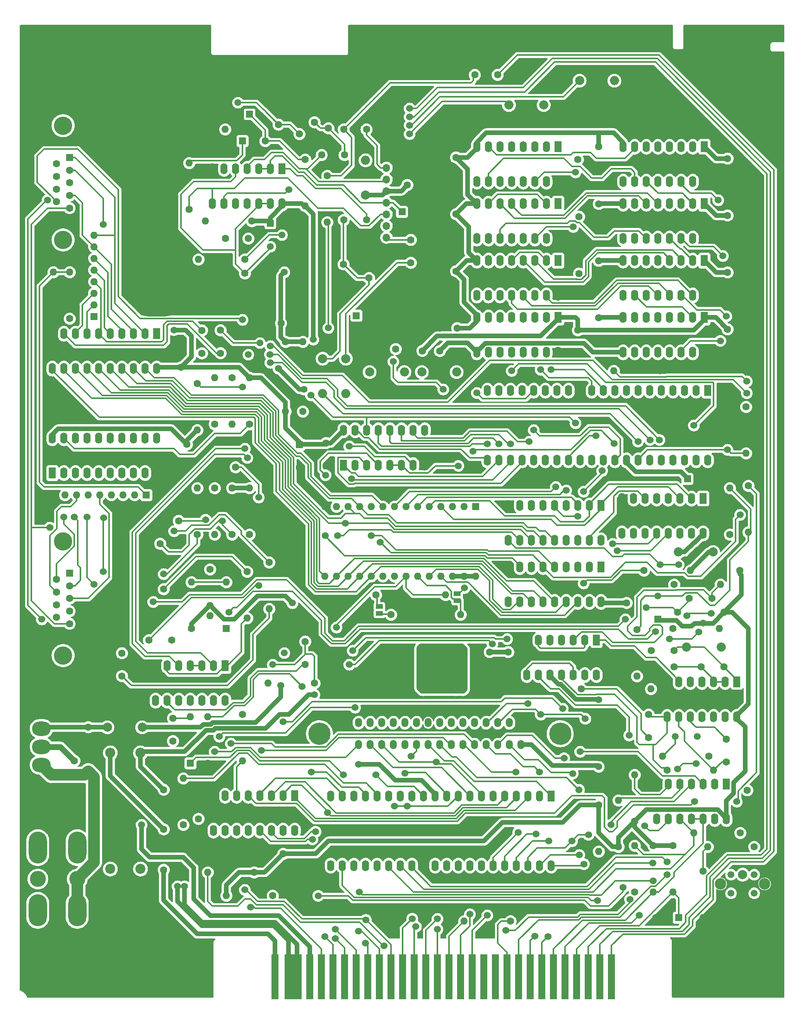
<source format=gbr>
%TF.GenerationSoftware,KiCad,Pcbnew,6.0.11-2627ca5db0~126~ubuntu22.04.1*%
%TF.CreationDate,2023-03-24T15:20:38-04:00*%
%TF.ProjectId,coleco_original_main_only,636f6c65-636f-45f6-9f72-6967696e616c,DEV*%
%TF.SameCoordinates,Original*%
%TF.FileFunction,Copper,L2,Bot*%
%TF.FilePolarity,Positive*%
%FSLAX46Y46*%
G04 Gerber Fmt 4.6, Leading zero omitted, Abs format (unit mm)*
G04 Created by KiCad (PCBNEW 6.0.11-2627ca5db0~126~ubuntu22.04.1) date 2023-03-24 15:20:38*
%MOMM*%
%LPD*%
G01*
G04 APERTURE LIST*
G04 Aperture macros list*
%AMRoundRect*
0 Rectangle with rounded corners*
0 $1 Rounding radius*
0 $2 $3 $4 $5 $6 $7 $8 $9 X,Y pos of 4 corners*
0 Add a 4 corners polygon primitive as box body*
4,1,4,$2,$3,$4,$5,$6,$7,$8,$9,$2,$3,0*
0 Add four circle primitives for the rounded corners*
1,1,$1+$1,$2,$3*
1,1,$1+$1,$4,$5*
1,1,$1+$1,$6,$7*
1,1,$1+$1,$8,$9*
0 Add four rect primitives between the rounded corners*
20,1,$1+$1,$2,$3,$4,$5,0*
20,1,$1+$1,$4,$5,$6,$7,0*
20,1,$1+$1,$6,$7,$8,$9,0*
20,1,$1+$1,$8,$9,$2,$3,0*%
G04 Aperture macros list end*
%TA.AperFunction,ComponentPad*%
%ADD10R,1.600000X2.400000*%
%TD*%
%TA.AperFunction,ComponentPad*%
%ADD11O,1.600000X2.400000*%
%TD*%
%TA.AperFunction,ComponentPad*%
%ADD12C,8.500000*%
%TD*%
%TA.AperFunction,ComponentPad*%
%ADD13C,2.200000*%
%TD*%
%TA.AperFunction,ComponentPad*%
%ADD14O,2.200000X2.200000*%
%TD*%
%TA.AperFunction,ComponentPad*%
%ADD15C,1.600000*%
%TD*%
%TA.AperFunction,ComponentPad*%
%ADD16R,1.500000X1.500000*%
%TD*%
%TA.AperFunction,ComponentPad*%
%ADD17C,1.500000*%
%TD*%
%TA.AperFunction,ComponentPad*%
%ADD18O,1.600000X1.600000*%
%TD*%
%TA.AperFunction,ComponentPad*%
%ADD19C,4.000000*%
%TD*%
%TA.AperFunction,ComponentPad*%
%ADD20R,1.600000X1.600000*%
%TD*%
%TA.AperFunction,ComponentPad*%
%ADD21O,5.000000X9.000000*%
%TD*%
%TA.AperFunction,ConnectorPad*%
%ADD22R,1.524000X9.906000*%
%TD*%
%TA.AperFunction,ConnectorPad*%
%ADD23R,2.032000X9.906000*%
%TD*%
%TA.AperFunction,ConnectorPad*%
%ADD24R,1.778000X9.906000*%
%TD*%
%TA.AperFunction,ComponentPad*%
%ADD25C,2.000000*%
%TD*%
%TA.AperFunction,ComponentPad*%
%ADD26O,2.000000X2.000000*%
%TD*%
%TA.AperFunction,SMDPad,CuDef*%
%ADD27R,1.500000X1.000000*%
%TD*%
%TA.AperFunction,ComponentPad*%
%ADD28O,9.000000X5.000000*%
%TD*%
%TA.AperFunction,ComponentPad*%
%ADD29RoundRect,0.250000X-1.800000X1.330000X-1.800000X-1.330000X1.800000X-1.330000X1.800000X1.330000X0*%
%TD*%
%TA.AperFunction,ComponentPad*%
%ADD30O,4.100000X3.160000*%
%TD*%
%TA.AperFunction,ComponentPad*%
%ADD31O,1.500000X2.000000*%
%TD*%
%TA.AperFunction,ComponentPad*%
%ADD32C,4.875000*%
%TD*%
%TA.AperFunction,ComponentPad*%
%ADD33O,4.000000X7.000000*%
%TD*%
%TA.AperFunction,ComponentPad*%
%ADD34C,3.500000*%
%TD*%
%TA.AperFunction,ComponentPad*%
%ADD35C,2.500000*%
%TD*%
%TA.AperFunction,ComponentPad*%
%ADD36R,1.700000X1.700000*%
%TD*%
%TA.AperFunction,ComponentPad*%
%ADD37O,1.700000X1.700000*%
%TD*%
%TA.AperFunction,ViaPad*%
%ADD38C,1.524000*%
%TD*%
%TA.AperFunction,Conductor*%
%ADD39C,0.304800*%
%TD*%
%TA.AperFunction,Conductor*%
%ADD40C,1.016000*%
%TD*%
%TA.AperFunction,Conductor*%
%ADD41C,1.524000*%
%TD*%
%TA.AperFunction,Conductor*%
%ADD42C,2.540000*%
%TD*%
%TA.AperFunction,Conductor*%
%ADD43C,1.270000*%
%TD*%
G04 APERTURE END LIST*
D10*
%TO.P,U19,1,G1*%
%TO.N,/controller/~{CTRL_READ}*%
X53594000Y-85991000D03*
D11*
%TO.P,U19,2,A0*%
%TO.N,Net-(J5-Pad1)*%
X51054000Y-85991000D03*
%TO.P,U19,3,A1*%
%TO.N,Net-(J5-Pad4)*%
X48514000Y-85991000D03*
%TO.P,U19,4,A2*%
%TO.N,Net-(J5-Pad2)*%
X45974000Y-85991000D03*
%TO.P,U19,5,A3*%
%TO.N,Net-(J5-Pad3)*%
X43434000Y-85991000D03*
%TO.P,U19,6,A4*%
%TO.N,Net-(C101-Pad2)*%
X40894000Y-85991000D03*
%TO.P,U19,7,A5*%
%TO.N,Net-(J5-Pad7)*%
X38354000Y-85991000D03*
%TO.P,U19,8,A6*%
%TO.N,Net-(J5-Pad6)*%
X35814000Y-85991000D03*
%TO.P,U19,9,A7*%
%TO.N,Net-(C102-Pad2)*%
X33274000Y-85991000D03*
%TO.P,U19,10,GND*%
%TO.N,GNDD*%
X30734000Y-85991000D03*
%TO.P,U19,11,Y7*%
%TO.N,/cpu/D7*%
X30734000Y-93611000D03*
%TO.P,U19,12,Y6*%
%TO.N,/cpu/D6*%
X33274000Y-93611000D03*
%TO.P,U19,13,Y5*%
%TO.N,/cpu/D5*%
X35814000Y-93611000D03*
%TO.P,U19,14,Y4*%
%TO.N,/cpu/D4*%
X38354000Y-93611000D03*
%TO.P,U19,15,Y3*%
%TO.N,/cpu/D3*%
X40894000Y-93611000D03*
%TO.P,U19,16,Y2*%
%TO.N,/cpu/D2*%
X43434000Y-93611000D03*
%TO.P,U19,17,Y1*%
%TO.N,/cpu/D1*%
X45974000Y-93611000D03*
%TO.P,U19,18,Y0*%
%TO.N,/cpu/D0*%
X48514000Y-93611000D03*
%TO.P,U19,19,G2*%
%TO.N,/cpu/A1*%
X51054000Y-93611000D03*
%TO.P,U19,20,VCC*%
%TO.N,+5V*%
X53594000Y-93611000D03*
%TD*%
D12*
%TO.P,H1,1,1*%
%TO.N,GNDD*%
X51308000Y-214769000D03*
%TD*%
D13*
%TO.P,L5,1,1*%
%TO.N,/psu/+12NF*%
X50038000Y-203085000D03*
D14*
%TO.P,L5,2,2*%
%TO.N,+12VL*%
X50038000Y-177685000D03*
%TD*%
D15*
%TO.P,C57,1*%
%TO.N,VDDF*%
X108458000Y-53439000D03*
%TO.P,C57,2*%
%TO.N,GNDD*%
X108458000Y-48439000D03*
%TD*%
D16*
%TO.P,Q5,1,E*%
%TO.N,GNDD*%
X78986000Y-153301000D03*
D17*
%TO.P,Q5,2,B*%
%TO.N,Net-(C104-Pad1)*%
X81526000Y-155841000D03*
%TO.P,Q5,3,C*%
%TO.N,Net-(C103-Pad1)*%
X78986000Y-158381000D03*
%TD*%
D15*
%TO.P,R14,1*%
%TO.N,/cpu/~{HALT}*%
X78994000Y-208927000D03*
D18*
%TO.P,R14,2*%
%TO.N,+5V*%
X68834000Y-208927000D03*
%TD*%
D15*
%TO.P,C28,1*%
%TO.N,+12V*%
X150368000Y-57583000D03*
%TO.P,C28,2*%
%TO.N,GNDD*%
X150368000Y-62583000D03*
%TD*%
%TO.P,R6,1*%
%TO.N,Net-(C1-Pad1)*%
X166624000Y-150507000D03*
D18*
%TO.P,R6,2*%
%TO.N,Net-(R6-Pad2)*%
X176784000Y-150507000D03*
%TD*%
D19*
%TO.P,J6,0*%
%TO.N,N/C*%
X33088331Y-156393000D03*
X33088331Y-131393000D03*
D20*
%TO.P,J6,1,1*%
%TO.N,Net-(J6-Pad1)*%
X34508331Y-138353000D03*
D15*
%TO.P,J6,2,2*%
%TO.N,Net-(J6-Pad2)*%
X34508331Y-141123000D03*
%TO.P,J6,3,3*%
%TO.N,Net-(J6-Pad3)*%
X34508331Y-143893000D03*
%TO.P,J6,4,4*%
%TO.N,Net-(J6-Pad4)*%
X34508331Y-146663000D03*
%TO.P,J6,5,5*%
%TO.N,Net-(C98-Pad2)*%
X34508331Y-149433000D03*
%TO.P,J6,6,6*%
%TO.N,Net-(J6-Pad6)*%
X31668331Y-139738000D03*
%TO.P,J6,7,7*%
%TO.N,Net-(J6-Pad7)*%
X31668331Y-142508000D03*
%TO.P,J6,8,8*%
%TO.N,Net-(C99-Pad1)*%
X31668331Y-145278000D03*
%TO.P,J6,9,9*%
%TO.N,Net-(J6-Pad9)*%
X31668331Y-148048000D03*
%TD*%
%TO.P,C12,1*%
%TO.N,+5V*%
X60198000Y-110201000D03*
%TO.P,C12,2*%
%TO.N,GNDD*%
X60198000Y-115201000D03*
%TD*%
%TO.P,R69,1*%
%TO.N,Net-(C102-Pad2)*%
X66294000Y-105803000D03*
D18*
%TO.P,R69,2*%
%TO.N,Net-(C102-Pad1)*%
X66294000Y-95643000D03*
%TD*%
D15*
%TO.P,C46,1*%
%TO.N,GNDD*%
X38608000Y-167057000D03*
%TO.P,C46,2*%
%TO.N,-5C*%
X38608000Y-172057000D03*
%TD*%
%TO.P,C49,1*%
%TO.N,GNDD*%
X55118000Y-198259000D03*
%TO.P,C49,2*%
%TO.N,-5VL*%
X55118000Y-203259000D03*
%TD*%
%TO.P,R15,1*%
%TO.N,+5V*%
X150368000Y-189115000D03*
D18*
%TO.P,R15,2*%
%TO.N,/clock_reset_misc_logic/~{WAIT}*%
X150368000Y-199275000D03*
%TD*%
D15*
%TO.P,R20,1*%
%TO.N,Net-(J6-Pad9)*%
X62484000Y-129933000D03*
D18*
%TO.P,R20,2*%
%TO.N,Net-(C19-Pad2)*%
X62484000Y-119773000D03*
%TD*%
D15*
%TO.P,C9,1*%
%TO.N,+5V*%
X130556000Y-155627000D03*
%TO.P,C9,2*%
%TO.N,GNDD*%
X130556000Y-160627000D03*
%TD*%
D20*
%TO.P,U2,1,VPP*%
%TO.N,+5V*%
X123434000Y-123832000D03*
D18*
%TO.P,U2,2,A12*%
%TO.N,/cpu/A12*%
X120894000Y-123832000D03*
%TO.P,U2,3,A7*%
%TO.N,/cpu/A7*%
X118354000Y-123832000D03*
%TO.P,U2,4,A6*%
%TO.N,/cpu/A6*%
X115814000Y-123832000D03*
%TO.P,U2,5,A5*%
%TO.N,/cpu/A5*%
X113274000Y-123832000D03*
%TO.P,U2,6,A4*%
%TO.N,/cpu/A4*%
X110734000Y-123832000D03*
%TO.P,U2,7,A3*%
%TO.N,/cpu/A3*%
X108194000Y-123832000D03*
%TO.P,U2,8,A2*%
%TO.N,/cpu/A2*%
X105654000Y-123832000D03*
%TO.P,U2,9,A1*%
%TO.N,/cpu/A1*%
X103114000Y-123832000D03*
%TO.P,U2,10,A0*%
%TO.N,/cpu/A0*%
X100574000Y-123832000D03*
%TO.P,U2,11,D0*%
%TO.N,/cpu/D0*%
X98034000Y-123832000D03*
%TO.P,U2,12,D1*%
%TO.N,/cpu/D1*%
X95494000Y-123832000D03*
%TO.P,U2,13,D2*%
%TO.N,/cpu/D2*%
X92954000Y-123832000D03*
%TO.P,U2,14,GND*%
%TO.N,GNDD*%
X90414000Y-123832000D03*
%TO.P,U2,15,D3*%
%TO.N,/cpu/D3*%
X90414000Y-139072000D03*
%TO.P,U2,16,D4*%
%TO.N,/cpu/D4*%
X92954000Y-139072000D03*
%TO.P,U2,17,D5*%
%TO.N,/cpu/D5*%
X95494000Y-139072000D03*
%TO.P,U2,18,D6*%
%TO.N,/cpu/D6*%
X98034000Y-139072000D03*
%TO.P,U2,19,D7*%
%TO.N,/cpu/D7*%
X100574000Y-139072000D03*
%TO.P,U2,20,~{CE}*%
%TO.N,Net-(JP1-Pad1)*%
X103114000Y-139072000D03*
%TO.P,U2,21,A10*%
%TO.N,/cpu/A10*%
X105654000Y-139072000D03*
%TO.P,U2,22,~{OE}*%
%TO.N,/decoder_logic/~{ROM_ENABLE}*%
X108194000Y-139072000D03*
%TO.P,U2,23,A11*%
%TO.N,Net-(JP2-Pad2)*%
X110734000Y-139072000D03*
%TO.P,U2,24,A9*%
%TO.N,/cpu/A9*%
X113274000Y-139072000D03*
%TO.P,U2,25,A8*%
%TO.N,/cpu/A8*%
X115814000Y-139072000D03*
%TO.P,U2,26,A13*%
%TO.N,+5V*%
X118354000Y-139072000D03*
%TO.P,U2,27,A14*%
X120894000Y-139072000D03*
%TO.P,U2,28,VCC*%
X123434000Y-139072000D03*
%TD*%
D15*
%TO.P,C66,1*%
%TO.N,/rf_mod/sub_rf_mod/3*%
X89702000Y-46875000D03*
%TO.P,C66,2*%
%TO.N,Net-(C62-Pad1)*%
X94702000Y-46875000D03*
%TD*%
D21*
%TO.P,H9,1,1*%
%TO.N,GNDD*%
X43960000Y-42557000D03*
%TD*%
D15*
%TO.P,C41,1*%
%TO.N,GNDD*%
X111760000Y-84721000D03*
%TO.P,C41,2*%
%TO.N,-5V*%
X111760000Y-89721000D03*
%TD*%
D10*
%TO.P,U9,1,~{RAS}*%
%TO.N,Net-(U10-Pad4)*%
X174239000Y-98437000D03*
D11*
%TO.P,U9,2,~{CAS}*%
%TO.N,Net-(U10-Pad15)*%
X171699000Y-98437000D03*
%TO.P,U9,3,AD7*%
%TO.N,/video/AD7*%
X169159000Y-98437000D03*
%TO.P,U9,4,AD6*%
%TO.N,/video/AD6*%
X166619000Y-98437000D03*
%TO.P,U9,5,AD5*%
%TO.N,/video/AD5*%
X164079000Y-98437000D03*
%TO.P,U9,6,AD4*%
%TO.N,/video/AD4*%
X161539000Y-98437000D03*
%TO.P,U9,7,AD3*%
%TO.N,/video/AD3*%
X158999000Y-98437000D03*
%TO.P,U9,8,AD2*%
%TO.N,/video/AD2*%
X156459000Y-98437000D03*
%TO.P,U9,9,AD1*%
%TO.N,/video/AD1*%
X153919000Y-98437000D03*
%TO.P,U9,10,AD0*%
%TO.N,/video/AD0*%
X151379000Y-98437000D03*
%TO.P,U9,11,R/~{W}*%
%TO.N,Net-(U10-Pad3)*%
X148839000Y-98437000D03*
%TO.P,U9,12,VSS*%
%TO.N,GNDD*%
X146299000Y-98437000D03*
%TO.P,U9,13,MODE*%
%TO.N,/cpu/A0*%
X143759000Y-98437000D03*
%TO.P,U9,14,~{CSW}*%
%TO.N,/decoder_logic/~{CSW}*%
X141219000Y-98437000D03*
%TO.P,U9,15,~{CSR}*%
%TO.N,/decoder_logic/~{CSR}*%
X138679000Y-98437000D03*
%TO.P,U9,16,~{INT}*%
%TO.N,/cpu/~{NMI}*%
X136139000Y-98437000D03*
%TO.P,U9,17,CD7*%
%TO.N,/cpu/D0*%
X133599000Y-98437000D03*
%TO.P,U9,18,CD6*%
%TO.N,/cpu/D1*%
X131059000Y-98437000D03*
%TO.P,U9,19,CD5*%
%TO.N,/cpu/D2*%
X128519000Y-98437000D03*
%TO.P,U9,20,CD4*%
%TO.N,/cpu/D3*%
X125979000Y-98437000D03*
%TO.P,U9,21,CD3*%
%TO.N,/cpu/D4*%
X125979000Y-113677000D03*
%TO.P,U9,22,CD2*%
%TO.N,/cpu/D5*%
X128519000Y-113677000D03*
%TO.P,U9,23,CD1*%
%TO.N,/cpu/D6*%
X131059000Y-113677000D03*
%TO.P,U9,24,CD0*%
%TO.N,/cpu/D7*%
X133599000Y-113677000D03*
%TO.P,U9,25,RD7*%
%TO.N,Net-(U11-Pad14)*%
X136139000Y-113677000D03*
%TO.P,U9,26,RD6*%
%TO.N,Net-(U13-Pad14)*%
X138679000Y-113677000D03*
%TO.P,U9,27,RD5*%
%TO.N,Net-(U15-Pad14)*%
X141219000Y-113677000D03*
%TO.P,U9,28,RD4*%
%TO.N,Net-(U17-Pad14)*%
X143759000Y-113677000D03*
%TO.P,U9,29,RD3*%
%TO.N,Net-(U10-Pad14)*%
X146299000Y-113677000D03*
%TO.P,U9,30,RD2*%
%TO.N,Net-(U12-Pad14)*%
X148839000Y-113677000D03*
%TO.P,U9,31,RD1*%
%TO.N,Net-(U14-Pad14)*%
X151379000Y-113677000D03*
%TO.P,U9,32,RD0*%
%TO.N,Net-(U16-Pad14)*%
X153919000Y-113677000D03*
%TO.P,U9,33,VCC*%
%TO.N,+5VD*%
X156459000Y-113677000D03*
%TO.P,U9,34,~{RESET}*%
%TO.N,/io_ports/~{VDP_RESET}*%
X158999000Y-113677000D03*
%TO.P,U9,35,B-Y*%
%TO.N,/rf_mod/B-Y*%
X161539000Y-113677000D03*
%TO.P,U9,36,Y*%
%TO.N,/rf_mod/Y*%
X164079000Y-113677000D03*
%TO.P,U9,37,GROMCLK*%
%TO.N,unconnected-(U9-Pad37)*%
X166619000Y-113677000D03*
%TO.P,U9,38,R-Y*%
%TO.N,/rf_mod/R-Y*%
X169159000Y-113677000D03*
%TO.P,U9,39,XTAL2*%
%TO.N,unconnected-(U9-Pad39)*%
X171699000Y-113677000D03*
%TO.P,U9,40,XTAL1*%
%TO.N,/clock_reset_misc_logic/VDP_CLK*%
X174239000Y-113677000D03*
%TD*%
D15*
%TO.P,R78,1*%
%TO.N,Net-(R77-Pad1)*%
X184404000Y-198259000D03*
D18*
%TO.P,R78,2*%
%TO.N,/clock_reset_misc_logic/EXP_RESET*%
X174244000Y-198259000D03*
%TD*%
D20*
%TO.P,CR1,1,K*%
%TO.N,/clock_reset_misc_logic/INT*%
X60960000Y-179971000D03*
D18*
%TO.P,CR1,2,A*%
%TO.N,Net-(C61-Pad1)*%
X60960000Y-169811000D03*
%TD*%
D15*
%TO.P,R70,1*%
%TO.N,Net-(C103-Pad1)*%
X88138000Y-162445000D03*
D18*
%TO.P,R70,2*%
%TO.N,+5V*%
X77978000Y-162445000D03*
%TD*%
D15*
%TO.P,R11,1*%
%TO.N,Net-(C4-Pad1)*%
X167640000Y-146951000D03*
D18*
%TO.P,R11,2*%
%TO.N,+5V*%
X177800000Y-146951000D03*
%TD*%
D15*
%TO.P,WJ1,1,A*%
%TO.N,Net-(C70-Pad2)*%
X146558000Y-163715000D03*
D18*
%TO.P,WJ1,2,B*%
%TO.N,Net-(C70-Pad1)*%
X161798000Y-163715000D03*
%TD*%
D10*
%TO.P,U15,1,VBB*%
%TO.N,-5V*%
X141463000Y-45082000D03*
D11*
%TO.P,U15,2,Din*%
%TO.N,/video/AD5*%
X138923000Y-45082000D03*
%TO.P,U15,3,~{WRITE}*%
%TO.N,Net-(U10-Pad3)*%
X136383000Y-45082000D03*
%TO.P,U15,4,~{RAS}*%
%TO.N,Net-(U10-Pad4)*%
X133843000Y-45082000D03*
%TO.P,U15,5,A0*%
%TO.N,/video/AD7*%
X131303000Y-45082000D03*
%TO.P,U15,6,A2*%
%TO.N,/video/AD5*%
X128763000Y-45082000D03*
%TO.P,U15,7,A1*%
%TO.N,/video/AD6*%
X126223000Y-45082000D03*
%TO.P,U15,8,VDD*%
%TO.N,+12V*%
X123683000Y-45082000D03*
%TO.P,U15,9,VCC*%
%TO.N,+5V*%
X123683000Y-52702000D03*
%TO.P,U15,10,A5*%
%TO.N,/video/AD2*%
X126223000Y-52702000D03*
%TO.P,U15,11,A4*%
%TO.N,/video/AD3*%
X128763000Y-52702000D03*
%TO.P,U15,12,A3*%
%TO.N,/video/AD4*%
X131303000Y-52702000D03*
%TO.P,U15,13,A6*%
%TO.N,/video/AD1*%
X133843000Y-52702000D03*
%TO.P,U15,14,Dout*%
%TO.N,Net-(U15-Pad14)*%
X136383000Y-52702000D03*
%TO.P,U15,15,~{CAS}*%
%TO.N,Net-(U10-Pad15)*%
X138923000Y-52702000D03*
%TO.P,U15,16,VSS*%
%TO.N,GNDD*%
X141463000Y-52702000D03*
%TD*%
D19*
%TO.P,J5,0*%
%TO.N,N/C*%
X33088331Y-65461000D03*
X33088331Y-40461000D03*
D20*
%TO.P,J5,1,1*%
%TO.N,Net-(J5-Pad1)*%
X34508331Y-47421000D03*
D15*
%TO.P,J5,2,2*%
%TO.N,Net-(J5-Pad2)*%
X34508331Y-50191000D03*
%TO.P,J5,3,3*%
%TO.N,Net-(J5-Pad3)*%
X34508331Y-52961000D03*
%TO.P,J5,4,4*%
%TO.N,Net-(J5-Pad4)*%
X34508331Y-55731000D03*
%TO.P,J5,5,5*%
%TO.N,Net-(C98-Pad2)*%
X34508331Y-58501000D03*
%TO.P,J5,6,6*%
%TO.N,Net-(J5-Pad6)*%
X31668331Y-48806000D03*
%TO.P,J5,7,7*%
%TO.N,Net-(J5-Pad7)*%
X31668331Y-51576000D03*
%TO.P,J5,8,8*%
%TO.N,Net-(C99-Pad1)*%
X31668331Y-54346000D03*
%TO.P,J5,9,9*%
%TO.N,Net-(J5-Pad9)*%
X31668331Y-57116000D03*
%TD*%
%TO.P,C11,1*%
%TO.N,GNDD*%
X182880000Y-190853000D03*
%TO.P,C11,2*%
%TO.N,+5V*%
X182880000Y-185853000D03*
%TD*%
D22*
%TO.P,J2,31,Pin_31*%
%TO.N,/io_ports/EXT_SOUND*%
X153162000Y-226707000D03*
%TO.P,J2,32,Pin_32*%
%TO.N,/io_ports/EXT_VIDEO_SEL*%
X150622000Y-226707000D03*
%TO.P,J2,33,Pin_33*%
%TO.N,/io_ports/EXT_VIDEO*%
X148082000Y-226707000D03*
%TO.P,J2,34,Pin_34*%
%TO.N,/clock_reset_misc_logic/EXP_RESET*%
X145542000Y-226707000D03*
%TO.P,J2,35,Pin_35*%
%TO.N,/clock_reset_misc_logic/SND_CLK*%
X143002000Y-226707000D03*
%TO.P,J2,36,Pin_36*%
%TO.N,/clock_reset_misc_logic/RESET*%
X140462000Y-226707000D03*
%TO.P,J2,37,Pin_37*%
%TO.N,/cpu/A11*%
X137922000Y-226707000D03*
%TO.P,J2,38,Pin_38*%
%TO.N,/cpu/A12*%
X135382000Y-226707000D03*
%TO.P,J2,39,Pin_39*%
%TO.N,/io_ports/~{VDP_RESET}*%
X132842000Y-226707000D03*
%TO.P,J2,40,Pin_40*%
%TO.N,Net-(J2-Pad40)*%
X130302000Y-226707000D03*
%TO.P,J2,41,Pin_41*%
%TO.N,unconnected-(J2-Pad41)*%
X127762000Y-226707000D03*
%TO.P,J2,42,Pin_42*%
%TO.N,unconnected-(J2-Pad42)*%
X125222000Y-226707000D03*
%TO.P,J2,43,Pin_43*%
%TO.N,/cpu/A15*%
X122682000Y-226707000D03*
%TO.P,J2,44,Pin_44*%
%TO.N,/cpu/A3*%
X120142000Y-226707000D03*
%TO.P,J2,45,Pin_45*%
%TO.N,/clock_reset_misc_logic/~{CLK}*%
X117602000Y-226707000D03*
%TO.P,J2,46,Pin_46*%
%TO.N,/cpu/D2*%
X115062000Y-226707000D03*
%TO.P,J2,47,Pin_47*%
%TO.N,/cpu/A0*%
X112522000Y-226707000D03*
%TO.P,J2,48,Pin_48*%
%TO.N,/cpu/D5*%
X109982000Y-226707000D03*
%TO.P,J2,49,Pin_49*%
%TO.N,/clock_reset_misc_logic/~{RFSH}*%
X107442000Y-226707000D03*
%TO.P,J2,50,Pin_50*%
%TO.N,/clock_reset_misc_logic/~{WAIT}*%
X104902000Y-226707000D03*
%TO.P,J2,51,Pin_51*%
%TO.N,/clock_reset_misc_logic/~{INT}*%
X102362000Y-226707000D03*
%TO.P,J2,52,Pin_52*%
%TO.N,/cpu/~{BUSAK}*%
X99822000Y-226707000D03*
%TO.P,J2,53,Pin_53*%
%TO.N,/cpu/~{RD}*%
X97282000Y-226707000D03*
%TO.P,J2,54,Pin_54*%
%TO.N,/cpu/~{MREQ}*%
X94742000Y-226707000D03*
%TO.P,J2,55,Pin_55*%
%TO.N,/cpu/~{IORQ}*%
X92202000Y-226707000D03*
%TO.P,J2,56,Pin_56*%
%TO.N,/io_ports/SND_OUT*%
X89662000Y-226707000D03*
%TO.P,J2,57,Pin_57*%
%TO.N,+12VL*%
X87122000Y-226707000D03*
D23*
%TO.P,J2,58,Pin_58*%
%TO.N,+5V*%
X84328000Y-226707000D03*
D24*
%TO.P,J2,59,Pin_59*%
X82423000Y-226707000D03*
D22*
%TO.P,J2,60,Pin_60*%
%TO.N,-5VL*%
X79502000Y-226707000D03*
%TD*%
D25*
%TO.P,L17,1,1*%
%TO.N,+5V*%
X175402000Y-133743000D03*
D26*
%TO.P,L17,2,2*%
%TO.N,+5VD*%
X167782000Y-133743000D03*
%TD*%
D15*
%TO.P,R48,1*%
%TO.N,Net-(C69-Pad1)*%
X72898000Y-69735000D03*
D18*
%TO.P,R48,2*%
%TO.N,/io_ports/EXT_VIDEO_SEL*%
X62738000Y-69735000D03*
%TD*%
D15*
%TO.P,C19,1*%
%TO.N,GNDD*%
X58420000Y-131925000D03*
%TO.P,C19,2*%
%TO.N,Net-(C19-Pad2)*%
X58420000Y-126925000D03*
%TD*%
%TO.P,C29,1*%
%TO.N,-5V*%
X178562000Y-72569000D03*
%TO.P,C29,2*%
%TO.N,GNDD*%
X178562000Y-77569000D03*
%TD*%
D10*
%TO.P,U17,1,VBB*%
%TO.N,-5V*%
X173497000Y-45082000D03*
D11*
%TO.P,U17,2,Din*%
%TO.N,/video/AD4*%
X170957000Y-45082000D03*
%TO.P,U17,3,~{WRITE}*%
%TO.N,Net-(U10-Pad3)*%
X168417000Y-45082000D03*
%TO.P,U17,4,~{RAS}*%
%TO.N,Net-(U10-Pad4)*%
X165877000Y-45082000D03*
%TO.P,U17,5,A0*%
%TO.N,/video/AD7*%
X163337000Y-45082000D03*
%TO.P,U17,6,A2*%
%TO.N,/video/AD5*%
X160797000Y-45082000D03*
%TO.P,U17,7,A1*%
%TO.N,/video/AD6*%
X158257000Y-45082000D03*
%TO.P,U17,8,VDD*%
%TO.N,+12V*%
X155717000Y-45082000D03*
%TO.P,U17,9,VCC*%
%TO.N,+5V*%
X155717000Y-52702000D03*
%TO.P,U17,10,A5*%
%TO.N,/video/AD2*%
X158257000Y-52702000D03*
%TO.P,U17,11,A4*%
%TO.N,/video/AD3*%
X160797000Y-52702000D03*
%TO.P,U17,12,A3*%
%TO.N,/video/AD4*%
X163337000Y-52702000D03*
%TO.P,U17,13,A6*%
%TO.N,/video/AD1*%
X165877000Y-52702000D03*
%TO.P,U17,14,Dout*%
%TO.N,Net-(U17-Pad14)*%
X168417000Y-52702000D03*
%TO.P,U17,15,~{CAS}*%
%TO.N,Net-(U10-Pad15)*%
X170957000Y-52702000D03*
%TO.P,U17,16,VSS*%
%TO.N,GNDD*%
X173497000Y-52702000D03*
%TD*%
D15*
%TO.P,R77,1*%
%TO.N,Net-(R77-Pad1)*%
X181356000Y-195211000D03*
D18*
%TO.P,R77,2*%
%TO.N,/clock_reset_misc_logic/~{RESET}*%
X171196000Y-195211000D03*
%TD*%
D15*
%TO.P,R12,1*%
%TO.N,+5V*%
X74930000Y-203847000D03*
D18*
%TO.P,R12,2*%
%TO.N,/cpu/~{BUSRQ}*%
X64770000Y-203847000D03*
%TD*%
D21*
%TO.P,H8,1,1*%
%TO.N,GNDD*%
X114808000Y-64147000D03*
%TD*%
D25*
%TO.P,L14,1,1*%
%TO.N,Net-(C91-Pad2)*%
X177180000Y-154571000D03*
D26*
%TO.P,L14,2,2*%
%TO.N,Net-(C90-Pad2)*%
X169560000Y-154571000D03*
%TD*%
D15*
%TO.P,R42,1*%
%TO.N,Net-(C64-Pad1)*%
X84836000Y-42303000D03*
D18*
%TO.P,R42,2*%
%TO.N,GNDD*%
X84836000Y-32143000D03*
%TD*%
D15*
%TO.P,R71,1*%
%TO.N,Net-(C104-Pad2)*%
X78232000Y-136029000D03*
D18*
%TO.P,R71,2*%
%TO.N,Net-(C104-Pad1)*%
X78232000Y-146189000D03*
%TD*%
D10*
%TO.P,U13,1,VBB*%
%TO.N,-5V*%
X141463000Y-57533000D03*
D11*
%TO.P,U13,2,Din*%
%TO.N,/video/AD6*%
X138923000Y-57533000D03*
%TO.P,U13,3,~{WRITE}*%
%TO.N,Net-(U10-Pad3)*%
X136383000Y-57533000D03*
%TO.P,U13,4,~{RAS}*%
%TO.N,Net-(U10-Pad4)*%
X133843000Y-57533000D03*
%TO.P,U13,5,A0*%
%TO.N,/video/AD7*%
X131303000Y-57533000D03*
%TO.P,U13,6,A2*%
%TO.N,/video/AD5*%
X128763000Y-57533000D03*
%TO.P,U13,7,A1*%
%TO.N,/video/AD6*%
X126223000Y-57533000D03*
%TO.P,U13,8,VDD*%
%TO.N,+12V*%
X123683000Y-57533000D03*
%TO.P,U13,9,VCC*%
%TO.N,+5V*%
X123683000Y-65153000D03*
%TO.P,U13,10,A5*%
%TO.N,/video/AD2*%
X126223000Y-65153000D03*
%TO.P,U13,11,A4*%
%TO.N,/video/AD3*%
X128763000Y-65153000D03*
%TO.P,U13,12,A3*%
%TO.N,/video/AD4*%
X131303000Y-65153000D03*
%TO.P,U13,13,A6*%
%TO.N,/video/AD1*%
X133843000Y-65153000D03*
%TO.P,U13,14,Dout*%
%TO.N,Net-(U13-Pad14)*%
X136383000Y-65153000D03*
%TO.P,U13,15,~{CAS}*%
%TO.N,Net-(U10-Pad15)*%
X138923000Y-65153000D03*
%TO.P,U13,16,VSS*%
%TO.N,GNDD*%
X141463000Y-65153000D03*
%TD*%
D15*
%TO.P,R22,1*%
%TO.N,Net-(C98-Pad2)*%
X66294000Y-119773000D03*
D18*
%TO.P,R22,2*%
%TO.N,Net-(R22-Pad2)*%
X66294000Y-129933000D03*
%TD*%
D15*
%TO.P,R39,1*%
%TO.N,Net-(R39-Pad1)*%
X160274000Y-137807000D03*
D18*
%TO.P,R39,2*%
%TO.N,+5V*%
X170434000Y-137807000D03*
%TD*%
D25*
%TO.P,L2,1,1*%
%TO.N,-5VL*%
X100188000Y-94373000D03*
D26*
%TO.P,L2,2,2*%
%TO.N,-5V*%
X107808000Y-94373000D03*
%TD*%
D15*
%TO.P,C22,1*%
%TO.N,+12V*%
X150368000Y-45097000D03*
%TO.P,C22,2*%
%TO.N,GNDD*%
X150368000Y-50097000D03*
%TD*%
D10*
%TO.P,U23,1*%
%TO.N,/rf_mod/sub_rf_mod/7*%
X81031000Y-49908000D03*
D11*
%TO.P,U23,2*%
%TO.N,/rf_mod/sub_rf_mod/5*%
X78491000Y-49908000D03*
%TO.P,U23,3*%
X75951000Y-49908000D03*
%TO.P,U23,4*%
%TO.N,/rf_mod/sub_rf_mod/3*%
X73411000Y-49908000D03*
%TO.P,U23,5*%
%TO.N,Net-(Q3-Pad3)*%
X70871000Y-49908000D03*
%TO.P,U23,6*%
%TO.N,/io_ports/EXT_VIDEO_SEL*%
X68331000Y-49908000D03*
%TO.P,U23,7,VSS*%
%TO.N,GNDD*%
X65791000Y-49908000D03*
%TO.P,U23,8*%
%TO.N,/rf_mod/sub_rf_mod/6*%
X65791000Y-57528000D03*
%TO.P,U23,9*%
%TO.N,/io_ports/EXT_VIDEO*%
X68331000Y-57528000D03*
%TO.P,U23,10*%
%TO.N,/rf_mod/sub_rf_mod/5*%
X70871000Y-57528000D03*
%TO.P,U23,11*%
%TO.N,Net-(C68-Pad1)*%
X73411000Y-57528000D03*
%TO.P,U23,12*%
%TO.N,Net-(Q3-Pad3)*%
X75951000Y-57528000D03*
%TO.P,U23,13*%
X78491000Y-57528000D03*
%TO.P,U23,14,VDD*%
%TO.N,+12VL*%
X81031000Y-57528000D03*
%TD*%
D15*
%TO.P,C63,1*%
%TO.N,Net-(C63-Pad1)*%
X94488000Y-70791000D03*
%TO.P,C63,2*%
%TO.N,GNDD*%
X94488000Y-75791000D03*
%TD*%
%TO.P,C88,1*%
%TO.N,/io_ports/EXT_SOUND*%
X128230000Y-29349000D03*
%TO.P,C88,2*%
%TO.N,Net-(C100-Pad1)*%
X123230000Y-29349000D03*
%TD*%
D10*
%TO.P,U8,1,~{R}*%
%TO.N,Net-(U22-Pad6)*%
X149865000Y-153032000D03*
D11*
%TO.P,U8,2,D*%
%TO.N,Net-(U8-Pad2)*%
X147325000Y-153032000D03*
%TO.P,U8,3,C*%
%TO.N,Net-(C4-Pad2)*%
X144785000Y-153032000D03*
%TO.P,U8,4,~{S}*%
%TO.N,Net-(R39-Pad1)*%
X142245000Y-153032000D03*
%TO.P,U8,5,Q*%
%TO.N,Net-(U7-Pad3)*%
X139705000Y-153032000D03*
%TO.P,U8,6,~{Q}*%
%TO.N,Net-(U8-Pad2)*%
X137165000Y-153032000D03*
%TO.P,U8,7,GND*%
%TO.N,GNDD*%
X134625000Y-153032000D03*
%TO.P,U8,8,~{Q}*%
%TO.N,Net-(C4-Pad2)*%
X134625000Y-160652000D03*
%TO.P,U8,9,Q*%
%TO.N,Net-(Q2-Pad3)*%
X137165000Y-160652000D03*
%TO.P,U8,10,~{S}*%
%TO.N,+5V*%
X139705000Y-160652000D03*
%TO.P,U8,11,C*%
%TO.N,Net-(C70-Pad1)*%
X142245000Y-160652000D03*
%TO.P,U8,12,D*%
%TO.N,Net-(C4-Pad2)*%
X144785000Y-160652000D03*
%TO.P,U8,13,~{R}*%
%TO.N,+5V*%
X147325000Y-160652000D03*
%TO.P,U8,14,VCC*%
X149865000Y-160652000D03*
%TD*%
D15*
%TO.P,C64,1*%
%TO.N,Net-(C64-Pad1)*%
X80264000Y-40231000D03*
%TO.P,C64,2*%
%TO.N,GNDD*%
X80264000Y-35231000D03*
%TD*%
D20*
%TO.P,C106,1*%
%TO.N,+5VD*%
X169780584Y-117741000D03*
D15*
%TO.P,C106,2*%
%TO.N,GNDD*%
X172280584Y-117741000D03*
%TD*%
%TO.P,R21,1*%
%TO.N,Net-(C98-Pad2)*%
X70104000Y-129933000D03*
D18*
%TO.P,R21,2*%
%TO.N,-5VL*%
X70104000Y-119773000D03*
%TD*%
D15*
%TO.P,R24,1*%
%TO.N,+5V*%
X65278000Y-137553000D03*
D18*
%TO.P,R24,2*%
%TO.N,Net-(C61-Pad1)*%
X65278000Y-147713000D03*
%TD*%
D15*
%TO.P,C69,1*%
%TO.N,Net-(C69-Pad1)*%
X68655328Y-65163000D03*
%TO.P,C69,2*%
%TO.N,Net-(C68-Pad1)*%
X73655328Y-65163000D03*
%TD*%
D20*
%TO.P,C36,1*%
%TO.N,+12V*%
X97282000Y-82043094D03*
D15*
%TO.P,C36,2*%
%TO.N,GNDD*%
X97282000Y-87043094D03*
%TD*%
%TO.P,R16,1*%
%TO.N,+5V*%
X72390000Y-169303000D03*
D18*
%TO.P,R16,2*%
%TO.N,/decoder_logic/AUX_DECODE_1*%
X72390000Y-179463000D03*
%TD*%
D15*
%TO.P,C8,1*%
%TO.N,GNDD*%
X62738000Y-187123000D03*
%TO.P,C8,2*%
%TO.N,+5V*%
X62738000Y-192123000D03*
%TD*%
D16*
%TO.P,Q3,1,E*%
%TO.N,+12VL*%
X78478000Y-61861000D03*
D17*
%TO.P,Q3,2,B*%
%TO.N,Net-(C69-Pad1)*%
X81018000Y-64401000D03*
%TO.P,Q3,3,C*%
%TO.N,Net-(Q3-Pad3)*%
X78478000Y-66941000D03*
%TD*%
D15*
%TO.P,R18,1*%
%TO.N,Net-(C100-Pad1)*%
X90932000Y-51447000D03*
D18*
%TO.P,R18,2*%
%TO.N,/io_ports/SND_OUT*%
X90932000Y-61607000D03*
%TD*%
D25*
%TO.P,L7,1,1*%
%TO.N,Net-(C62-Pad1)*%
X146162000Y-30619000D03*
D26*
%TO.P,L7,2,2*%
%TO.N,/rf_mod/R-Y*%
X153782000Y-30619000D03*
%TD*%
D15*
%TO.P,R61,1*%
%TO.N,/clock_reset_misc_logic/SND_CLK*%
X183134000Y-119265000D03*
D18*
%TO.P,R61,2*%
%TO.N,Net-(Q2-Pad3)*%
X183134000Y-129425000D03*
%TD*%
D15*
%TO.P,R43,1*%
%TO.N,GNDD*%
X68580000Y-31127000D03*
D18*
%TO.P,R43,2*%
%TO.N,/io_ports/EXT_VIDEO_SEL*%
X68580000Y-41287000D03*
%TD*%
D15*
%TO.P,C17,1*%
%TO.N,GNDD*%
X65866000Y-115201000D03*
%TO.P,C17,2*%
%TO.N,Net-(C17-Pad2)*%
X70866000Y-115201000D03*
%TD*%
%TO.P,C37,1*%
%TO.N,+12V*%
X119126000Y-59829000D03*
%TO.P,C37,2*%
%TO.N,GNDD*%
X119126000Y-64829000D03*
%TD*%
D25*
%TO.P,L4,1,1*%
%TO.N,-5C*%
X42784000Y-172097000D03*
D26*
%TO.P,L4,2,2*%
%TO.N,-5VL*%
X50404000Y-172097000D03*
%TD*%
D15*
%TO.P,R65,1*%
%TO.N,+5V*%
X34544000Y-82689000D03*
D18*
%TO.P,R65,2*%
%TO.N,Net-(R65-Pad2)*%
X34544000Y-72529000D03*
%TD*%
D10*
%TO.P,U14,1,VBB*%
%TO.N,-5V*%
X173497000Y-69984000D03*
D11*
%TO.P,U14,2,Din*%
%TO.N,/video/AD1*%
X170957000Y-69984000D03*
%TO.P,U14,3,~{WRITE}*%
%TO.N,Net-(U10-Pad3)*%
X168417000Y-69984000D03*
%TO.P,U14,4,~{RAS}*%
%TO.N,Net-(U10-Pad4)*%
X165877000Y-69984000D03*
%TO.P,U14,5,A0*%
%TO.N,/video/AD7*%
X163337000Y-69984000D03*
%TO.P,U14,6,A2*%
%TO.N,/video/AD5*%
X160797000Y-69984000D03*
%TO.P,U14,7,A1*%
%TO.N,/video/AD6*%
X158257000Y-69984000D03*
%TO.P,U14,8,VDD*%
%TO.N,+12V*%
X155717000Y-69984000D03*
%TO.P,U14,9,VCC*%
%TO.N,+5V*%
X155717000Y-77604000D03*
%TO.P,U14,10,A5*%
%TO.N,/video/AD2*%
X158257000Y-77604000D03*
%TO.P,U14,11,A4*%
%TO.N,/video/AD3*%
X160797000Y-77604000D03*
%TO.P,U14,12,A3*%
%TO.N,/video/AD4*%
X163337000Y-77604000D03*
%TO.P,U14,13,A6*%
%TO.N,/video/AD1*%
X165877000Y-77604000D03*
%TO.P,U14,14,Dout*%
%TO.N,Net-(U14-Pad14)*%
X168417000Y-77604000D03*
%TO.P,U14,15,~{CAS}*%
%TO.N,Net-(U10-Pad15)*%
X170957000Y-77604000D03*
%TO.P,U14,16,VSS*%
%TO.N,GNDD*%
X173497000Y-77604000D03*
%TD*%
D15*
%TO.P,R79,1*%
%TO.N,+12VL*%
X74422000Y-61353000D03*
D18*
%TO.P,R79,2*%
%TO.N,Net-(C68-Pad1)*%
X64262000Y-61353000D03*
%TD*%
D15*
%TO.P,R13,1*%
%TO.N,Net-(C4-Pad1)*%
X166878000Y-140855000D03*
D18*
%TO.P,R13,2*%
%TO.N,Net-(C4-Pad2)*%
X177038000Y-140855000D03*
%TD*%
D10*
%TO.P,U4,1,A6*%
%TO.N,/cpu/A6*%
X150866000Y-137030000D03*
D11*
%TO.P,U4,2,A5*%
%TO.N,/cpu/A5*%
X148326000Y-137030000D03*
%TO.P,U4,3,A4*%
%TO.N,/cpu/A4*%
X145786000Y-137030000D03*
%TO.P,U4,4,A3*%
%TO.N,/cpu/A3*%
X143246000Y-137030000D03*
%TO.P,U4,5,A0*%
%TO.N,/cpu/A0*%
X140706000Y-137030000D03*
%TO.P,U4,6,A1*%
%TO.N,/cpu/A1*%
X138166000Y-137030000D03*
%TO.P,U4,7,A2*%
%TO.N,/cpu/A2*%
X135626000Y-137030000D03*
%TO.P,U4,8,~{CS}*%
%TO.N,/decoder_logic/~{RAM_CS}*%
X133086000Y-137030000D03*
%TO.P,U4,9,GND*%
%TO.N,GNDD*%
X130546000Y-137030000D03*
%TO.P,U4,10,~{WE}*%
%TO.N,/cpu/~{WR}*%
X130546000Y-144650000D03*
%TO.P,U4,11,D3*%
%TO.N,/cpu/D7*%
X133086000Y-144650000D03*
%TO.P,U4,12,D2*%
%TO.N,/cpu/D6*%
X135626000Y-144650000D03*
%TO.P,U4,13,D1*%
%TO.N,/cpu/D5*%
X138166000Y-144650000D03*
%TO.P,U4,14,D0*%
%TO.N,/cpu/D4*%
X140706000Y-144650000D03*
%TO.P,U4,15,A9*%
%TO.N,/cpu/A9*%
X143246000Y-144650000D03*
%TO.P,U4,16,A8*%
%TO.N,/cpu/A8*%
X145786000Y-144650000D03*
%TO.P,U4,17,A7*%
%TO.N,/cpu/A7*%
X148326000Y-144650000D03*
%TO.P,U4,18,VCC*%
%TO.N,+5V*%
X150866000Y-144650000D03*
%TD*%
D10*
%TO.P,U1,1,A11*%
%TO.N,/cpu/A11*%
X139949000Y-187103000D03*
D11*
%TO.P,U1,2,A12*%
%TO.N,/cpu/A12*%
X137409000Y-187103000D03*
%TO.P,U1,3,A13*%
%TO.N,/cpu/A13*%
X134869000Y-187103000D03*
%TO.P,U1,4,A14*%
%TO.N,/cpu/A14*%
X132329000Y-187103000D03*
%TO.P,U1,5,A15*%
%TO.N,/cpu/A15*%
X129789000Y-187103000D03*
%TO.P,U1,6,~{CLK}*%
%TO.N,/clock_reset_misc_logic/~{CLK}*%
X127249000Y-187103000D03*
%TO.P,U1,7,D4*%
%TO.N,/cpu/D4*%
X124709000Y-187103000D03*
%TO.P,U1,8,D3*%
%TO.N,/cpu/D3*%
X122169000Y-187103000D03*
%TO.P,U1,9,D5*%
%TO.N,/cpu/D5*%
X119629000Y-187103000D03*
%TO.P,U1,10,D6*%
%TO.N,/cpu/D6*%
X117089000Y-187103000D03*
%TO.P,U1,11,VCC*%
%TO.N,+5V*%
X114549000Y-187103000D03*
%TO.P,U1,12,D2*%
%TO.N,/cpu/D2*%
X112009000Y-187103000D03*
%TO.P,U1,13,D7*%
%TO.N,/cpu/D7*%
X109469000Y-187103000D03*
%TO.P,U1,14,D0*%
%TO.N,/cpu/D0*%
X106929000Y-187103000D03*
%TO.P,U1,15,D1*%
%TO.N,/cpu/D1*%
X104389000Y-187103000D03*
%TO.P,U1,16,~{INT}*%
%TO.N,/clock_reset_misc_logic/~{INT}*%
X101849000Y-187103000D03*
%TO.P,U1,17,~{NMI}*%
%TO.N,/cpu/~{NMI}*%
X99309000Y-187103000D03*
%TO.P,U1,18,~{HALT}*%
%TO.N,/cpu/~{HALT}*%
X96769000Y-187103000D03*
%TO.P,U1,19,~{MREQ}*%
%TO.N,/cpu/~{MREQ}*%
X94229000Y-187103000D03*
%TO.P,U1,20,~{IORQ}*%
%TO.N,/cpu/~{IORQ}*%
X91689000Y-187103000D03*
%TO.P,U1,21,~{RD}*%
%TO.N,/cpu/~{RD}*%
X91689000Y-202343000D03*
%TO.P,U1,22,~{WR}*%
%TO.N,/cpu/~{WR}*%
X94229000Y-202343000D03*
%TO.P,U1,23,~{BUSACK}*%
%TO.N,/cpu/~{BUSAK}*%
X96769000Y-202343000D03*
%TO.P,U1,24,~{WAIT}*%
%TO.N,/clock_reset_misc_logic/~{WAIT}*%
X99309000Y-202343000D03*
%TO.P,U1,25,~{BUSRQ}*%
%TO.N,/cpu/~{BUSRQ}*%
X101849000Y-202343000D03*
%TO.P,U1,26,~{RESET}*%
%TO.N,/clock_reset_misc_logic/~{RESET}*%
X104389000Y-202343000D03*
%TO.P,U1,27,~{M1}*%
%TO.N,/clock_reset_misc_logic/~{M1}*%
X106929000Y-202343000D03*
%TO.P,U1,28,~{RFSH}*%
%TO.N,/clock_reset_misc_logic/~{RFSH}*%
X109469000Y-202343000D03*
%TO.P,U1,29,GND*%
%TO.N,GNDD*%
X112009000Y-202343000D03*
%TO.P,U1,30,A0*%
%TO.N,/cpu/A0*%
X114549000Y-202343000D03*
%TO.P,U1,31,A1*%
%TO.N,/cpu/A1*%
X117089000Y-202343000D03*
%TO.P,U1,32,A2*%
%TO.N,/cpu/A2*%
X119629000Y-202343000D03*
%TO.P,U1,33,A3*%
%TO.N,/cpu/A3*%
X122169000Y-202343000D03*
%TO.P,U1,34,A4*%
%TO.N,/cpu/A4*%
X124709000Y-202343000D03*
%TO.P,U1,35,A5*%
%TO.N,/cpu/A5*%
X127249000Y-202343000D03*
%TO.P,U1,36,A6*%
%TO.N,/cpu/A6*%
X129789000Y-202343000D03*
%TO.P,U1,37,A7*%
%TO.N,/cpu/A7*%
X132329000Y-202343000D03*
%TO.P,U1,38,A8*%
%TO.N,/cpu/A8*%
X134869000Y-202343000D03*
%TO.P,U1,39,A9*%
%TO.N,/cpu/A9*%
X137409000Y-202343000D03*
%TO.P,U1,40,A10*%
%TO.N,/cpu/A10*%
X139949000Y-202343000D03*
%TD*%
D15*
%TO.P,C65,1*%
%TO.N,Net-(C65-Pad1)*%
X56856000Y-153047000D03*
%TO.P,C65,2*%
%TO.N,Net-(C104-Pad2)*%
X51856000Y-153047000D03*
%TD*%
%TO.P,C70,1*%
%TO.N,Net-(C70-Pad1)*%
X161290000Y-169303000D03*
%TO.P,C70,2*%
%TO.N,Net-(C70-Pad2)*%
X161290000Y-174303000D03*
%TD*%
%TO.P,R41,1*%
%TO.N,Net-(C63-Pad1)*%
X100076000Y-73799000D03*
D18*
%TO.P,R41,2*%
%TO.N,GNDD*%
X110236000Y-73799000D03*
%TD*%
D15*
%TO.P,C42,1*%
%TO.N,+5V*%
X115570000Y-89761000D03*
%TO.P,C42,2*%
%TO.N,GNDD*%
X115570000Y-84761000D03*
%TD*%
%TO.P,C62,1*%
%TO.N,Net-(C62-Pad1)*%
X88138000Y-39723000D03*
%TO.P,C62,2*%
%TO.N,GNDD*%
X88138000Y-34723000D03*
%TD*%
%TO.P,C60,1*%
%TO.N,VDDA*%
X80812000Y-83705000D03*
%TO.P,C60,2*%
%TO.N,GNDD*%
X85812000Y-83705000D03*
%TD*%
%TO.P,WJ3,1,A*%
%TO.N,VDDA*%
X81788000Y-87769000D03*
D18*
%TO.P,WJ3,2,B*%
%TO.N,+5V*%
X81788000Y-103009000D03*
%TD*%
D15*
%TO.P,WJ5,1,A*%
%TO.N,/cpu/A11*%
X104902000Y-147459000D03*
D18*
%TO.P,WJ5,2,B*%
%TO.N,Net-(JP2-Pad2)*%
X120142000Y-147459000D03*
%TD*%
D10*
%TO.P,U7,1*%
%TO.N,/cpu/A1*%
X178308000Y-184543000D03*
D11*
%TO.P,U7,2*%
%TO.N,/clock_reset_misc_logic/~{CTRL_READ_2}*%
X175768000Y-184543000D03*
%TO.P,U7,3*%
%TO.N,Net-(U7-Pad3)*%
X173228000Y-184543000D03*
%TO.P,U7,4*%
%TO.N,/clock_reset_misc_logic/~{WAIT}*%
X170688000Y-184543000D03*
%TO.P,U7,5*%
%TO.N,/clock_reset_misc_logic/AUX_DECODE_2*%
X168148000Y-184543000D03*
%TO.P,U7,6*%
%TO.N,/clock_reset_misc_logic/~{AUD_DECODE_2}*%
X165608000Y-184543000D03*
%TO.P,U7,7,GND*%
%TO.N,GNDD*%
X163068000Y-184543000D03*
%TO.P,U7,8*%
%TO.N,/clock_reset_misc_logic/~{INT}*%
X163068000Y-192163000D03*
%TO.P,U7,9*%
%TO.N,/clock_reset_misc_logic/INT*%
X165608000Y-192163000D03*
%TO.P,U7,10*%
%TO.N,/clock_reset_misc_logic/~{RESET}*%
X168148000Y-192163000D03*
%TO.P,U7,11*%
%TO.N,/clock_reset_misc_logic/RESET*%
X170688000Y-192163000D03*
%TO.P,U7,12*%
X173228000Y-192163000D03*
%TO.P,U7,13*%
%TO.N,Net-(R77-Pad1)*%
X175768000Y-192163000D03*
%TO.P,U7,14,VCC*%
%TO.N,+5V*%
X178308000Y-192163000D03*
%TD*%
D15*
%TO.P,C4,1*%
%TO.N,Net-(C4-Pad1)*%
X170180000Y-143903000D03*
%TO.P,C4,2*%
%TO.N,Net-(C4-Pad2)*%
X175180000Y-143903000D03*
%TD*%
%TO.P,C21,1*%
%TO.N,-5V*%
X145796000Y-47891000D03*
%TO.P,C21,2*%
%TO.N,GNDD*%
X145796000Y-52891000D03*
%TD*%
%TO.P,C67,1*%
%TO.N,Net-(C63-Pad1)*%
X94528000Y-61099000D03*
%TO.P,C67,2*%
%TO.N,/rf_mod/sub_rf_mod/7*%
X99528000Y-61099000D03*
%TD*%
%TO.P,R67,1*%
%TO.N,GNDD*%
X30988000Y-82689000D03*
D18*
%TO.P,R67,2*%
%TO.N,Net-(R65-Pad2)*%
X30988000Y-72529000D03*
%TD*%
D15*
%TO.P,C92,1*%
%TO.N,Net-(C91-Pad2)*%
X172760000Y-158889000D03*
%TO.P,C92,2*%
%TO.N,Net-(C90-Pad2)*%
X177760000Y-158889000D03*
%TD*%
%TO.P,R37,1*%
%TO.N,+5V*%
X59436000Y-193433000D03*
D18*
%TO.P,R37,2*%
%TO.N,/clock_reset_misc_logic/~{INT}*%
X59436000Y-183273000D03*
%TD*%
D15*
%TO.P,C2,1*%
%TO.N,+5V*%
X81280000Y-199783000D03*
%TO.P,C2,2*%
%TO.N,GNDD*%
X76280000Y-199783000D03*
%TD*%
%TO.P,C43,1*%
%TO.N,+12V*%
X119380000Y-84761000D03*
%TO.P,C43,2*%
%TO.N,GNDD*%
X119380000Y-89761000D03*
%TD*%
D25*
%TO.P,L10,1,1*%
%TO.N,VDDF*%
X99314000Y-55653000D03*
D26*
%TO.P,L10,2,2*%
%TO.N,VDDA*%
X99314000Y-48033000D03*
%TD*%
D15*
%TO.P,R34,1*%
%TO.N,/clock_reset_misc_logic/~{CTRL_READ_2}*%
X73914000Y-105803000D03*
D18*
%TO.P,R34,2*%
%TO.N,+5V*%
X73914000Y-95643000D03*
%TD*%
D10*
%TO.P,U5,1,A0*%
%TO.N,/cpu/A13*%
X83805000Y-187068000D03*
D11*
%TO.P,U5,2,A1*%
%TO.N,/cpu/A14*%
X81265000Y-187068000D03*
%TO.P,U5,3,A2*%
%TO.N,/cpu/A15*%
X78725000Y-187068000D03*
%TO.P,U5,4,E1*%
%TO.N,/cpu/~{MREQ}*%
X76185000Y-187068000D03*
%TO.P,U5,5,E2*%
%TO.N,/clock_reset_misc_logic/RFSH*%
X73645000Y-187068000D03*
%TO.P,U5,6,E3*%
%TO.N,/decoder_logic/AUX_DECODE_1*%
X71105000Y-187068000D03*
%TO.P,U5,7,O7*%
%TO.N,/decoder_logic/~{CS_hE000}*%
X68565000Y-187068000D03*
%TO.P,U5,8,GND*%
%TO.N,GNDD*%
X66025000Y-187068000D03*
%TO.P,U5,9,O6*%
%TO.N,/decoder_logic/~{CS_hC000}*%
X66025000Y-194688000D03*
%TO.P,U5,10,O5*%
%TO.N,/decoder_logic/~{CS_hA000}*%
X68565000Y-194688000D03*
%TO.P,U5,11,O4*%
%TO.N,/decoder_logic/~{CS_h8000}*%
X71105000Y-194688000D03*
%TO.P,U5,12,O3*%
%TO.N,/decoder_logic/~{RAM_CS}*%
X73645000Y-194688000D03*
%TO.P,U5,13,O2*%
%TO.N,/decoder_logic/~{CS_h4000}*%
X76185000Y-194688000D03*
%TO.P,U5,14,O1*%
%TO.N,/decoder_logic/~{CS_h2000}*%
X78725000Y-194688000D03*
%TO.P,U5,15,O0*%
%TO.N,/decoder_logic/~{ROM_ENABLE}*%
X81265000Y-194688000D03*
%TO.P,U5,16,VCC*%
%TO.N,+5V*%
X83805000Y-194688000D03*
%TD*%
D15*
%TO.P,C24,1*%
%TO.N,-5V*%
X146050000Y-60377000D03*
%TO.P,C24,2*%
%TO.N,GNDD*%
X146050000Y-65377000D03*
%TD*%
D12*
%TO.P,H5,1,1*%
%TO.N,GND*%
X115824000Y-159651000D03*
%TD*%
D27*
%TO.P,JP1,1,A*%
%TO.N,Net-(JP1-Pad1)*%
X102362000Y-145681000D03*
%TO.P,JP1,2,B*%
%TO.N,/cpu/A11*%
X102362000Y-147205000D03*
%TD*%
%TO.P,JP2,1,A*%
%TO.N,/cpu/A12*%
X119380000Y-142887000D03*
%TO.P,JP2,2,B*%
%TO.N,Net-(JP2-Pad2)*%
X119380000Y-144411000D03*
%TD*%
D15*
%TO.P,C23,1*%
%TO.N,-5V*%
X178562000Y-47677000D03*
%TO.P,C23,2*%
%TO.N,GNDD*%
X178562000Y-52677000D03*
%TD*%
%TO.P,C50,1*%
%TO.N,GNDD*%
X55118000Y-180733000D03*
%TO.P,C50,2*%
%TO.N,+12VL*%
X55118000Y-185733000D03*
%TD*%
D10*
%TO.P,U12,1,VBB*%
%TO.N,-5V*%
X173482000Y-82435000D03*
D11*
%TO.P,U12,2,Din*%
%TO.N,/video/AD2*%
X170942000Y-82435000D03*
%TO.P,U12,3,~{WRITE}*%
%TO.N,Net-(U10-Pad3)*%
X168402000Y-82435000D03*
%TO.P,U12,4,~{RAS}*%
%TO.N,Net-(U10-Pad4)*%
X165862000Y-82435000D03*
%TO.P,U12,5,A0*%
%TO.N,/video/AD7*%
X163322000Y-82435000D03*
%TO.P,U12,6,A2*%
%TO.N,/video/AD5*%
X160782000Y-82435000D03*
%TO.P,U12,7,A1*%
%TO.N,/video/AD6*%
X158242000Y-82435000D03*
%TO.P,U12,8,VDD*%
%TO.N,+12V*%
X155702000Y-82435000D03*
%TO.P,U12,9,VCC*%
%TO.N,+5V*%
X155702000Y-90055000D03*
%TO.P,U12,10,A5*%
%TO.N,/video/AD2*%
X158242000Y-90055000D03*
%TO.P,U12,11,A4*%
%TO.N,/video/AD3*%
X160782000Y-90055000D03*
%TO.P,U12,12,A3*%
%TO.N,/video/AD4*%
X163322000Y-90055000D03*
%TO.P,U12,13,A6*%
%TO.N,/video/AD1*%
X165862000Y-90055000D03*
%TO.P,U12,14,Dout*%
%TO.N,Net-(U12-Pad14)*%
X168402000Y-90055000D03*
%TO.P,U12,15,~{CAS}*%
%TO.N,Net-(U10-Pad15)*%
X170942000Y-90055000D03*
%TO.P,U12,16,VSS*%
%TO.N,GNDD*%
X173482000Y-90055000D03*
%TD*%
D15*
%TO.P,C99,1*%
%TO.N,Net-(C99-Pad1)*%
X55118000Y-141871000D03*
%TO.P,C99,2*%
%TO.N,GNDD*%
X55118000Y-146871000D03*
%TD*%
%TO.P,WJ2,1,A*%
%TO.N,+12VL*%
X85598000Y-103009000D03*
D18*
%TO.P,WJ2,2,B*%
%TO.N,VDDA*%
X85598000Y-87769000D03*
%TD*%
D15*
%TO.P,R7,1*%
%TO.N,+5V*%
X166624000Y-198005000D03*
D18*
%TO.P,R7,2*%
%TO.N,/clock_reset_misc_logic/EXP_RESET*%
X166624000Y-208165000D03*
%TD*%
D15*
%TO.P,C98,1*%
%TO.N,GNDD*%
X54356000Y-126925000D03*
%TO.P,C98,2*%
%TO.N,Net-(C98-Pad2)*%
X54356000Y-131925000D03*
%TD*%
D10*
%TO.P,U11,1,VBB*%
%TO.N,-5V*%
X141463000Y-69984000D03*
D11*
%TO.P,U11,2,Din*%
%TO.N,/video/AD7*%
X138923000Y-69984000D03*
%TO.P,U11,3,~{WRITE}*%
%TO.N,Net-(U10-Pad3)*%
X136383000Y-69984000D03*
%TO.P,U11,4,~{RAS}*%
%TO.N,Net-(U10-Pad4)*%
X133843000Y-69984000D03*
%TO.P,U11,5,A0*%
%TO.N,/video/AD7*%
X131303000Y-69984000D03*
%TO.P,U11,6,A2*%
%TO.N,/video/AD5*%
X128763000Y-69984000D03*
%TO.P,U11,7,A1*%
%TO.N,/video/AD6*%
X126223000Y-69984000D03*
%TO.P,U11,8,VDD*%
%TO.N,+12V*%
X123683000Y-69984000D03*
%TO.P,U11,9,VCC*%
%TO.N,+5V*%
X123683000Y-77604000D03*
%TO.P,U11,10,A5*%
%TO.N,/video/AD2*%
X126223000Y-77604000D03*
%TO.P,U11,11,A4*%
%TO.N,/video/AD3*%
X128763000Y-77604000D03*
%TO.P,U11,12,A3*%
%TO.N,/video/AD4*%
X131303000Y-77604000D03*
%TO.P,U11,13,A6*%
%TO.N,/video/AD1*%
X133843000Y-77604000D03*
%TO.P,U11,14,Dout*%
%TO.N,Net-(U11-Pad14)*%
X136383000Y-77604000D03*
%TO.P,U11,15,~{CAS}*%
%TO.N,Net-(U10-Pad15)*%
X138923000Y-77604000D03*
%TO.P,U11,16,VSS*%
%TO.N,GNDD*%
X141463000Y-77604000D03*
%TD*%
D12*
%TO.P,H3,1,1*%
%TO.N,GNDD*%
X182372000Y-221373000D03*
%TD*%
D15*
%TO.P,R5,1*%
%TO.N,Net-(C70-Pad1)*%
X165354000Y-181495000D03*
D18*
%TO.P,R5,2*%
%TO.N,Net-(C1-Pad2)*%
X175514000Y-181495000D03*
%TD*%
D28*
%TO.P,H12,1,1*%
%TO.N,GNDD*%
X105410000Y-79641000D03*
%TD*%
%TO.P,H11,1,1*%
%TO.N,GNDD*%
X105410000Y-26573000D03*
%TD*%
%TO.P,H7,1,1*%
%TO.N,GNDD*%
X32004000Y-221119000D03*
%TD*%
D15*
%TO.P,C61,1*%
%TO.N,Net-(C61-Pad1)*%
X57150000Y-170105000D03*
%TO.P,C61,2*%
%TO.N,Net-(C102-Pad2)*%
X57150000Y-175105000D03*
%TD*%
%TO.P,C10,1*%
%TO.N,+5V*%
X58928000Y-93317000D03*
%TO.P,C10,2*%
%TO.N,GNDD*%
X58928000Y-88317000D03*
%TD*%
%TO.P,C104,1*%
%TO.N,Net-(C104-Pad1)*%
X45974000Y-160881000D03*
%TO.P,C104,2*%
%TO.N,Net-(C104-Pad2)*%
X45974000Y-155881000D03*
%TD*%
%TO.P,R55,1*%
%TO.N,/rf_mod/sub_rf_mod/6*%
X60706000Y-58813000D03*
D18*
%TO.P,R55,2*%
%TO.N,Net-(C68-Pad1)*%
X60706000Y-48653000D03*
%TD*%
D29*
%TO.P,J0,1,Pin_1*%
%TO.N,GNDD*%
X28343000Y-168443000D03*
D30*
%TO.P,J0,2,Pin_2*%
%TO.N,-5C*%
X28343000Y-172403000D03*
%TO.P,J0,3,Pin_3*%
%TO.N,+12C*%
X28343000Y-176363000D03*
%TO.P,J0,4,Pin_4*%
%TO.N,+5C*%
X28343000Y-180323000D03*
%TD*%
D15*
%TO.P,R19,1*%
%TO.N,Net-(J5-Pad9)*%
X70104000Y-95643000D03*
D18*
%TO.P,R19,2*%
%TO.N,Net-(C17-Pad2)*%
X70104000Y-105803000D03*
%TD*%
D15*
%TO.P,C45,1*%
%TO.N,+12V*%
X150368000Y-82475000D03*
%TO.P,C45,2*%
%TO.N,GNDD*%
X150368000Y-87475000D03*
%TD*%
%TO.P,R35,1*%
%TO.N,+5V*%
X158242000Y-192671000D03*
D18*
%TO.P,R35,2*%
%TO.N,/clock_reset_misc_logic/~{AUD_DECODE_2}*%
X158242000Y-182511000D03*
%TD*%
D20*
%TO.P,CR2,1,K*%
%TO.N,/clock_reset_misc_logic/INT*%
X68834000Y-150507000D03*
D18*
%TO.P,CR2,2,A*%
%TO.N,Net-(C65-Pad1)*%
X68834000Y-140347000D03*
%TD*%
D15*
%TO.P,R9,1*%
%TO.N,/clock_reset_misc_logic/EXP_RESET*%
X173228000Y-203593000D03*
D18*
%TO.P,R9,2*%
%TO.N,GNDD*%
X173228000Y-213753000D03*
%TD*%
D28*
%TO.P,H6,1,1*%
%TO.N,GNDD*%
X32004000Y-189369000D03*
%TD*%
D15*
%TO.P,R40,1*%
%TO.N,Net-(C62-Pad1)*%
X91186000Y-41033000D03*
D18*
%TO.P,R40,2*%
%TO.N,GNDD*%
X91186000Y-30873000D03*
%TD*%
D15*
%TO.P,R62,1*%
%TO.N,Net-(Q2-Pad3)*%
X158750000Y-150761000D03*
D18*
%TO.P,R62,2*%
%TO.N,Net-(C90-Pad1)*%
X158750000Y-160921000D03*
%TD*%
D12*
%TO.P,H4,1,1*%
%TO.N,GNDD*%
X182372000Y-33921000D03*
%TD*%
D15*
%TO.P,C103,1*%
%TO.N,Net-(C103-Pad1)*%
X86106000Y-153341000D03*
%TO.P,C103,2*%
%TO.N,Net-(C103-Pad2)*%
X86106000Y-158341000D03*
%TD*%
D16*
%TO.P,Q6,1,E*%
%TO.N,Net-(C68-Pad2)*%
X73922000Y-37985000D03*
D17*
%TO.P,Q6,2,B*%
%TO.N,Net-(C64-Pad1)*%
X71382000Y-35445000D03*
%TO.P,Q6,3,C*%
%TO.N,GNDD*%
X73922000Y-32905000D03*
%TD*%
D15*
%TO.P,C1,1*%
%TO.N,Net-(C1-Pad1)*%
X178308000Y-174677000D03*
%TO.P,C1,2*%
%TO.N,Net-(C1-Pad2)*%
X178308000Y-179677000D03*
%TD*%
%TO.P,R49,1*%
%TO.N,Net-(Q3-Pad3)*%
X72898000Y-72783000D03*
D18*
%TO.P,R49,2*%
%TO.N,GNDD*%
X62738000Y-72783000D03*
%TD*%
D12*
%TO.P,H2,1,1*%
%TO.N,GNDD*%
X37084000Y-30873000D03*
%TD*%
D17*
%TO.P,Y1,1,1*%
%TO.N,Net-(R6-Pad2)*%
X171958000Y-174129000D03*
%TO.P,Y1,2,2*%
%TO.N,Net-(C70-Pad2)*%
X167078000Y-174129000D03*
%TD*%
D15*
%TO.P,C7,1*%
%TO.N,+5V*%
X126492000Y-155627000D03*
%TO.P,C7,2*%
%TO.N,GNDD*%
X126492000Y-160627000D03*
%TD*%
D10*
%TO.P,U22,1*%
%TO.N,Net-(C90-Pad2)*%
X180599000Y-162176000D03*
D11*
%TO.P,U22,2*%
%TO.N,Net-(C91-Pad2)*%
X178059000Y-162176000D03*
%TO.P,U22,3*%
X175519000Y-162176000D03*
%TO.P,U22,4*%
%TO.N,/clock_reset_misc_logic/VDP_CLK*%
X172979000Y-162176000D03*
%TO.P,U22,5*%
%TO.N,/clock_reset_misc_logic/~{M1}*%
X170439000Y-162176000D03*
%TO.P,U22,6*%
%TO.N,Net-(U22-Pad6)*%
X167899000Y-162176000D03*
%TO.P,U22,7,GND*%
%TO.N,GNDD*%
X165359000Y-162176000D03*
%TO.P,U22,8*%
%TO.N,Net-(C70-Pad1)*%
X165359000Y-169796000D03*
%TO.P,U22,9*%
%TO.N,Net-(C1-Pad2)*%
X167899000Y-169796000D03*
%TO.P,U22,10*%
%TO.N,Net-(C1-Pad1)*%
X170439000Y-169796000D03*
%TO.P,U22,11*%
%TO.N,Net-(R6-Pad2)*%
X172979000Y-169796000D03*
%TO.P,U22,12*%
%TO.N,/clock_reset_misc_logic/RFSH*%
X175519000Y-169796000D03*
%TO.P,U22,13*%
%TO.N,/clock_reset_misc_logic/~{RFSH}*%
X178059000Y-169796000D03*
%TO.P,U22,14,VCC*%
%TO.N,+5V*%
X180599000Y-169796000D03*
%TD*%
D15*
%TO.P,C27,1*%
%TO.N,-5V*%
X146050000Y-72823000D03*
%TO.P,C27,2*%
%TO.N,GNDD*%
X146050000Y-77823000D03*
%TD*%
%TO.P,R73,1*%
%TO.N,+5V*%
X182626000Y-101993000D03*
D18*
%TO.P,R73,2*%
%TO.N,/io_ports/~{VDP_RESET}*%
X182626000Y-112153000D03*
%TD*%
D15*
%TO.P,R60,1*%
%TO.N,/clock_reset_misc_logic/~{CLK}*%
X179070000Y-129933000D03*
D18*
%TO.P,R60,2*%
%TO.N,Net-(Q2-Pad3)*%
X179070000Y-119773000D03*
%TD*%
D20*
%TO.P,UR26,1,common*%
%TO.N,Net-(R65-Pad2)*%
X51308000Y-121297000D03*
D18*
%TO.P,UR26,2,R1*%
%TO.N,Net-(J6-Pad1)*%
X48768000Y-121297000D03*
%TO.P,UR26,3,R2*%
%TO.N,Net-(J6-Pad4)*%
X46228000Y-121297000D03*
%TO.P,UR26,4,R3*%
%TO.N,Net-(J6-Pad2)*%
X43688000Y-121297000D03*
%TO.P,UR26,5,R4*%
%TO.N,Net-(J6-Pad3)*%
X41148000Y-121297000D03*
%TO.P,UR26,6,R5*%
%TO.N,Net-(C103-Pad2)*%
X38608000Y-121297000D03*
%TO.P,UR26,7,R6*%
%TO.N,Net-(J6-Pad7)*%
X36068000Y-121297000D03*
%TO.P,UR26,8,R7*%
%TO.N,Net-(J6-Pad6)*%
X33528000Y-121297000D03*
%TD*%
D15*
%TO.P,C47,1*%
%TO.N,GNDD*%
X35560000Y-174423000D03*
%TO.P,C47,2*%
%TO.N,+12C*%
X35560000Y-179423000D03*
%TD*%
%TO.P,C91,1*%
%TO.N,GNDD*%
X161838000Y-158889000D03*
%TO.P,C91,2*%
%TO.N,Net-(C91-Pad2)*%
X166838000Y-158889000D03*
%TD*%
%TO.P,C78,1*%
%TO.N,/rf_mod/sub_rf_mod/8*%
X109220000Y-65457000D03*
%TO.P,C78,2*%
%TO.N,Net-(C78-Pad2)*%
X109220000Y-70457000D03*
%TD*%
D20*
%TO.P,C68,1*%
%TO.N,Net-(C68-Pad1)*%
X72370698Y-43827000D03*
D15*
%TO.P,C68,2*%
%TO.N,Net-(C68-Pad2)*%
X77370698Y-43827000D03*
%TD*%
%TO.P,C31,1*%
%TO.N,+12V*%
X150368000Y-70029000D03*
%TO.P,C31,2*%
%TO.N,GNDD*%
X150368000Y-75029000D03*
%TD*%
D31*
%TO.P,J1,1,Pin_1*%
%TO.N,/cpu/D2*%
X97790000Y-171081000D03*
%TO.P,J1,2,Pin_2*%
%TO.N,/decoder_logic/~{CS_hC000}*%
X97790000Y-175907000D03*
%TO.P,J1,3,Pin_3*%
%TO.N,/cpu/D1*%
X100330000Y-171081000D03*
%TO.P,J1,4,Pin_4*%
%TO.N,/cpu/D3*%
X100330000Y-175907000D03*
%TO.P,J1,5,Pin_5*%
%TO.N,/cpu/D0*%
X102870000Y-171081000D03*
%TO.P,J1,6,Pin_6*%
%TO.N,/cpu/D4*%
X102870000Y-175907000D03*
%TO.P,J1,7,Pin_7*%
%TO.N,/cpu/A0*%
X105410000Y-171081000D03*
%TO.P,J1,8,Pin_8*%
%TO.N,/cpu/D5*%
X105410000Y-175907000D03*
%TO.P,J1,9,Pin_9*%
%TO.N,/cpu/A1*%
X107950000Y-171081000D03*
%TO.P,J1,10,Pin_10*%
%TO.N,/cpu/D6*%
X107950000Y-175907000D03*
%TO.P,J1,11,Pin_11*%
%TO.N,/cpu/A2*%
X110490000Y-171081000D03*
%TO.P,J1,12,Pin_12*%
%TO.N,/cpu/D7*%
X110490000Y-175907000D03*
%TO.P,J1,13,Pin_13*%
%TO.N,GND*%
X113030000Y-171081000D03*
%TO.P,J1,14,Pin_14*%
%TO.N,/cpu/A11*%
X113030000Y-175907000D03*
%TO.P,J1,15,Pin_15*%
%TO.N,/cpu/A3*%
X115570000Y-171081000D03*
%TO.P,J1,16,Pin_16*%
%TO.N,/cpu/A10*%
X115570000Y-175907000D03*
%TO.P,J1,17,Pin_17*%
%TO.N,/cpu/A4*%
X118110000Y-171081000D03*
%TO.P,J1,18,Pin_18*%
%TO.N,/decoder_logic/~{CS_h8000}*%
X118110000Y-175907000D03*
%TO.P,J1,19,Pin_19*%
%TO.N,/cpu/A13*%
X120650000Y-171081000D03*
%TO.P,J1,20,Pin_20*%
%TO.N,/cpu/A14*%
X120650000Y-175907000D03*
%TO.P,J1,21,Pin_21*%
%TO.N,/cpu/A5*%
X123190000Y-171081000D03*
%TO.P,J1,22,Pin_22*%
%TO.N,/decoder_logic/~{CS_hA000}*%
X123190000Y-175907000D03*
%TO.P,J1,23,Pin_23*%
%TO.N,/cpu/A6*%
X125730000Y-171081000D03*
%TO.P,J1,24,Pin_24*%
%TO.N,/cpu/A12*%
X125730000Y-175907000D03*
%TO.P,J1,25,Pin_25*%
%TO.N,/cpu/A7*%
X128270000Y-171081000D03*
%TO.P,J1,26,Pin_26*%
%TO.N,/cpu/A9*%
X128270000Y-175907000D03*
%TO.P,J1,27,Pin_27*%
%TO.N,/decoder_logic/~{CS_hE000}*%
X130810000Y-171081000D03*
%TO.P,J1,28,Pin_28*%
%TO.N,/cpu/A8*%
X130810000Y-175907000D03*
%TO.P,J1,29,Pin_29*%
%TO.N,GNDD*%
X133350000Y-171081000D03*
%TO.P,J1,30,Pin_30*%
%TO.N,+5V*%
X133350000Y-175907000D03*
D32*
%TO.P,J1,MH1*%
%TO.N,N/C*%
X89220000Y-173482000D03*
%TO.P,J1,MH2*%
X141920000Y-173482000D03*
%TD*%
D15*
%TO.P,R64,1*%
%TO.N,GNDD*%
X163830000Y-94119000D03*
D18*
%TO.P,R64,2*%
%TO.N,/clock_reset_misc_logic/SND_CLK*%
X153670000Y-94119000D03*
%TD*%
D10*
%TO.P,U18,1,G1*%
%TO.N,/controller/~{CTRL_READ}*%
X30734000Y-116471000D03*
D11*
%TO.P,U18,2,A0*%
%TO.N,Net-(C104-Pad2)*%
X33274000Y-116471000D03*
%TO.P,U18,3,A1*%
%TO.N,Net-(J6-Pad6)*%
X35814000Y-116471000D03*
%TO.P,U18,4,A2*%
%TO.N,Net-(J6-Pad7)*%
X38354000Y-116471000D03*
%TO.P,U18,5,A3*%
%TO.N,Net-(C103-Pad2)*%
X40894000Y-116471000D03*
%TO.P,U18,6,A4*%
%TO.N,Net-(J6-Pad3)*%
X43434000Y-116471000D03*
%TO.P,U18,7,A5*%
%TO.N,Net-(J6-Pad2)*%
X45974000Y-116471000D03*
%TO.P,U18,8,A6*%
%TO.N,Net-(J6-Pad4)*%
X48514000Y-116471000D03*
%TO.P,U18,9,A7*%
%TO.N,Net-(J6-Pad1)*%
X51054000Y-116471000D03*
%TO.P,U18,10,GND*%
%TO.N,GNDD*%
X53594000Y-116471000D03*
%TO.P,U18,11,Y7*%
%TO.N,/cpu/D0*%
X53594000Y-108851000D03*
%TO.P,U18,12,Y6*%
%TO.N,/cpu/D1*%
X51054000Y-108851000D03*
%TO.P,U18,13,Y5*%
%TO.N,/cpu/D2*%
X48514000Y-108851000D03*
%TO.P,U18,14,Y4*%
%TO.N,/cpu/D3*%
X45974000Y-108851000D03*
%TO.P,U18,15,Y3*%
%TO.N,/cpu/D4*%
X43434000Y-108851000D03*
%TO.P,U18,16,Y2*%
%TO.N,/cpu/D5*%
X40894000Y-108851000D03*
%TO.P,U18,17,Y1*%
%TO.N,/cpu/D6*%
X38354000Y-108851000D03*
%TO.P,U18,18,Y0*%
%TO.N,/cpu/D7*%
X35814000Y-108851000D03*
%TO.P,U18,19,G2*%
%TO.N,/clock_reset_misc_logic/~{CTRL_READ_2}*%
X33274000Y-108851000D03*
%TO.P,U18,20,VCC*%
%TO.N,+5V*%
X30734000Y-108851000D03*
%TD*%
D20*
%TO.P,C16,1*%
%TO.N,+5V*%
X84836000Y-110258349D03*
D15*
%TO.P,C16,2*%
%TO.N,GNDD*%
X84836000Y-115258349D03*
%TD*%
%TO.P,C100,1*%
%TO.N,Net-(C100-Pad1)*%
X94528000Y-41287000D03*
%TO.P,C100,2*%
%TO.N,/rf_mod/sub_rf_mod/2*%
X99528000Y-41287000D03*
%TD*%
%TO.P,C102,1*%
%TO.N,Net-(C102-Pad1)*%
X67564000Y-85229000D03*
%TO.P,C102,2*%
%TO.N,Net-(C102-Pad2)*%
X67564000Y-90229000D03*
%TD*%
D10*
%TO.P,U20,1,D2*%
%TO.N,/cpu/D5*%
X94503000Y-114708000D03*
D11*
%TO.P,U20,2,D1*%
%TO.N,/cpu/D6*%
X97043000Y-114708000D03*
%TO.P,U20,3,D0*%
%TO.N,/cpu/D7*%
X99583000Y-114708000D03*
%TO.P,U20,4,RDY*%
%TO.N,/clock_reset_misc_logic/~{WAIT}*%
X102123000Y-114708000D03*
%TO.P,U20,5,~{WE}*%
%TO.N,/decoder_logic/~{SND_ENABLE}*%
X104663000Y-114708000D03*
%TO.P,U20,6,~{CE}*%
X107203000Y-114708000D03*
%TO.P,U20,7,OUT*%
%TO.N,/io_ports/SND_OUT*%
X109743000Y-114708000D03*
%TO.P,U20,8,GND*%
%TO.N,GNDD*%
X112283000Y-114708000D03*
%TO.P,U20,9,N.C.*%
%TO.N,unconnected-(U20-Pad9)*%
X112283000Y-107088000D03*
%TO.P,U20,10,D7*%
%TO.N,/cpu/D0*%
X109743000Y-107088000D03*
%TO.P,U20,11,D6*%
%TO.N,/cpu/D1*%
X107203000Y-107088000D03*
%TO.P,U20,12,D5*%
%TO.N,/cpu/D2*%
X104663000Y-107088000D03*
%TO.P,U20,13,D4*%
%TO.N,/cpu/D3*%
X102123000Y-107088000D03*
%TO.P,U20,14,CLK*%
%TO.N,/clock_reset_misc_logic/SND_CLK*%
X99583000Y-107088000D03*
%TO.P,U20,15,D3*%
%TO.N,/cpu/D4*%
X97043000Y-107088000D03*
%TO.P,U20,16,VCC*%
%TO.N,+5V*%
X94503000Y-107088000D03*
%TD*%
D15*
%TO.P,R10,1*%
%TO.N,+5V*%
X158242000Y-208165000D03*
D18*
%TO.P,R10,2*%
%TO.N,/clock_reset_misc_logic/~{RESET}*%
X158242000Y-198005000D03*
%TD*%
D13*
%TO.P,L6,1,1*%
%TO.N,/psu/+5NF*%
X43434000Y-203085000D03*
D14*
%TO.P,L6,2,2*%
%TO.N,+5V*%
X43434000Y-177685000D03*
%TD*%
D25*
%TO.P,L15,1,1*%
%TO.N,Net-(C78-Pad2)*%
X94996000Y-91437000D03*
D26*
%TO.P,L15,2,2*%
%TO.N,/clock_reset_misc_logic/SND_CLK*%
X94996000Y-99057000D03*
%TD*%
D15*
%TO.P,WJ4,1,A*%
%TO.N,Net-(JP1-Pad1)*%
X101600000Y-143141000D03*
D18*
%TO.P,WJ4,2,B*%
%TO.N,/decoder_logic/~{ROM_ENABLE}*%
X116840000Y-143141000D03*
%TD*%
D15*
%TO.P,R26,1*%
%TO.N,Net-(J2-Pad40)*%
X131064000Y-214515000D03*
D18*
%TO.P,R26,2*%
%TO.N,/clock_reset_misc_logic/~{CLK}*%
X120904000Y-214515000D03*
%TD*%
D15*
%TO.P,R23,1*%
%TO.N,Net-(C99-Pad1)*%
X73406000Y-138061000D03*
D18*
%TO.P,R23,2*%
%TO.N,Net-(R23-Pad2)*%
X73406000Y-148221000D03*
%TD*%
D10*
%TO.P,U16,1,VBB*%
%TO.N,-5V*%
X141463000Y-82435000D03*
D11*
%TO.P,U16,2,Din*%
%TO.N,/video/AD0*%
X138923000Y-82435000D03*
%TO.P,U16,3,~{WRITE}*%
%TO.N,Net-(U10-Pad3)*%
X136383000Y-82435000D03*
%TO.P,U16,4,~{RAS}*%
%TO.N,Net-(U10-Pad4)*%
X133843000Y-82435000D03*
%TO.P,U16,5,A0*%
%TO.N,/video/AD7*%
X131303000Y-82435000D03*
%TO.P,U16,6,A2*%
%TO.N,/video/AD5*%
X128763000Y-82435000D03*
%TO.P,U16,7,A1*%
%TO.N,/video/AD6*%
X126223000Y-82435000D03*
%TO.P,U16,8,VDD*%
%TO.N,+12V*%
X123683000Y-82435000D03*
%TO.P,U16,9,VCC*%
%TO.N,+5V*%
X123683000Y-90055000D03*
%TO.P,U16,10,A5*%
%TO.N,/video/AD2*%
X126223000Y-90055000D03*
%TO.P,U16,11,A4*%
%TO.N,/video/AD3*%
X128763000Y-90055000D03*
%TO.P,U16,12,A3*%
%TO.N,/video/AD4*%
X131303000Y-90055000D03*
%TO.P,U16,13,A6*%
%TO.N,/video/AD1*%
X133843000Y-90055000D03*
%TO.P,U16,14,Dout*%
%TO.N,Net-(U16-Pad14)*%
X136383000Y-90055000D03*
%TO.P,U16,15,~{CAS}*%
%TO.N,Net-(U10-Pad15)*%
X138923000Y-90055000D03*
%TO.P,U16,16,VSS*%
%TO.N,GNDD*%
X141463000Y-90055000D03*
%TD*%
D16*
%TO.P,Q4,1,E*%
%TO.N,GNDD*%
X73660000Y-85483000D03*
D17*
%TO.P,Q4,2,B*%
%TO.N,Net-(C102-Pad1)*%
X76200000Y-88023000D03*
%TO.P,Q4,3,C*%
%TO.N,Net-(C101-Pad1)*%
X73660000Y-90563000D03*
%TD*%
D15*
%TO.P,C13,1*%
%TO.N,GNDD*%
X156464000Y-139879000D03*
%TO.P,C13,2*%
%TO.N,+5V*%
X156464000Y-144879000D03*
%TD*%
D25*
%TO.P,L8,1,1*%
%TO.N,Net-(C63-Pad1)*%
X89916000Y-91437000D03*
D26*
%TO.P,L8,2,2*%
%TO.N,/rf_mod/B-Y*%
X89916000Y-99057000D03*
%TD*%
D20*
%TO.P,C87,1*%
%TO.N,/rf_mod/sub_rf_mod/5*%
X107297774Y-59321000D03*
D15*
%TO.P,C87,2*%
%TO.N,GNDD*%
X109797774Y-59321000D03*
%TD*%
D33*
%TO.P,S2,1,A*%
%TO.N,+5C*%
X36195000Y-212134000D03*
D34*
%TO.P,S2,2,B*%
X36195000Y-205276000D03*
D33*
%TO.P,S2,3,C*%
%TO.N,/psu/+5NF*%
X36195000Y-198418000D03*
%TO.P,S2,4,A*%
%TO.N,+12C*%
X27559000Y-212134000D03*
D34*
%TO.P,S2,5,B*%
X27559000Y-205276000D03*
D33*
%TO.P,S2,6,C*%
%TO.N,/psu/+12NF*%
X27559000Y-198418000D03*
%TD*%
D10*
%TO.P,U6,1,A0*%
%TO.N,/cpu/~{WR}*%
X173213000Y-122044000D03*
D11*
%TO.P,U6,2,A1*%
%TO.N,/cpu/A5*%
X170673000Y-122044000D03*
%TO.P,U6,3,A2*%
%TO.N,/cpu/A6*%
X168133000Y-122044000D03*
%TO.P,U6,4,E1*%
%TO.N,/cpu/~{IORQ}*%
X165593000Y-122044000D03*
%TO.P,U6,5,E2*%
%TO.N,/clock_reset_misc_logic/~{AUD_DECODE_2}*%
X163053000Y-122044000D03*
%TO.P,U6,6,E3*%
%TO.N,/cpu/A7*%
X160513000Y-122044000D03*
%TO.P,U6,7,O7*%
%TO.N,/controller/~{CTRL_READ}*%
X157973000Y-122044000D03*
%TO.P,U6,8,GND*%
%TO.N,GNDD*%
X155433000Y-122044000D03*
%TO.P,U6,9,O6*%
%TO.N,/decoder_logic/~{SND_ENABLE}*%
X155433000Y-129664000D03*
%TO.P,U6,10,O5*%
%TO.N,unconnected-(U6-Pad10)*%
X157973000Y-129664000D03*
%TO.P,U6,11,O4*%
%TO.N,/controller/~{CTRL_EN_1}*%
X160513000Y-129664000D03*
%TO.P,U6,12,O3*%
%TO.N,/decoder_logic/~{CSR}*%
X163053000Y-129664000D03*
%TO.P,U6,13,O2*%
%TO.N,/decoder_logic/~{CSW}*%
X165593000Y-129664000D03*
%TO.P,U6,14,O1*%
%TO.N,unconnected-(U6-Pad14)*%
X168133000Y-129664000D03*
%TO.P,U6,15,O0*%
%TO.N,/controller/~{CTRL_EN_2}*%
X170673000Y-129664000D03*
%TO.P,U6,16,VCC*%
%TO.N,+5VD*%
X173213000Y-129664000D03*
%TD*%
D28*
%TO.P,H10,1,1*%
%TO.N,GNDD*%
X53594000Y-79659000D03*
%TD*%
D15*
%TO.P,C101,1*%
%TO.N,Net-(C101-Pad1)*%
X63500000Y-90269000D03*
%TO.P,C101,2*%
%TO.N,Net-(C101-Pad2)*%
X63500000Y-85269000D03*
%TD*%
%TO.P,C90,1*%
%TO.N,Net-(C90-Pad1)*%
X161878000Y-155333000D03*
%TO.P,C90,2*%
%TO.N,Net-(C90-Pad2)*%
X166878000Y-155333000D03*
%TD*%
D20*
%TO.P,C3,1*%
%TO.N,/clock_reset_misc_logic/EXP_RESET*%
X167875255Y-213753000D03*
D15*
%TO.P,C3,2*%
%TO.N,GNDD*%
X162875255Y-213753000D03*
%TD*%
D25*
%TO.P,S1,1,A*%
%TO.N,/clock_reset_misc_logic/EXP_RESET*%
X181864000Y-204323000D03*
D17*
X179324000Y-204323000D03*
X184404000Y-204323000D03*
%TO.P,S1,2,B*%
%TO.N,GNDD*%
X184404000Y-206355000D03*
D25*
X181864000Y-208387000D03*
D17*
X179324000Y-206355000D03*
%TO.P,S1,3*%
%TO.N,N/C*%
X179324000Y-208387000D03*
X184404000Y-208387000D03*
D35*
%TO.P,S1,NA*%
X177038000Y-206355000D03*
X186690000Y-206355000D03*
%TD*%
D15*
%TO.P,R72,1*%
%TO.N,Net-(C101-Pad1)*%
X62484000Y-96913000D03*
D18*
%TO.P,R72,2*%
%TO.N,+5V*%
X62484000Y-107073000D03*
%TD*%
D15*
%TO.P,R17,1*%
%TO.N,+5V*%
X154686000Y-198259000D03*
D18*
%TO.P,R17,2*%
%TO.N,/clock_reset_misc_logic/AUX_DECODE_2*%
X154686000Y-188099000D03*
%TD*%
D20*
%TO.P,C34,1*%
%TO.N,GNDD*%
X105918000Y-84341423D03*
D15*
%TO.P,C34,2*%
%TO.N,-5V*%
X105918000Y-89341423D03*
%TD*%
D25*
%TO.P,L3,1,1*%
%TO.N,+12VL*%
X111618000Y-94373000D03*
D26*
%TO.P,L3,2,2*%
%TO.N,+12V*%
X119238000Y-94373000D03*
%TD*%
D25*
%TO.P,L9,1,1*%
%TO.N,/rf_mod/Y*%
X138318000Y-35953000D03*
D26*
%TO.P,L9,2,2*%
%TO.N,Net-(C64-Pad1)*%
X130698000Y-35953000D03*
%TD*%
D15*
%TO.P,R1,1*%
%TO.N,GNDD*%
X64770000Y-179971000D03*
D18*
%TO.P,R1,2*%
%TO.N,/clock_reset_misc_logic/INT*%
X64770000Y-169811000D03*
%TD*%
D15*
%TO.P,C30,1*%
%TO.N,-5V*%
X145796000Y-85229000D03*
%TO.P,C30,2*%
%TO.N,GNDD*%
X145796000Y-90229000D03*
%TD*%
D10*
%TO.P,U24,1*%
%TO.N,Net-(R23-Pad2)*%
X68580000Y-158635000D03*
D11*
%TO.P,U24,2*%
%TO.N,/controller/~{CTRL_EN_1}*%
X66040000Y-158635000D03*
%TO.P,U24,3*%
%TO.N,Net-(R22-Pad2)*%
X63500000Y-158635000D03*
%TO.P,U24,4*%
X60960000Y-158635000D03*
%TO.P,U24,5*%
%TO.N,/controller/~{CTRL_EN_2}*%
X58420000Y-158635000D03*
%TO.P,U24,6*%
%TO.N,Net-(R23-Pad2)*%
X55880000Y-158635000D03*
%TO.P,U24,7,GND*%
%TO.N,GNDD*%
X53340000Y-158635000D03*
%TO.P,U24,8*%
%TO.N,Net-(C104-Pad2)*%
X53340000Y-166255000D03*
%TO.P,U24,9*%
%TO.N,Net-(C103-Pad2)*%
X55880000Y-166255000D03*
%TO.P,U24,10*%
%TO.N,Net-(C19-Pad2)*%
X58420000Y-166255000D03*
%TO.P,U24,11*%
%TO.N,Net-(C102-Pad2)*%
X60960000Y-166255000D03*
%TO.P,U24,12*%
%TO.N,Net-(C101-Pad2)*%
X63500000Y-166255000D03*
%TO.P,U24,13*%
%TO.N,Net-(C17-Pad2)*%
X66040000Y-166255000D03*
%TO.P,U24,14,VCC*%
%TO.N,+5V*%
X68580000Y-166255000D03*
%TD*%
D15*
%TO.P,R76,1*%
%TO.N,Net-(C68-Pad2)*%
X86106000Y-47891000D03*
D18*
%TO.P,R76,2*%
%TO.N,+12VL*%
X86106000Y-58051000D03*
%TD*%
D15*
%TO.P,R27,1*%
%TO.N,+5V*%
X61214000Y-150507000D03*
D18*
%TO.P,R27,2*%
%TO.N,Net-(C65-Pad1)*%
X61214000Y-140347000D03*
%TD*%
D15*
%TO.P,C48,1*%
%TO.N,GNDD*%
X38608000Y-176709000D03*
%TO.P,C48,2*%
%TO.N,+5C*%
X38608000Y-181709000D03*
%TD*%
%TO.P,C26,1*%
%TO.N,-5V*%
X178562000Y-60123000D03*
%TO.P,C26,2*%
%TO.N,GNDD*%
X178562000Y-65123000D03*
%TD*%
D16*
%TO.P,Q2,1,E*%
%TO.N,+5V*%
X163330000Y-148475000D03*
D17*
%TO.P,Q2,2,B*%
%TO.N,Net-(C4-Pad1)*%
X160790000Y-145935000D03*
%TO.P,Q2,3,C*%
%TO.N,Net-(Q2-Pad3)*%
X163330000Y-143395000D03*
%TD*%
D15*
%TO.P,C40,1*%
%TO.N,+12V*%
X119126000Y-72315000D03*
%TO.P,C40,2*%
%TO.N,GNDD*%
X119126000Y-77315000D03*
%TD*%
D36*
%TO.P,J4A1,1,Pin_1*%
%TO.N,GNDD*%
X103886000Y-47144000D03*
D37*
%TO.P,J4A1,2,Pin_2*%
%TO.N,/rf_mod/sub_rf_mod/2*%
X103886000Y-49684000D03*
%TO.P,J4A1,3,Pin_3*%
%TO.N,/rf_mod/sub_rf_mod/3*%
X103886000Y-52224000D03*
%TO.P,J4A1,4,Pin_4*%
%TO.N,VDDF*%
X103886000Y-54764000D03*
%TO.P,J4A1,5,Pin_5*%
%TO.N,/rf_mod/sub_rf_mod/5*%
X103886000Y-57304000D03*
%TO.P,J4A1,6,Pin_6*%
%TO.N,/rf_mod/sub_rf_mod/6*%
X103886000Y-59844000D03*
%TO.P,J4A1,7,Pin_7*%
%TO.N,/rf_mod/sub_rf_mod/7*%
X103886000Y-62384000D03*
%TO.P,J4A1,8,Pin_8*%
%TO.N,/rf_mod/sub_rf_mod/8*%
X103886000Y-64924000D03*
%TD*%
D15*
%TO.P,C32,1*%
%TO.N,+12V*%
X119126000Y-47423000D03*
%TO.P,C32,2*%
%TO.N,GNDD*%
X119126000Y-52423000D03*
%TD*%
%TO.P,C89,1*%
%TO.N,+5V*%
X90678000Y-109907000D03*
%TO.P,C89,2*%
%TO.N,GNDD*%
X90678000Y-114907000D03*
%TD*%
%TO.P,R25,1*%
%TO.N,Net-(R23-Pad2)*%
X73914000Y-129933000D03*
D18*
%TO.P,R25,2*%
%TO.N,-5VL*%
X73914000Y-119773000D03*
%TD*%
D10*
%TO.P,U3,1,A6*%
%TO.N,/cpu/A6*%
X150866000Y-123568000D03*
D11*
%TO.P,U3,2,A5*%
%TO.N,/cpu/A5*%
X148326000Y-123568000D03*
%TO.P,U3,3,A4*%
%TO.N,/cpu/A4*%
X145786000Y-123568000D03*
%TO.P,U3,4,A3*%
%TO.N,/cpu/A3*%
X143246000Y-123568000D03*
%TO.P,U3,5,A0*%
%TO.N,/cpu/A0*%
X140706000Y-123568000D03*
%TO.P,U3,6,A1*%
%TO.N,/cpu/A1*%
X138166000Y-123568000D03*
%TO.P,U3,7,A2*%
%TO.N,/cpu/A2*%
X135626000Y-123568000D03*
%TO.P,U3,8,~{CS}*%
%TO.N,/decoder_logic/~{RAM_CS}*%
X133086000Y-123568000D03*
%TO.P,U3,9,GND*%
%TO.N,GNDD*%
X130546000Y-123568000D03*
%TO.P,U3,10,~{WE}*%
%TO.N,/cpu/~{WR}*%
X130546000Y-131188000D03*
%TO.P,U3,11,D3*%
%TO.N,/cpu/D3*%
X133086000Y-131188000D03*
%TO.P,U3,12,D2*%
%TO.N,/cpu/D2*%
X135626000Y-131188000D03*
%TO.P,U3,13,D1*%
%TO.N,/cpu/D1*%
X138166000Y-131188000D03*
%TO.P,U3,14,D0*%
%TO.N,/cpu/D0*%
X140706000Y-131188000D03*
%TO.P,U3,15,A9*%
%TO.N,/cpu/A9*%
X143246000Y-131188000D03*
%TO.P,U3,16,A8*%
%TO.N,/cpu/A8*%
X145786000Y-131188000D03*
%TO.P,U3,17,A7*%
%TO.N,/cpu/A7*%
X148326000Y-131188000D03*
%TO.P,U3,18,VCC*%
%TO.N,+5V*%
X150866000Y-131188000D03*
%TD*%
D15*
%TO.P,R75,1*%
%TO.N,Net-(R6-Pad2)*%
X174498000Y-178447000D03*
D18*
%TO.P,R75,2*%
%TO.N,Net-(C70-Pad2)*%
X164338000Y-178447000D03*
%TD*%
D15*
%TO.P,R8,1*%
%TO.N,+5V*%
X162306000Y-198005000D03*
D18*
%TO.P,R8,2*%
%TO.N,/clock_reset_misc_logic/RESET*%
X162306000Y-208165000D03*
%TD*%
D15*
%TO.P,C5,1*%
%TO.N,GNDD*%
X176276000Y-137807000D03*
%TO.P,C5,2*%
%TO.N,+5V*%
X181276000Y-137807000D03*
%TD*%
D10*
%TO.P,U10,1,VBB*%
%TO.N,-5V*%
X173497000Y-57533000D03*
D11*
%TO.P,U10,2,Din*%
%TO.N,/video/AD3*%
X170957000Y-57533000D03*
%TO.P,U10,3,~{WRITE}*%
%TO.N,Net-(U10-Pad3)*%
X168417000Y-57533000D03*
%TO.P,U10,4,~{RAS}*%
%TO.N,Net-(U10-Pad4)*%
X165877000Y-57533000D03*
%TO.P,U10,5,A0*%
%TO.N,/video/AD7*%
X163337000Y-57533000D03*
%TO.P,U10,6,A2*%
%TO.N,/video/AD5*%
X160797000Y-57533000D03*
%TO.P,U10,7,A1*%
%TO.N,/video/AD6*%
X158257000Y-57533000D03*
%TO.P,U10,8,VDD*%
%TO.N,+12V*%
X155717000Y-57533000D03*
%TO.P,U10,9,VCC*%
%TO.N,+5V*%
X155717000Y-65153000D03*
%TO.P,U10,10,A5*%
%TO.N,/video/AD2*%
X158257000Y-65153000D03*
%TO.P,U10,11,A4*%
%TO.N,/video/AD3*%
X160797000Y-65153000D03*
%TO.P,U10,12,A3*%
%TO.N,/video/AD4*%
X163337000Y-65153000D03*
%TO.P,U10,13,A6*%
%TO.N,/video/AD1*%
X165877000Y-65153000D03*
%TO.P,U10,14,Dout*%
%TO.N,Net-(U10-Pad14)*%
X168417000Y-65153000D03*
%TO.P,U10,15,~{CAS}*%
%TO.N,Net-(U10-Pad15)*%
X170957000Y-65153000D03*
%TO.P,U10,16,VSS*%
%TO.N,GNDD*%
X173497000Y-65153000D03*
%TD*%
D15*
%TO.P,C51,1*%
%TO.N,+5V*%
X55118000Y-194409000D03*
%TO.P,C51,2*%
%TO.N,GNDD*%
X55118000Y-189409000D03*
%TD*%
%TO.P,C44,1*%
%TO.N,-5V*%
X178562000Y-85015000D03*
%TO.P,C44,2*%
%TO.N,GNDD*%
X178562000Y-90015000D03*
%TD*%
D20*
%TO.P,UR25,1,common*%
%TO.N,Net-(R65-Pad2)*%
X39878000Y-82191000D03*
D18*
%TO.P,UR25,2,R1*%
%TO.N,Net-(J5-Pad7)*%
X39878000Y-79651000D03*
%TO.P,UR25,3,R2*%
%TO.N,Net-(J5-Pad6)*%
X39878000Y-77111000D03*
%TO.P,UR25,4,R3*%
%TO.N,Net-(C101-Pad2)*%
X39878000Y-74571000D03*
%TO.P,UR25,5,R4*%
%TO.N,Net-(J5-Pad3)*%
X39878000Y-72031000D03*
%TO.P,UR25,6,R5*%
%TO.N,Net-(J5-Pad2)*%
X39878000Y-69491000D03*
%TO.P,UR25,7,R6*%
%TO.N,Net-(J5-Pad4)*%
X39878000Y-66951000D03*
%TO.P,UR25,8,R7*%
%TO.N,Net-(J5-Pad1)*%
X39878000Y-64411000D03*
%TD*%
D38*
%TO.N,+5V*%
X97790000Y-180225000D03*
%TO.N,Net-(U16-Pad14)*%
X136144000Y-107073000D03*
%TO.N,Net-(U14-Pad14)*%
X178308000Y-82181000D03*
%TO.N,Net-(U12-Pad14)*%
X176987200Y-87550921D03*
%TO.N,Net-(U10-Pad14)*%
X177546000Y-68973000D03*
%TO.N,Net-(U17-Pad14)*%
X149758998Y-108342001D03*
X176530000Y-56781000D03*
%TO.N,Net-(U15-Pad14)*%
X145288000Y-50685000D03*
%TO.N,Net-(U13-Pad14)*%
X144780000Y-62623000D03*
%TO.N,Net-(U10-Pad3)*%
X137668000Y-93865000D03*
%TO.N,/video/AD0*%
X139954000Y-93865000D03*
%TO.N,Net-(U7-Pad3)*%
X146304000Y-177431000D03*
%TO.N,/controller/~{CTRL_EN_2}*%
X163654690Y-109207100D03*
X72898000Y-111137000D03*
X78383573Y-90515569D03*
%TO.N,/decoder_logic/~{CSW}*%
X154432000Y-133489000D03*
%TO.N,/decoder_logic/~{CSR}*%
X153416000Y-131957604D03*
%TO.N,/controller/~{CTRL_EN_1}*%
X78486000Y-92341000D03*
X73425465Y-113149535D03*
X161561495Y-109207100D03*
%TO.N,/decoder_logic/~{SND_ENABLE}*%
X119634000Y-114895700D03*
X153769753Y-109966751D03*
X122798360Y-111728144D03*
%TO.N,/controller/~{CTRL_READ}*%
X156210000Y-148475000D03*
X52832000Y-144665000D03*
%TO.N,/clock_reset_misc_logic/RFSH*%
X171358143Y-188318518D03*
%TO.N,/decoder_logic/~{RAM_CS}*%
X90472304Y-130187000D03*
%TO.N,/decoder_logic/~{ROM_ENABLE}*%
X92964000Y-150253000D03*
%TO.N,Net-(R39-Pad1)*%
X147066000Y-140601000D03*
%TO.N,/clock_reset_misc_logic/~{CTRL_READ_2}*%
X78494967Y-88690663D03*
X182777900Y-98982705D03*
%TO.N,Net-(Q2-Pad3)*%
X157023300Y-173875000D03*
%TO.N,VDDA*%
X81534000Y-72529000D03*
%TO.N,/rf_mod/B-Y*%
X158960500Y-109586728D03*
%TO.N,Net-(J6-Pad9)*%
X55118000Y-138569000D03*
%TO.N,Net-(J6-Pad6)*%
X33274000Y-126123000D03*
%TO.N,Net-(J6-Pad4)*%
X39878000Y-140855000D03*
X38354000Y-126123000D03*
%TO.N,Net-(J6-Pad2)*%
X35560000Y-126123000D03*
%TO.N,Net-(J6-Pad1)*%
X41910000Y-138061000D03*
X41947705Y-126274900D03*
%TO.N,Net-(J5-Pad9)*%
X72390000Y-82943000D03*
%TO.N,/io_ports/SND_OUT*%
X91186000Y-84721000D03*
X74168000Y-211467000D03*
X105410000Y-92087000D03*
X95758000Y-110629000D03*
X116332000Y-98183000D03*
%TO.N,/cpu/~{IORQ}*%
X88951300Y-208965500D03*
X90396752Y-217844248D03*
X155702000Y-207149000D03*
%TO.N,/cpu/~{MREQ}*%
X92710000Y-218325000D03*
%TO.N,/cpu/~{RD}*%
X92710000Y-216293000D03*
%TO.N,/cpu/~{BUSAK}*%
X99314000Y-219341000D03*
%TO.N,/clock_reset_misc_logic/~{INT}*%
X97788003Y-216661858D03*
X97944394Y-208115199D03*
X162295127Y-205676300D03*
%TO.N,/clock_reset_misc_logic/~{WAIT}*%
X90542322Y-116920281D03*
X131318000Y-94119000D03*
X171196000Y-106057000D03*
X99373100Y-214224458D03*
X72898000Y-207657000D03*
X153010100Y-193433000D03*
%TO.N,/clock_reset_misc_logic/~{RFSH}*%
X165354000Y-201561000D03*
X109537831Y-213943169D03*
%TO.N,/clock_reset_misc_logic/~{CLK}*%
X169672000Y-147713000D03*
X157206762Y-209717857D03*
X130048000Y-216547000D03*
X175006000Y-147205000D03*
%TO.N,/cpu/A15*%
X125984000Y-213245000D03*
%TO.N,/io_ports/~{VDP_RESET}*%
X165354000Y-204355000D03*
X172262800Y-151269000D03*
X165862000Y-152793000D03*
X178562000Y-111391000D03*
%TO.N,/clock_reset_misc_logic/SND_CLK*%
X145288000Y-105549000D03*
X87376000Y-99453000D03*
X180594000Y-188353000D03*
X159222079Y-213209079D03*
X182777900Y-96405000D03*
%TO.N,/io_ports/EXT_VIDEO*%
X108961393Y-38543297D03*
X82550000Y-54495000D03*
%TO.N,/io_ports/EXT_VIDEO_SEL*%
X108965998Y-36715000D03*
%TO.N,/decoder_logic/AUX_DECODE_1*%
X142494000Y-168033000D03*
X81280000Y-170877300D03*
%TO.N,/clock_reset_misc_logic/~{M1}*%
X171647706Y-180042368D03*
X162203401Y-201782234D03*
X167640000Y-181241000D03*
%TO.N,/cpu/~{BUSRQ}*%
X103342079Y-219884921D03*
%TO.N,/cpu/~{NMI}*%
X127079460Y-153841063D03*
X87475752Y-181848752D03*
X95758000Y-158381000D03*
X123698000Y-98945000D03*
%TO.N,/cpu/~{WR}*%
X150114000Y-209994300D03*
X167842700Y-136537000D03*
X163830000Y-136537000D03*
%TO.N,/decoder_logic/~{CS_h2000}*%
X88364752Y-194929752D03*
%TO.N,/decoder_logic/~{CS_h4000}*%
X87676498Y-196623563D03*
%TO.N,/cpu/A8*%
X144660396Y-182180300D03*
X144526000Y-196989000D03*
X148133300Y-195619248D03*
%TO.N,/decoder_logic/~{CS_hC000}*%
X66294000Y-177431000D03*
%TO.N,/cpu/A9*%
X146101300Y-200031948D03*
X142786934Y-178842871D03*
%TO.N,/cpu/A7*%
X137668000Y-169303000D03*
X139446000Y-196989000D03*
X147419752Y-170219248D03*
%TO.N,/cpu/A12*%
X120955300Y-141617000D03*
X137376295Y-181851100D03*
X136346700Y-217768448D03*
%TO.N,/cpu/A6*%
X134868302Y-166915900D03*
X136652000Y-195465000D03*
%TO.N,/decoder_logic/~{CS_hA000}*%
X69850000Y-175653000D03*
%TO.N,/cpu/A5*%
X132715000Y-195084000D03*
%TO.N,/cpu/A14*%
X132260374Y-181863800D03*
X90983300Y-190784079D03*
%TO.N,/decoder_logic/~{CS_h8000}*%
X76499930Y-177178028D03*
%TO.N,/cpu/A10*%
X146050000Y-185736300D03*
X147117300Y-202006610D03*
%TO.N,/cpu/A3*%
X143256000Y-120281000D03*
X122169000Y-212986000D03*
%TO.N,/cpu/A11*%
X139243300Y-217822486D03*
%TO.N,/cpu/D7*%
X109317139Y-178447999D03*
%TO.N,/cpu/A2*%
X140970000Y-119519000D03*
%TO.N,/cpu/A1*%
X181304700Y-125615000D03*
X102516248Y-131556752D03*
%TO.N,/cpu/D5*%
X108458000Y-189369000D03*
X105664000Y-189369000D03*
X110335752Y-215685248D03*
%TO.N,/cpu/A0*%
X147066000Y-120535000D03*
X115062000Y-214007000D03*
X151130000Y-115963000D03*
X145796000Y-125920300D03*
X100584000Y-130187000D03*
%TO.N,/cpu/D4*%
X114808000Y-179666200D03*
%TO.N,/cpu/D0*%
X135128000Y-109613000D03*
%TO.N,/cpu/D3*%
X125984000Y-110121000D03*
X93218000Y-130187000D03*
%TO.N,/cpu/D1*%
X131064000Y-110121000D03*
%TO.N,/decoder_logic/~{CS_hE000}*%
X96520000Y-155333000D03*
X130302000Y-152793000D03*
X67310000Y-174129000D03*
X97028000Y-167779000D03*
%TO.N,/cpu/D2*%
X101600000Y-182511000D03*
X128524000Y-110121000D03*
X94915512Y-127478567D03*
X115062000Y-216293000D03*
%TO.N,Net-(J5-Pad2)*%
X41910000Y-62115000D03*
%TO.N,/clock_reset_misc_logic/INT*%
X160376100Y-193687000D03*
X94488000Y-182511000D03*
X69387740Y-146900700D03*
X85395300Y-163207000D03*
X162783611Y-151173050D03*
%TO.N,Net-(C101-Pad1)*%
X72390000Y-97675000D03*
%TO.N,Net-(C99-Pad1)*%
X29666700Y-56781000D03*
X28448000Y-148475000D03*
%TO.N,Net-(C98-Pad2)*%
X67936171Y-126938776D03*
X30174700Y-128409000D03*
%TO.N,/cpu/D6*%
X96224896Y-117689007D03*
X107898700Y-182103600D03*
%TO.N,Net-(C104-Pad2)*%
X75953968Y-141072274D03*
X57404000Y-129171000D03*
%TO.N,Net-(C64-Pad1)*%
X108966000Y-42303000D03*
%TO.N,Net-(C62-Pad1)*%
X108966264Y-40371593D03*
%TO.N,+12VL*%
X87884000Y-87261000D03*
X88138000Y-164985000D03*
X50292000Y-193433000D03*
%TO.N,-5VL*%
X85852000Y-98183000D03*
X80772000Y-162953000D03*
X80264000Y-93611000D03*
%TO.N,Net-(C19-Pad2)*%
X64289248Y-126658248D03*
%TO.N,Net-(C17-Pad2)*%
X75946000Y-121805000D03*
%TO.N,+5V*%
X65278000Y-145427000D03*
X58166000Y-206895000D03*
X150368000Y-180733000D03*
X173228000Y-149306241D03*
X150368000Y-166052300D03*
X59690000Y-206895000D03*
X83312000Y-144919000D03*
X57339820Y-85177700D03*
%TD*%
D39*
%TO.N,/cpu/D3*%
X125984000Y-110121000D02*
X122682000Y-110121000D01*
%TO.N,/decoder_logic/~{CS_hE000}*%
X68072000Y-173367000D02*
X81788000Y-173367000D01*
%TO.N,/cpu/D3*%
X122682000Y-110121000D02*
X122184198Y-110618802D01*
%TO.N,Net-(U16-Pad14)*%
X146304000Y-108343000D02*
X137414000Y-108343000D01*
%TO.N,/decoder_logic/~{CS_hE000}*%
X67310000Y-174129000D02*
X68072000Y-173367000D01*
%TO.N,/cpu/A14*%
X81265000Y-186668000D02*
X83136000Y-184797000D01*
%TO.N,/cpu/D2*%
X121777299Y-110009701D02*
X105044701Y-110009701D01*
X122936000Y-108851000D02*
X121777299Y-110009701D01*
%TO.N,Net-(U16-Pad14)*%
X137414000Y-108343000D02*
X136144000Y-107073000D01*
%TO.N,/cpu/D2*%
X128524000Y-110121000D02*
X127254000Y-108851000D01*
%TO.N,/clock_reset_misc_logic/RFSH*%
X154432000Y-193941000D02*
X154432000Y-192671000D01*
X75302200Y-188725200D02*
X84192200Y-188725200D01*
%TO.N,Net-(Q2-Pad3)*%
X157023300Y-169862300D02*
X157023300Y-173875000D01*
%TO.N,/cpu/A14*%
X120654605Y-189673599D02*
X118896270Y-191431934D01*
X91631155Y-191431934D02*
X90983300Y-190784079D01*
X83136000Y-184797000D02*
X85344000Y-184797000D01*
X132329000Y-187503000D02*
X130158401Y-189673599D01*
%TO.N,/cpu/D5*%
X119629000Y-187103000D02*
X117363000Y-189369000D01*
%TO.N,/cpu/A15*%
X118643972Y-190822833D02*
X120402308Y-189064498D01*
X128227502Y-189064498D02*
X129789000Y-187503000D01*
X120402308Y-189064498D02*
X128227502Y-189064498D01*
%TO.N,/clock_reset_misc_logic/RFSH*%
X121158000Y-190893000D02*
X140716000Y-190893000D01*
%TO.N,/cpu/D3*%
X122184198Y-110618802D02*
X102859802Y-110618802D01*
%TO.N,/clock_reset_misc_logic/RFSH*%
X157988000Y-189115000D02*
X170561661Y-189115000D01*
X170561661Y-189115000D02*
X171358143Y-188318518D01*
X140716000Y-190893000D02*
X144526000Y-187083000D01*
X84192200Y-188725200D02*
X88117136Y-192650136D01*
%TO.N,/cpu/D2*%
X127254000Y-108851000D02*
X122936000Y-108851000D01*
%TO.N,Net-(C103-Pad1)*%
X85979000Y-156222000D02*
X83820000Y-158381000D01*
X88138000Y-162445000D02*
X88138000Y-156603000D01*
%TO.N,/decoder_logic/~{SND_ENABLE}*%
X150926303Y-107123301D02*
X153769753Y-109966751D01*
%TO.N,Net-(Q2-Pad3)*%
X139828000Y-163715000D02*
X141732000Y-163715000D01*
%TO.N,/cpu/D5*%
X117363000Y-189369000D02*
X108458000Y-189369000D01*
%TO.N,/cpu/D3*%
X102123000Y-109882000D02*
X102123000Y-107088000D01*
%TO.N,/cpu/D2*%
X104663000Y-109628000D02*
X104663000Y-107088000D01*
%TO.N,/clock_reset_misc_logic/EXP_RESET*%
X150627873Y-215525127D02*
X145542000Y-220611000D01*
X167875255Y-213753000D02*
X167894000Y-213734255D01*
X166624000Y-208165000D02*
X159263873Y-215525127D01*
X167894000Y-209435000D02*
X166624000Y-208165000D01*
X167894000Y-213734255D02*
X167894000Y-209435000D01*
X145542000Y-220611000D02*
X145542000Y-226707000D01*
X173228000Y-203593000D02*
X173228000Y-199275000D01*
%TO.N,Net-(U16-Pad14)*%
X155091900Y-109002900D02*
X152503197Y-106414197D01*
%TO.N,/cpu/D2*%
X105044701Y-110009701D02*
X104663000Y-109628000D01*
%TO.N,Net-(U16-Pad14)*%
X152503197Y-106414197D02*
X148232803Y-106414197D01*
%TO.N,Net-(C103-Pad1)*%
X88138000Y-156603000D02*
X87630000Y-156095000D01*
%TO.N,Net-(U16-Pad14)*%
X155091900Y-112504100D02*
X155091900Y-109002900D01*
%TO.N,/cpu/A14*%
X130158401Y-189673599D02*
X120654605Y-189673599D01*
%TO.N,Net-(R23-Pad2)*%
X56388000Y-160413000D02*
X66802000Y-160413000D01*
X72136000Y-155587000D02*
X72136000Y-149491000D01*
X66802000Y-160413000D02*
X68580000Y-158635000D01*
X55880000Y-159905000D02*
X56388000Y-160413000D01*
X55880000Y-158635000D02*
X55880000Y-159905000D01*
X68580000Y-158635000D02*
X69088000Y-158635000D01*
X69088000Y-158635000D02*
X72136000Y-155587000D01*
X72136000Y-149491000D02*
X73406000Y-148221000D01*
%TO.N,Net-(U14-Pad14)*%
X168417000Y-77604000D02*
X168651000Y-77604000D01*
X168651000Y-77604000D02*
X171824800Y-80777800D01*
X176904800Y-80777800D02*
X178308000Y-82181000D01*
X171824800Y-80777800D02*
X176904800Y-80777800D01*
%TO.N,Net-(U12-Pad14)*%
X170506079Y-87550921D02*
X176987200Y-87550921D01*
X168402000Y-89655000D02*
X170506079Y-87550921D01*
X168402000Y-90055000D02*
X168402000Y-89655000D01*
%TO.N,Net-(U10-Pad14)*%
X175514000Y-66941000D02*
X177546000Y-68973000D01*
X168417000Y-65153000D02*
X170205000Y-66941000D01*
X170205000Y-66941000D02*
X175514000Y-66941000D01*
%TO.N,Net-(U17-Pad14)*%
X170434000Y-55257000D02*
X175006000Y-55257000D01*
X168417000Y-52702000D02*
X168417000Y-53240000D01*
X175006000Y-55257000D02*
X176530000Y-56781000D01*
X168417000Y-53240000D02*
X170434000Y-55257000D01*
%TO.N,Net-(U15-Pad14)*%
X138400000Y-50685000D02*
X145288000Y-50685000D01*
X136383000Y-52702000D02*
X138400000Y-50685000D01*
%TO.N,Net-(Q2-Pad3)*%
X145288000Y-167271000D02*
X154432000Y-167271000D01*
%TO.N,Net-(U13-Pad14)*%
X136383000Y-65153000D02*
X138913000Y-62623000D01*
X138913000Y-62623000D02*
X144780000Y-62623000D01*
%TO.N,Net-(U10-Pad3)*%
X168417000Y-69984000D02*
X168417000Y-69584000D01*
X166485200Y-67652200D02*
X149910800Y-67652200D01*
X146570750Y-74080200D02*
X145529250Y-74080200D01*
X145529250Y-74080200D02*
X145478450Y-74029400D01*
X149910800Y-67652200D02*
X147523200Y-70039800D01*
X145478450Y-74029400D02*
X140428400Y-74029400D01*
X140428400Y-74029400D02*
X136383000Y-69984000D01*
X168417000Y-69584000D02*
X166485200Y-67652200D01*
X139446000Y-95643000D02*
X137668000Y-93865000D01*
X148082000Y-95643000D02*
X139446000Y-95643000D01*
X148839000Y-98437000D02*
X148839000Y-96400000D01*
X148839000Y-96400000D02*
X148082000Y-95643000D01*
X147523200Y-70039800D02*
X147523200Y-73127750D01*
X147523200Y-73127750D02*
X146570750Y-74080200D01*
%TO.N,/video/AD0*%
X147207000Y-93865000D02*
X139954000Y-93865000D01*
X151379000Y-98437000D02*
X151379000Y-98037000D01*
X151379000Y-98037000D02*
X147207000Y-93865000D01*
%TO.N,/video/AD1*%
X163589101Y-74916101D02*
X165877000Y-77204000D01*
X135558000Y-79719000D02*
X133843000Y-78004000D01*
X135734000Y-79895000D02*
X149606000Y-79895000D01*
X135558000Y-79719000D02*
X135734000Y-79895000D01*
X133843000Y-78004000D02*
X133843000Y-77604000D01*
X170957000Y-69984000D02*
X168422000Y-67449000D01*
X154584899Y-74916101D02*
X163589101Y-74916101D01*
X168173000Y-67449000D02*
X165877000Y-65153000D01*
X149606000Y-79895000D02*
X154584899Y-74916101D01*
X168422000Y-67449000D02*
X168173000Y-67449000D01*
X165877000Y-77204000D02*
X165877000Y-77604000D01*
%TO.N,/cpu/A13*%
X83805000Y-187468000D02*
X88378035Y-192041035D01*
%TO.N,/video/AD2*%
X142748000Y-47637000D02*
X144526000Y-49415000D01*
X126223000Y-50954000D02*
X129540000Y-47637000D01*
X148844000Y-51955000D02*
X151130000Y-51955000D01*
X151130000Y-51955000D02*
X153162000Y-49923000D01*
X158257000Y-50700000D02*
X158257000Y-52702000D01*
X153162000Y-49923000D02*
X157480000Y-49923000D01*
X129540000Y-47637000D02*
X142748000Y-47637000D01*
X170942000Y-82435000D02*
X168656000Y-80149000D01*
X126223000Y-52702000D02*
X126223000Y-50954000D01*
X160802000Y-80149000D02*
X158257000Y-77604000D01*
X168656000Y-80149000D02*
X160802000Y-80149000D01*
X144526000Y-49415000D02*
X146304000Y-49415000D01*
X146304000Y-49415000D02*
X148844000Y-51955000D01*
X157480000Y-49923000D02*
X158257000Y-50700000D01*
%TO.N,/clock_reset_misc_logic/RFSH*%
X153416000Y-194957000D02*
X154432000Y-193941000D01*
X73645000Y-187068000D02*
X75302200Y-188725200D01*
X151638000Y-193941000D02*
X152654000Y-194957000D01*
X151638000Y-187591000D02*
X151638000Y-193941000D01*
X152654000Y-194957000D02*
X153416000Y-194957000D01*
X88117136Y-192650136D02*
X119400864Y-192650136D01*
X154432000Y-192671000D02*
X157988000Y-189115000D01*
X151130000Y-187083000D02*
X151638000Y-187591000D01*
X144526000Y-187083000D02*
X151130000Y-187083000D01*
%TO.N,/video/AD4*%
X161258202Y-75525202D02*
X155190594Y-75525202D01*
X163337000Y-77604000D02*
X161258202Y-75525202D01*
X132588000Y-80657000D02*
X131303000Y-79372000D01*
X150058796Y-80657000D02*
X132588000Y-80657000D01*
X155190594Y-75525202D02*
X150058796Y-80657000D01*
X131303000Y-79372000D02*
X131303000Y-77604000D01*
%TO.N,/video/AD5*%
X147876598Y-55815800D02*
X143000297Y-60692101D01*
X159079800Y-55815800D02*
X147876598Y-55815800D01*
X160797000Y-57533000D02*
X159079800Y-55815800D01*
X143000297Y-60692101D02*
X131922101Y-60692101D01*
X131922101Y-60692101D02*
X128763000Y-57533000D01*
%TO.N,Net-(Q2-Pad3)*%
X137165000Y-161052000D02*
X139828000Y-163715000D01*
X154432000Y-167271000D02*
X157023300Y-169862300D01*
%TO.N,/video/AD6*%
X156102000Y-47637000D02*
X158257000Y-45482000D01*
X158257000Y-45482000D02*
X158257000Y-45082000D01*
X128016000Y-46875000D02*
X144272000Y-46875000D01*
X144272000Y-46875000D02*
X144780000Y-46367000D01*
X136901000Y-55511000D02*
X128245000Y-55511000D01*
X126223000Y-45082000D02*
X128016000Y-46875000D01*
X128245000Y-55511000D02*
X126223000Y-57533000D01*
X144780000Y-46367000D02*
X148590000Y-46367000D01*
X148590000Y-46367000D02*
X149860000Y-47637000D01*
X149860000Y-47637000D02*
X156102000Y-47637000D01*
X138923000Y-57533000D02*
X136901000Y-55511000D01*
%TO.N,/video/AD7*%
X142748000Y-60083000D02*
X133453000Y-60083000D01*
X133453000Y-60083000D02*
X131303000Y-57933000D01*
X147624301Y-55206699D02*
X142748000Y-60083000D01*
X131303000Y-57933000D02*
X131303000Y-57533000D01*
X137150000Y-68211000D02*
X133076000Y-68211000D01*
X133076000Y-68211000D02*
X131303000Y-69984000D01*
X161010699Y-55206699D02*
X147624301Y-55206699D01*
X138923000Y-69984000D02*
X137150000Y-68211000D01*
X163337000Y-57533000D02*
X161010699Y-55206699D01*
%TO.N,Net-(U10-Pad15)*%
X138923000Y-77604000D02*
X138923000Y-78004000D01*
X149378402Y-79261200D02*
X154332601Y-74307000D01*
X138923000Y-78004000D02*
X140180200Y-79261200D01*
X167660000Y-74307000D02*
X170957000Y-77604000D01*
X154332601Y-74307000D02*
X167660000Y-74307000D01*
X140180200Y-79261200D02*
X149378402Y-79261200D01*
%TO.N,Net-(U10-Pad4)*%
X165877000Y-69584000D02*
X164554301Y-68261301D01*
X146965255Y-74689301D02*
X138548301Y-74689301D01*
X148132301Y-70292097D02*
X148132301Y-73522255D01*
%TO.N,Net-(U8-Pad2)*%
X137165000Y-153032000D02*
X137165000Y-154322000D01*
X137668000Y-154825000D02*
X147066000Y-154825000D01*
X147325000Y-154566000D02*
X147325000Y-153032000D01*
X147066000Y-154825000D02*
X147325000Y-154566000D01*
X137165000Y-154322000D02*
X137668000Y-154825000D01*
%TO.N,Net-(U22-Pad6)*%
X158242000Y-154317000D02*
X153162000Y-154317000D01*
X160782000Y-156857000D02*
X158242000Y-154317000D01*
X153162000Y-154317000D02*
X151877000Y-153032000D01*
X151877000Y-153032000D02*
X149865000Y-153032000D01*
X167899000Y-162176000D02*
X167899000Y-161776000D01*
X162980000Y-156857000D02*
X160782000Y-156857000D01*
X167899000Y-161776000D02*
X162980000Y-156857000D01*
%TO.N,Net-(U7-Pad3)*%
X171450000Y-182765000D02*
X164338000Y-182765000D01*
X164338000Y-182765000D02*
X159004000Y-177431000D01*
X173228000Y-184543000D02*
X171450000Y-182765000D01*
X159004000Y-177431000D02*
X146304000Y-177431000D01*
%TO.N,/controller/~{CTRL_EN_2}*%
X90779101Y-95744101D02*
X85345703Y-95744101D01*
X80117171Y-90515569D02*
X78383573Y-90515569D01*
X51054000Y-156603000D02*
X48260000Y-153809000D01*
X95301798Y-101790798D02*
X93218000Y-99707000D01*
X48260000Y-153809000D02*
X48260000Y-129425000D01*
X48260000Y-129425000D02*
X66548000Y-111137000D01*
X93218000Y-99707000D02*
X93218000Y-98183000D01*
X156238388Y-101790798D02*
X95301798Y-101790798D01*
X93218000Y-98183000D02*
X90779101Y-95744101D01*
X163654690Y-109207100D02*
X156238388Y-101790798D01*
X58420000Y-158635000D02*
X56388000Y-156603000D01*
X85345703Y-95744101D02*
X80117171Y-90515569D01*
X66548000Y-111137000D02*
X72898000Y-111137000D01*
X56388000Y-156603000D02*
X51054000Y-156603000D01*
%TO.N,/decoder_logic/~{CSW}*%
X165593000Y-129664000D02*
X161768000Y-133489000D01*
X161768000Y-133489000D02*
X154432000Y-133489000D01*
%TO.N,/decoder_logic/~{CSR}*%
X163053000Y-129664000D02*
X163053000Y-130064000D01*
X161159396Y-131957604D02*
X153416000Y-131957604D01*
X163053000Y-130064000D02*
X161159396Y-131957604D01*
%TO.N,/controller/~{CTRL_EN_1}*%
X51562000Y-155841000D02*
X49022000Y-153301000D01*
X161561495Y-109207100D02*
X154754294Y-102399899D01*
X90678000Y-96659000D02*
X85399204Y-96659000D01*
X94894899Y-102399899D02*
X92456000Y-99961000D01*
X92456000Y-99961000D02*
X92456000Y-98437000D01*
X49022000Y-153301000D02*
X49022000Y-129679000D01*
X81081204Y-92341000D02*
X78486000Y-92341000D01*
X92456000Y-98437000D02*
X90678000Y-96659000D01*
X66040000Y-158635000D02*
X63246000Y-155841000D01*
X63246000Y-155841000D02*
X51562000Y-155841000D01*
X154754294Y-102399899D02*
X94894899Y-102399899D01*
X49022000Y-129679000D02*
X66294000Y-112407000D01*
X72682930Y-112407000D02*
X73425465Y-113149535D01*
X85399204Y-96659000D02*
X81081204Y-92341000D01*
X66294000Y-112407000D02*
X72682930Y-112407000D01*
%TO.N,Net-(U17-Pad14)*%
X148336999Y-108342001D02*
X149758998Y-108342001D01*
%TO.N,/decoder_logic/~{SND_ENABLE}*%
X113030000Y-116471000D02*
X114605300Y-114895700D01*
X107203000Y-114708000D02*
X104663000Y-114708000D01*
X114605300Y-114895700D02*
X119634000Y-114895700D01*
X108966000Y-116471000D02*
X113030000Y-116471000D01*
X107203000Y-114708000D02*
X108966000Y-116471000D01*
%TO.N,/controller/~{CTRL_READ}*%
X72212538Y-143090200D02*
X75463738Y-139839000D01*
X90424000Y-148221000D02*
X90424000Y-151523000D01*
X92100899Y-153199899D02*
X94589101Y-153199899D01*
X94589101Y-153199899D02*
X97790000Y-149999000D01*
X75463738Y-139839000D02*
X82042000Y-139839000D01*
X154686000Y-149999000D02*
X156210000Y-148475000D01*
X90424000Y-151523000D02*
X92100899Y-153199899D01*
X97790000Y-149999000D02*
X154686000Y-149999000D01*
X59182000Y-144665000D02*
X60756800Y-143090200D01*
X60756800Y-143090200D02*
X72212538Y-143090200D01*
X52832000Y-144665000D02*
X59182000Y-144665000D01*
X82042000Y-139839000D02*
X90424000Y-148221000D01*
%TO.N,/decoder_logic/~{RAM_CS}*%
X94744495Y-134507495D02*
X90472304Y-130235304D01*
X90472304Y-130235304D02*
X90472304Y-130187000D01*
X133086000Y-137030000D02*
X133086000Y-136630000D01*
X131471495Y-135015495D02*
X125975485Y-135015495D01*
X125467485Y-134507495D02*
X94744495Y-134507495D01*
X133086000Y-136630000D02*
X131471495Y-135015495D01*
X125975485Y-135015495D02*
X125467485Y-134507495D01*
%TO.N,/decoder_logic/~{ROM_ENABLE}*%
X108194000Y-141607000D02*
X109728000Y-143141000D01*
X108194000Y-139072000D02*
X108194000Y-141607000D01*
X108194000Y-139072000D02*
X105903000Y-141363000D01*
X109728000Y-143141000D02*
X116840000Y-143141000D01*
X92964000Y-149745000D02*
X92964000Y-150253000D01*
X105903000Y-141363000D02*
X101346000Y-141363000D01*
X101346000Y-141363000D02*
X92964000Y-149745000D01*
%TO.N,Net-(R65-Pad2)*%
X27940000Y-118503000D02*
X28956000Y-119519000D01*
X28956000Y-119519000D02*
X49530000Y-119519000D01*
X27940000Y-75577000D02*
X27940000Y-118503000D01*
X49530000Y-119519000D02*
X51308000Y-121297000D01*
X30988000Y-72529000D02*
X27940000Y-75577000D01*
X34544000Y-72529000D02*
X30988000Y-72529000D01*
%TO.N,/decoder_logic/~{CS_hE000}*%
X87376000Y-167779000D02*
X97028000Y-167779000D01*
%TO.N,Net-(R39-Pad1)*%
X155265842Y-137807000D02*
X153183043Y-139889800D01*
X153183043Y-139889800D02*
X147777200Y-139889800D01*
X147777200Y-139889800D02*
X147066000Y-140601000D01*
X160274000Y-137807000D02*
X155265842Y-137807000D01*
%TO.N,/clock_reset_misc_logic/~{AUD_DECODE_2}*%
X158242000Y-185559000D02*
X158242000Y-182511000D01*
X159512000Y-186829000D02*
X158242000Y-185559000D01*
X165608000Y-185051000D02*
X163830000Y-186829000D01*
X163830000Y-186829000D02*
X159512000Y-186829000D01*
X165608000Y-184543000D02*
X165608000Y-185051000D01*
%TO.N,/clock_reset_misc_logic/~{CTRL_READ_2}*%
X57404000Y-111137000D02*
X58674000Y-112407000D01*
X126492000Y-91833000D02*
X117348000Y-100977000D01*
X33274000Y-108851000D02*
X35560000Y-111137000D01*
X117348000Y-100977000D02*
X100076000Y-100977000D01*
X58674000Y-112407000D02*
X61722000Y-112407000D01*
X179845094Y-96049899D02*
X153314899Y-96049899D01*
X149098000Y-91833000D02*
X126492000Y-91833000D01*
X100076000Y-100977000D02*
X94234000Y-95135000D01*
X61722000Y-112407000D02*
X66294000Y-107835000D01*
X35560000Y-111137000D02*
X57404000Y-111137000D01*
X66294000Y-107835000D02*
X71882000Y-107835000D01*
X85598000Y-95135000D02*
X79153663Y-88690663D01*
X182777900Y-98982705D02*
X179845094Y-96049899D01*
X71882000Y-107835000D02*
X73914000Y-105803000D01*
X153314899Y-96049899D02*
X149098000Y-91833000D01*
X79153663Y-88690663D02*
X78494967Y-88690663D01*
X94234000Y-95135000D02*
X85598000Y-95135000D01*
%TO.N,Net-(R22-Pad2)*%
X60960000Y-158635000D02*
X63500000Y-158635000D01*
%TO.N,Net-(Q3-Pad3)*%
X58928000Y-55511000D02*
X61722000Y-52717000D01*
X70871000Y-51696000D02*
X70871000Y-49908000D01*
X70866000Y-63013000D02*
X70866000Y-67703000D01*
X72898000Y-72783000D02*
X78478000Y-67203000D01*
X75951000Y-57528000D02*
X78491000Y-57528000D01*
X58928000Y-62877000D02*
X58928000Y-55511000D01*
X70866000Y-67703000D02*
X63754000Y-67703000D01*
X75951000Y-57528000D02*
X75951000Y-57928000D01*
X63754000Y-67703000D02*
X58928000Y-62877000D01*
X69850000Y-52717000D02*
X70871000Y-51696000D01*
X75951000Y-57928000D02*
X70866000Y-63013000D01*
X70866000Y-67703000D02*
X70866000Y-70751000D01*
X70866000Y-70751000D02*
X72898000Y-72783000D01*
X78478000Y-67203000D02*
X78478000Y-66941000D01*
X61722000Y-52717000D02*
X69850000Y-52717000D01*
%TO.N,Net-(Q2-Pad3)*%
X179070000Y-142125000D02*
X175768000Y-145427000D01*
X171970800Y-142645800D02*
X169405200Y-142645800D01*
X174752000Y-145427000D02*
X171970800Y-142645800D01*
X169405200Y-142645800D02*
X168656000Y-143395000D01*
X183134000Y-129425000D02*
X183134000Y-131457000D01*
X179070000Y-135521000D02*
X179070000Y-142125000D01*
X175768000Y-145427000D02*
X174752000Y-145427000D01*
X183134000Y-131457000D02*
X179070000Y-135521000D01*
X159549999Y-149961001D02*
X158750000Y-150761000D01*
X179070000Y-119773000D02*
X183642000Y-124345000D01*
X183642000Y-128917000D02*
X183134000Y-129425000D01*
X159549999Y-144373001D02*
X159549999Y-149961001D01*
X163330000Y-143395000D02*
X160528000Y-143395000D01*
X168656000Y-143395000D02*
X163330000Y-143395000D01*
X183642000Y-124345000D02*
X183642000Y-128917000D01*
X160528000Y-143395000D02*
X159549999Y-144373001D01*
D40*
%TO.N,VDDA*%
X80772000Y-73291000D02*
X81534000Y-72529000D01*
X85598000Y-87769000D02*
X81788000Y-87769000D01*
X80772000Y-86753000D02*
X80772000Y-73291000D01*
X81788000Y-87769000D02*
X80772000Y-86753000D01*
D39*
%TO.N,/rf_mod/B-Y*%
X158925248Y-109586728D02*
X158960500Y-109586728D01*
X152855520Y-103517000D02*
X158925248Y-109586728D01*
X94376000Y-103517000D02*
X152855520Y-103517000D01*
X89916000Y-99057000D02*
X94376000Y-103517000D01*
D40*
%TO.N,+12V*%
X125730000Y-42049000D02*
X150622000Y-42049000D01*
X121920000Y-62623000D02*
X121920000Y-68221000D01*
X150368000Y-42303000D02*
X150622000Y-42049000D01*
X121457000Y-69984000D02*
X119126000Y-72315000D01*
X119126000Y-47423000D02*
X121666000Y-49963000D01*
X122134000Y-84761000D02*
X119380000Y-84761000D01*
X120904000Y-74093000D02*
X120904000Y-79133000D01*
X150368000Y-45097000D02*
X150368000Y-42303000D01*
X123683000Y-57533000D02*
X121422000Y-57533000D01*
X121666000Y-55516000D02*
X123683000Y-57533000D01*
X123683000Y-45082000D02*
X123683000Y-45366000D01*
X155717000Y-57533000D02*
X150418000Y-57533000D01*
X121422000Y-57533000D02*
X119126000Y-59829000D01*
X121920000Y-68221000D02*
X123683000Y-69984000D01*
X155702000Y-82435000D02*
X150408000Y-82435000D01*
X155717000Y-69984000D02*
X150413000Y-69984000D01*
X123683000Y-81912000D02*
X123683000Y-82435000D01*
X123683000Y-82435000D02*
X123683000Y-83212000D01*
X119126000Y-72315000D02*
X120904000Y-74093000D01*
X123683000Y-45082000D02*
X123683000Y-44096000D01*
X123683000Y-44096000D02*
X125730000Y-42049000D01*
X150408000Y-82435000D02*
X150368000Y-82475000D01*
X123683000Y-83212000D02*
X122134000Y-84761000D01*
X150413000Y-69984000D02*
X150368000Y-70029000D01*
X123683000Y-69984000D02*
X121457000Y-69984000D01*
X155717000Y-44096000D02*
X155717000Y-45082000D01*
X121626000Y-47423000D02*
X119126000Y-47423000D01*
X150418000Y-57533000D02*
X150368000Y-57583000D01*
X150622000Y-42049000D02*
X153670000Y-42049000D01*
X121666000Y-49963000D02*
X121666000Y-55516000D01*
X120904000Y-79133000D02*
X123683000Y-81912000D01*
X123683000Y-45366000D02*
X121626000Y-47423000D01*
X153670000Y-42049000D02*
X155717000Y-44096000D01*
X119126000Y-59829000D02*
X121920000Y-62623000D01*
D39*
%TO.N,Net-(JP2-Pad2)*%
X118476000Y-144045000D02*
X118110000Y-143679000D01*
X116890253Y-141109000D02*
X112771000Y-141109000D01*
X112771000Y-141109000D02*
X110734000Y-139072000D01*
X118110000Y-143679000D02*
X118110000Y-142328747D01*
X118110000Y-142328747D02*
X116890253Y-141109000D01*
X120142000Y-147459000D02*
X120142000Y-144299000D01*
X120142000Y-144299000D02*
X119888000Y-144045000D01*
X119888000Y-144045000D02*
X118476000Y-144045000D01*
%TO.N,Net-(JP1-Pad1)*%
X101854000Y-146047000D02*
X101854000Y-143395000D01*
X101854000Y-143395000D02*
X101600000Y-143141000D01*
%TO.N,Net-(J6-Pad9)*%
X62484000Y-131965000D02*
X55880000Y-138569000D01*
X62484000Y-129933000D02*
X62484000Y-131965000D01*
X55880000Y-138569000D02*
X55118000Y-138569000D01*
%TO.N,Net-(J6-Pad7)*%
X31750000Y-128663000D02*
X30226000Y-130187000D01*
X30226000Y-141065669D02*
X31668331Y-142508000D01*
X30226000Y-130187000D02*
X30226000Y-141065669D01*
X31750000Y-124853000D02*
X31750000Y-128663000D01*
X34798000Y-123837000D02*
X36068000Y-122567000D01*
X36068000Y-122567000D02*
X36068000Y-121297000D01*
X32766000Y-123837000D02*
X34798000Y-123837000D01*
X31750000Y-124853000D02*
X32766000Y-123837000D01*
%TO.N,Net-(J6-Pad6)*%
X31668331Y-136364669D02*
X31668331Y-139738000D01*
X35560000Y-132473000D02*
X31668331Y-136364669D01*
X35560000Y-129933000D02*
X35560000Y-132473000D01*
X33274000Y-126123000D02*
X33274000Y-127647000D01*
X33274000Y-127647000D02*
X35560000Y-129933000D01*
%TO.N,Net-(J6-Pad4)*%
X38354000Y-139331000D02*
X38354000Y-126123000D01*
X39878000Y-140855000D02*
X38354000Y-139331000D01*
%TO.N,Net-(J6-Pad3)*%
X43180000Y-125361000D02*
X43180000Y-139331000D01*
X38618000Y-143893000D02*
X34508331Y-143893000D01*
X41148000Y-123329000D02*
X43180000Y-125361000D01*
X41148000Y-121297000D02*
X41148000Y-123329000D01*
X43180000Y-139331000D02*
X38618000Y-143893000D01*
%TO.N,Net-(J6-Pad2)*%
X36914731Y-139916600D02*
X36914731Y-137146600D01*
X34508331Y-141123000D02*
X35708331Y-141123000D01*
X36322000Y-126885000D02*
X35560000Y-126123000D01*
X36914731Y-137146600D02*
X36322000Y-136553869D01*
X36322000Y-136553869D02*
X36322000Y-126885000D01*
X35708331Y-141123000D02*
X36914731Y-139916600D01*
%TO.N,Net-(J6-Pad1)*%
X41910000Y-138061000D02*
X41910000Y-126312605D01*
X41910000Y-126312605D02*
X41947705Y-126274900D01*
%TO.N,Net-(J5-Pad9)*%
X28956000Y-45605000D02*
X27432000Y-47129000D01*
X30868332Y-56316001D02*
X31668331Y-57116000D01*
X45212000Y-54495000D02*
X36322000Y-45605000D01*
X27432000Y-52822797D02*
X30868332Y-56259129D01*
X45212000Y-77863000D02*
X45212000Y-54495000D01*
X27432000Y-47129000D02*
X27432000Y-52822797D01*
X72063200Y-82616200D02*
X49965200Y-82616200D01*
X49965200Y-82616200D02*
X45212000Y-77863000D01*
X30868332Y-56259129D02*
X30868332Y-56316001D01*
X72390000Y-82943000D02*
X72063200Y-82616200D01*
X36322000Y-45605000D02*
X28956000Y-45605000D01*
%TO.N,Net-(J5-Pad7)*%
X38354000Y-81175000D02*
X39878000Y-79651000D01*
X38354000Y-85991000D02*
X38354000Y-81175000D01*
%TO.N,Net-(J5-Pad6)*%
X35814000Y-85737000D02*
X37338000Y-84213000D01*
X37338000Y-79651000D02*
X39878000Y-77111000D01*
X35814000Y-85991000D02*
X35814000Y-85737000D01*
X37338000Y-84213000D02*
X37338000Y-79651000D01*
%TO.N,/rf_mod/sub_rf_mod/6*%
X62484000Y-54241000D02*
X60706000Y-56019000D01*
X94488000Y-58559000D02*
X98298000Y-62369000D01*
X102601000Y-59844000D02*
X103886000Y-59844000D01*
X65786000Y-54241000D02*
X70612000Y-54241000D01*
X72898000Y-51955000D02*
X82296000Y-51955000D01*
X65791000Y-55262000D02*
X65786000Y-55257000D01*
X65786000Y-55257000D02*
X65786000Y-54241000D01*
X60706000Y-56019000D02*
X60706000Y-58813000D01*
X65791000Y-57528000D02*
X65791000Y-55262000D01*
X100076000Y-62369000D02*
X102601000Y-59844000D01*
X88900000Y-58559000D02*
X94488000Y-58559000D01*
X98298000Y-62369000D02*
X100076000Y-62369000D01*
X70612000Y-54241000D02*
X72898000Y-51955000D01*
%TO.N,/io_ports/SND_OUT*%
X89662000Y-226707000D02*
X89662000Y-220611000D01*
X74930000Y-211467000D02*
X74168000Y-211467000D01*
X105410000Y-92087000D02*
X105410000Y-95643000D01*
X114808000Y-96659000D02*
X116332000Y-98183000D01*
X80772000Y-211721000D02*
X75184000Y-211721000D01*
X95758000Y-110629000D02*
X99060000Y-110629000D01*
X90932000Y-61607000D02*
X91186000Y-61861000D01*
X106426000Y-96659000D02*
X114808000Y-96659000D01*
X89662000Y-220611000D02*
X80772000Y-211721000D01*
X91186000Y-61861000D02*
X91186000Y-84721000D01*
X75184000Y-211721000D02*
X74930000Y-211467000D01*
X107950000Y-112915000D02*
X109743000Y-114708000D01*
X101346000Y-112915000D02*
X107950000Y-112915000D01*
X99060000Y-110629000D02*
X101346000Y-112915000D01*
X105410000Y-95643000D02*
X106426000Y-96659000D01*
%TO.N,/cpu/~{IORQ}*%
X92202000Y-219649496D02*
X90396752Y-217844248D01*
X155702000Y-208045294D02*
X152534294Y-211213000D01*
X148590000Y-211213000D02*
X147320000Y-209943000D01*
X147320000Y-209943000D02*
X96520000Y-209943000D01*
X155702000Y-207149000D02*
X155702000Y-208045294D01*
X96520000Y-209943000D02*
X95542500Y-208965500D01*
X152534294Y-211213000D02*
X148590000Y-211213000D01*
X92202000Y-226707000D02*
X92202000Y-219649496D01*
X95542500Y-208965500D02*
X88951300Y-208965500D01*
%TO.N,/cpu/A13*%
X134869000Y-187503000D02*
X134869000Y-187103000D01*
%TO.N,/cpu/A15*%
X81758000Y-184035000D02*
X86051503Y-184035000D01*
%TO.N,/cpu/~{MREQ}*%
X90799000Y-183273000D02*
X94229000Y-186703000D01*
X94742000Y-220357000D02*
X94742000Y-226707000D01*
X92710000Y-218325000D02*
X94742000Y-220357000D01*
X76185000Y-186668000D02*
X79580000Y-183273000D01*
X94229000Y-186703000D02*
X94229000Y-187103000D01*
X79580000Y-183273000D02*
X90799000Y-183273000D01*
X76185000Y-187068000D02*
X76185000Y-186668000D01*
%TO.N,/cpu/~{RD}*%
X97282000Y-220865000D02*
X92710000Y-216293000D01*
X97282000Y-226707000D02*
X97282000Y-220865000D01*
%TO.N,/cpu/~{BUSAK}*%
X99822000Y-219849000D02*
X99822000Y-226707000D01*
X99314000Y-219341000D02*
X99822000Y-219849000D01*
%TO.N,/clock_reset_misc_logic/~{INT}*%
X147996194Y-208724798D02*
X98553993Y-208724798D01*
X73455303Y-177734303D02*
X71578697Y-177734303D01*
X75946000Y-180225000D02*
X73455303Y-177734303D01*
X90424000Y-180225000D02*
X75946000Y-180225000D01*
X66040000Y-183273000D02*
X59436000Y-183273000D01*
X94488000Y-184289000D02*
X90424000Y-180225000D01*
X98412858Y-216661858D02*
X97788003Y-216661858D01*
X98553993Y-208724798D02*
X97944394Y-208115199D01*
X71578697Y-177734303D02*
X66040000Y-183273000D01*
X102362000Y-220611000D02*
X98412858Y-216661858D01*
X150914999Y-208775600D02*
X148383395Y-208775600D01*
X162295127Y-205676300D02*
X154014299Y-205676300D01*
X102362000Y-226707000D02*
X102362000Y-220611000D01*
X101849000Y-187103000D02*
X101849000Y-186703000D01*
X154014299Y-205676300D02*
X150914999Y-208775600D01*
X99435000Y-184289000D02*
X94488000Y-184289000D01*
X101849000Y-186703000D02*
X99435000Y-184289000D01*
X148383395Y-208775600D02*
X148332591Y-208724796D01*
X148332591Y-208724796D02*
X147996194Y-208724798D01*
%TO.N,/clock_reset_misc_logic/~{WAIT}*%
X89420800Y-115798759D02*
X90542322Y-116920281D01*
X99568000Y-112153000D02*
X91186000Y-112153000D01*
X91186000Y-112153000D02*
X89420800Y-113918200D01*
X175514000Y-96797600D02*
X175375400Y-96659000D01*
X104902000Y-226707000D02*
X104902000Y-219649497D01*
X175375400Y-96659000D02*
X151892000Y-96659000D01*
X85369600Y-214007000D02*
X81546800Y-210184200D01*
X171196000Y-106057000D02*
X175514000Y-101739000D01*
X104902000Y-219649497D02*
X99476961Y-214224458D01*
X170688000Y-184543000D02*
X166878000Y-188353000D01*
X166878000Y-188353000D02*
X157480000Y-188353000D01*
X151892000Y-96659000D02*
X147828000Y-92595000D01*
X99476961Y-214224458D02*
X99373100Y-214224458D01*
X89420800Y-113918200D02*
X89420800Y-115798759D01*
X81546800Y-210184200D02*
X75679200Y-210184200D01*
X102123000Y-114708000D02*
X99568000Y-112153000D01*
X157480000Y-188353000D02*
X153010100Y-192822900D01*
X99373100Y-214224458D02*
X99155642Y-214007000D01*
X153010100Y-192822900D02*
X153010100Y-193433000D01*
X73152000Y-207657000D02*
X72898000Y-207657000D01*
X99155642Y-214007000D02*
X85369600Y-214007000D01*
X132842000Y-92595000D02*
X131318000Y-94119000D01*
X75679200Y-210184200D02*
X73152000Y-207657000D01*
X147828000Y-92595000D02*
X132842000Y-92595000D01*
X175514000Y-101739000D02*
X175514000Y-96797600D01*
%TO.N,/cpu/A13*%
X132088101Y-190283899D02*
X134869000Y-187503000D01*
X88378035Y-192041035D02*
X119148567Y-192041035D01*
X83805000Y-187068000D02*
X83805000Y-187468000D01*
%TO.N,/clock_reset_misc_logic/~{RFSH}*%
X164338000Y-200545000D02*
X165354000Y-201561000D01*
X154178781Y-200545000D02*
X164338000Y-200545000D01*
X107442000Y-216039000D02*
X109537831Y-213943169D01*
X113623495Y-206897495D02*
X147826288Y-206897493D01*
X109469000Y-202743000D02*
X113623495Y-206897495D01*
X107442000Y-226707000D02*
X107442000Y-216039000D01*
X109469000Y-202343000D02*
X109469000Y-202743000D01*
X147826288Y-206897493D02*
X154178781Y-200545000D01*
%TO.N,/clock_reset_misc_logic/~{CLK}*%
X132080000Y-216547000D02*
X130048000Y-216547000D01*
X170180000Y-147205000D02*
X169672000Y-147713000D01*
X157206762Y-209717857D02*
X157206762Y-210415124D01*
X117602000Y-217817000D02*
X117602000Y-226707000D01*
X146307405Y-213042798D02*
X145748109Y-213602094D01*
X175006000Y-147205000D02*
X170180000Y-147205000D01*
X135024906Y-213602094D02*
X132080000Y-216547000D01*
X154579088Y-213042798D02*
X146307405Y-213042798D01*
X157206762Y-210415124D02*
X154579088Y-213042798D01*
X120904000Y-214515000D02*
X117602000Y-217817000D01*
X145748109Y-213602094D02*
X135024906Y-213602094D01*
%TO.N,/cpu/A14*%
X118896270Y-191431934D02*
X91631155Y-191431934D01*
X132329000Y-187103000D02*
X132329000Y-187503000D01*
%TO.N,/cpu/A15*%
X122682000Y-216547000D02*
X125984000Y-213245000D01*
X122682000Y-226707000D02*
X122682000Y-216547000D01*
%TO.N,Net-(J2-Pad40)*%
X129032000Y-214515000D02*
X131064000Y-214515000D01*
X128270000Y-215277000D02*
X129032000Y-214515000D01*
X130302000Y-226707000D02*
X130302000Y-221373000D01*
X128270000Y-219341000D02*
X128270000Y-215277000D01*
X130302000Y-221373000D02*
X128270000Y-219341000D01*
%TO.N,/io_ports/~{VDP_RESET}*%
X161770443Y-206895000D02*
X162814000Y-206895000D01*
X178562000Y-111391000D02*
X161036000Y-111391000D01*
X155013544Y-213651899D02*
X161770443Y-206895000D01*
X146000407Y-214211195D02*
X146559703Y-213651899D01*
X170738800Y-152793000D02*
X172262800Y-151269000D01*
X161036000Y-111391000D02*
X158999000Y-113428000D01*
X132842000Y-226707000D02*
X132842000Y-218579000D01*
X146559703Y-213651899D02*
X155013544Y-213651899D01*
X158999000Y-113428000D02*
X158999000Y-113677000D01*
X137209805Y-214211195D02*
X146000407Y-214211195D01*
X165862000Y-152793000D02*
X170738800Y-152793000D01*
X182626000Y-112153000D02*
X179324000Y-112153000D01*
X162814000Y-206895000D02*
X165354000Y-204355000D01*
X179324000Y-112153000D02*
X178562000Y-111391000D01*
X132842000Y-218579000D02*
X137209805Y-214211195D01*
%TO.N,/clock_reset_misc_logic/RESET*%
X156164075Y-214306925D02*
X146766075Y-214306925D01*
X173228000Y-192163000D02*
X173228000Y-197419139D01*
X146766075Y-214306925D02*
X140462000Y-220611000D01*
X163437370Y-208165000D02*
X162306000Y-208165000D01*
X170688000Y-192163000D02*
X173228000Y-192163000D01*
X140462000Y-220611000D02*
X140462000Y-226707000D01*
X166878000Y-204724370D02*
X163437370Y-208165000D01*
X162306000Y-208165000D02*
X156164075Y-214306925D01*
X173228000Y-197419139D02*
X166878000Y-203769139D01*
X166878000Y-203769139D02*
X166878000Y-204724370D01*
%TO.N,/clock_reset_misc_logic/SND_CLK*%
X144018000Y-104279000D02*
X145288000Y-105549000D01*
X148188974Y-214916026D02*
X157515132Y-214916026D01*
X165148256Y-95440798D02*
X165250355Y-95338699D01*
X181711599Y-95338699D02*
X182777900Y-96405000D01*
X99583000Y-107088000D02*
X99583000Y-104294000D01*
X183134000Y-119265000D02*
X184912000Y-121043000D01*
X180885501Y-186029499D02*
X180885501Y-188061499D01*
X184912000Y-121043000D02*
X184912000Y-182003000D01*
X92202000Y-104279000D02*
X99568000Y-104279000D01*
X165250355Y-95338699D02*
X181711599Y-95338699D01*
X157515132Y-214916026D02*
X159222079Y-213209079D01*
X99568000Y-104279000D02*
X144018000Y-104279000D01*
X143002000Y-220103000D02*
X148188974Y-214916026D01*
X154991798Y-95440798D02*
X165148256Y-95440798D01*
%TO.N,/cpu/A13*%
X119148567Y-192041035D02*
X120905703Y-190283899D01*
%TO.N,/clock_reset_misc_logic/SND_CLK*%
X153670000Y-94119000D02*
X154991798Y-95440798D01*
X99583000Y-104294000D02*
X99568000Y-104279000D01*
X184912000Y-182003000D02*
X180885501Y-186029499D01*
X87376000Y-99453000D02*
X92202000Y-104279000D01*
X180885501Y-188061499D02*
X180594000Y-188353000D01*
X143002000Y-226707000D02*
X143002000Y-220103000D01*
%TO.N,/io_ports/EXT_VIDEO*%
X68331000Y-56014000D02*
X69088000Y-55257000D01*
X169418000Y-213245000D02*
X173990000Y-208673000D01*
X178562000Y-200037000D02*
X185928000Y-200037000D01*
X187198000Y-198767000D02*
X187198000Y-50994112D01*
X162758888Y-26555000D02*
X140702221Y-26555000D01*
X185928000Y-200037000D02*
X187198000Y-198767000D01*
X169418000Y-214769000D02*
X169418000Y-213245000D01*
X81788000Y-55257000D02*
X82550000Y-54495000D01*
X134148522Y-33108699D02*
X115366301Y-33108699D01*
X148082000Y-226707000D02*
X148082000Y-220103000D01*
X148082000Y-220103000D02*
X152050772Y-216134228D01*
X187198000Y-50994112D02*
X162758888Y-26555000D01*
X173990000Y-208673000D02*
X173990000Y-204609000D01*
X173990000Y-204609000D02*
X178562000Y-200037000D01*
X115366301Y-33108699D02*
X109931703Y-38543297D01*
X68331000Y-57528000D02*
X68331000Y-56014000D01*
X152050772Y-216134228D02*
X168052772Y-216134228D01*
X140702221Y-26555000D02*
X134148522Y-33108699D01*
X168052772Y-216134228D02*
X169418000Y-214769000D01*
X109931703Y-38543297D02*
X108961393Y-38543297D01*
X69088000Y-55257000D02*
X81788000Y-55257000D01*
%TO.N,/io_ports/EXT_VIDEO_SEL*%
X170180000Y-215249445D02*
X170180000Y-213753000D01*
X178816000Y-200799000D02*
X186182000Y-200799000D01*
X187960000Y-50571778D02*
X163181222Y-25793000D01*
X133858000Y-32143000D02*
X115062000Y-32143000D01*
X153473671Y-216743329D02*
X168686116Y-216743329D01*
X110490000Y-36715000D02*
X108965998Y-36715000D01*
X174752000Y-209181000D02*
X174752000Y-204863000D01*
X163181222Y-25793000D02*
X140208000Y-25793000D01*
X170180000Y-213753000D02*
X174752000Y-209181000D01*
X115062000Y-32143000D02*
X110490000Y-36715000D01*
X150622000Y-219595000D02*
X153473671Y-216743329D01*
X140208000Y-25793000D02*
X133858000Y-32143000D01*
X150622000Y-226707000D02*
X150622000Y-219595000D01*
X186182000Y-200799000D02*
X187960000Y-199021000D01*
X174752000Y-204863000D02*
X178816000Y-200799000D01*
X168686116Y-216743329D02*
X170180000Y-215249445D01*
X187960000Y-199021000D02*
X187960000Y-50571778D01*
%TO.N,/clock_reset_misc_logic/AUX_DECODE_2*%
X168148000Y-185813000D02*
X166370000Y-187591000D01*
X168148000Y-184543000D02*
X168148000Y-185813000D01*
X166370000Y-187591000D02*
X155194000Y-187591000D01*
X155194000Y-187591000D02*
X154686000Y-188099000D01*
%TO.N,/decoder_logic/AUX_DECODE_1*%
X71105000Y-180748000D02*
X72390000Y-179463000D01*
X129032000Y-166509000D02*
X129843800Y-165697200D01*
X83261700Y-170877300D02*
X87630000Y-166509000D01*
X71105000Y-187068000D02*
X71105000Y-180748000D01*
X87630000Y-166509000D02*
X129032000Y-166509000D01*
X81280000Y-170877300D02*
X83261700Y-170877300D01*
X129843800Y-165697200D02*
X140158200Y-165697200D01*
X140158200Y-165697200D02*
X142494000Y-168033000D01*
%TO.N,/clock_reset_misc_logic/~{M1}*%
X106929000Y-202343000D02*
X112092596Y-207506596D01*
X153956766Y-201782234D02*
X162203401Y-201782234D01*
X168838632Y-180042368D02*
X171647706Y-180042368D01*
X148232406Y-207506594D02*
X153956766Y-201782234D01*
X167640000Y-181241000D02*
X168838632Y-180042368D01*
X112092596Y-207506596D02*
X148232406Y-207506594D01*
%TO.N,/clock_reset_misc_logic/~{RESET}*%
X148584882Y-208115695D02*
X148584877Y-208115690D01*
X148839850Y-208115695D02*
X149147305Y-208115695D01*
X168148000Y-192163000D02*
X171196000Y-195211000D01*
X166116000Y-203085000D02*
X169418000Y-199783000D01*
X154178000Y-203085000D02*
X166116000Y-203085000D01*
X149147305Y-208115695D02*
X154178000Y-203085000D01*
X169418000Y-199783000D02*
X169265101Y-199935899D01*
X169265101Y-199935899D02*
X160172899Y-199935899D01*
X171196000Y-195211000D02*
X171196000Y-198005000D01*
X148839850Y-208115695D02*
X148584882Y-208115695D01*
X104389000Y-202743000D02*
X104389000Y-202343000D01*
X160172899Y-199935899D02*
X158242000Y-198005000D01*
X109761697Y-208115697D02*
X104389000Y-202743000D01*
X148331266Y-208115695D02*
X109761697Y-208115697D01*
X148584877Y-208115690D02*
X148331266Y-208115695D01*
X171196000Y-198005000D02*
X169418000Y-199783000D01*
%TO.N,/cpu/~{BUSRQ}*%
X103159921Y-219884921D02*
X98044000Y-214769000D01*
X64770000Y-210197000D02*
X64770000Y-203847000D01*
X98044000Y-214769000D02*
X85090000Y-214769000D01*
X85090000Y-214769000D02*
X81280000Y-210959000D01*
X81280000Y-210959000D02*
X75438000Y-210959000D01*
X75438000Y-210959000D02*
X74168000Y-209689000D01*
X103342079Y-219884921D02*
X103159921Y-219884921D01*
X71374000Y-211213000D02*
X65786000Y-211213000D01*
X72898000Y-209689000D02*
X71374000Y-211213000D01*
X65786000Y-211213000D02*
X64770000Y-210197000D01*
X74168000Y-209689000D02*
X72898000Y-209689000D01*
%TO.N,/cpu/~{NMI}*%
X134361000Y-100215000D02*
X124968000Y-100215000D01*
X97028000Y-158381000D02*
X102312697Y-153096303D01*
X136139000Y-98437000D02*
X134361000Y-100215000D01*
X90777752Y-181848752D02*
X87475752Y-181848752D01*
X94147601Y-185218601D02*
X90777752Y-181848752D01*
X99309000Y-186703000D02*
X97824601Y-185218601D01*
X126334700Y-153096303D02*
X127079460Y-153841063D01*
X97824601Y-185218601D02*
X94147601Y-185218601D01*
X99309000Y-187103000D02*
X99309000Y-186703000D01*
X95758000Y-158381000D02*
X97028000Y-158381000D01*
X102312697Y-153096303D02*
X126334700Y-153096303D01*
X124968000Y-100215000D02*
X123698000Y-98945000D01*
%TO.N,/cpu/~{WR}*%
X148740698Y-209994300D02*
X150114000Y-209994300D01*
X163830000Y-136537000D02*
X167842700Y-136537000D01*
X96871266Y-209333899D02*
X148080297Y-209333899D01*
%TO.N,/decoder_logic/~{SND_ENABLE}*%
X144272000Y-111391000D02*
X148539699Y-107123301D01*
%TO.N,/cpu/~{WR}*%
X153416000Y-134759000D02*
X155448000Y-134759000D01*
X148080297Y-209333899D02*
X148740698Y-209994300D01*
X155448000Y-134759000D02*
X155956000Y-134251000D01*
X94229000Y-202343000D02*
X94229000Y-206691633D01*
X161544000Y-134251000D02*
X163830000Y-136537000D01*
X94229000Y-206691633D02*
X96871266Y-209333899D01*
X155956000Y-134251000D02*
X161544000Y-134251000D01*
X130546000Y-131188000D02*
X132238896Y-132880896D01*
X151537896Y-132880896D02*
X153416000Y-134759000D01*
X132238896Y-132880896D02*
X151537896Y-132880896D01*
%TO.N,/decoder_logic/~{CS_h2000}*%
X87403248Y-194929752D02*
X88364752Y-194929752D01*
X78725000Y-195088000D02*
X80067699Y-196430699D01*
X80067699Y-196430699D02*
X85902301Y-196430699D01*
X85902301Y-196430699D02*
X87403248Y-194929752D01*
X78725000Y-194688000D02*
X78725000Y-195088000D01*
%TO.N,/decoder_logic/~{CS_h4000}*%
X86154598Y-197039800D02*
X86570835Y-196623563D01*
X78536800Y-197039800D02*
X86154598Y-197039800D01*
X76185000Y-194688000D02*
X78536800Y-197039800D01*
X86570835Y-196623563D02*
X87676498Y-196623563D01*
%TO.N,/cpu/A8*%
X121721204Y-140347000D02*
X128934305Y-147560101D01*
X117089000Y-140347000D02*
X121721204Y-140347000D01*
X115814000Y-139072000D02*
X117089000Y-140347000D01*
X136906000Y-198513000D02*
X134869000Y-200550000D01*
X134869000Y-200550000D02*
X134869000Y-202343000D01*
X142875899Y-147560101D02*
X145786000Y-144650000D01*
X143002000Y-198513000D02*
X136906000Y-198513000D01*
X134112000Y-179209000D02*
X137160000Y-179209000D01*
X137160000Y-179209000D02*
X139954000Y-182003000D01*
X130810000Y-175907000D02*
X134112000Y-179209000D01*
X144483096Y-182003000D02*
X144660396Y-182180300D01*
X139954000Y-182003000D02*
X144483096Y-182003000D01*
X145895752Y-195619248D02*
X148133300Y-195619248D01*
X144526000Y-196989000D02*
X143002000Y-198513000D01*
X144526000Y-196989000D02*
X145895752Y-195619248D01*
X128934305Y-147560101D02*
X142875899Y-147560101D01*
%TO.N,/decoder_logic/~{CS_hC000}*%
X74114500Y-176516101D02*
X70919500Y-176516101D01*
X70004601Y-177431000D02*
X66294000Y-177431000D01*
X97790000Y-175907000D02*
X94996000Y-178701000D01*
X76299399Y-178701000D02*
X74114500Y-176516101D01*
X94996000Y-178701000D02*
X76299399Y-178701000D01*
X70919500Y-176516101D02*
X70004601Y-177431000D01*
%TO.N,/cpu/A9*%
X140772559Y-178842871D02*
X142786934Y-178842871D01*
X137409000Y-202343000D02*
X139720052Y-200031948D01*
X128270000Y-175907000D02*
X130302000Y-173875000D01*
X129151903Y-146916301D02*
X126492000Y-144256398D01*
X143246000Y-144650000D02*
X140979699Y-146916301D01*
X135804688Y-173875000D02*
X140772559Y-178842871D01*
X130302000Y-173875000D02*
X135804688Y-173875000D01*
X126492000Y-144256398D02*
X126492000Y-140093000D01*
X123952000Y-137553000D02*
X114793000Y-137553000D01*
X140979699Y-146916301D02*
X129151903Y-146916301D01*
X139720052Y-200031948D02*
X146101300Y-200031948D01*
X114793000Y-137553000D02*
X113274000Y-139072000D01*
X126492000Y-140093000D02*
X123952000Y-137553000D01*
%TO.N,/cpu/A7*%
X153670000Y-125107000D02*
X148326000Y-130451000D01*
X146503504Y-169303000D02*
X147419752Y-170219248D01*
X137668000Y-169303000D02*
X136499600Y-168134600D01*
X137668000Y-169303000D02*
X146503504Y-169303000D01*
X131466400Y-168134600D02*
X128520000Y-171081000D01*
X132329000Y-202343000D02*
X132329000Y-200550000D01*
X136499600Y-168134600D02*
X131466400Y-168134600D01*
X132329000Y-200550000D02*
X135890000Y-196989000D01*
X148326000Y-130451000D02*
X148326000Y-131188000D01*
X158855800Y-120386800D02*
X154834200Y-120386800D01*
X135890000Y-196989000D02*
X139446000Y-196989000D01*
X128520000Y-171081000D02*
X128270000Y-171081000D01*
X154834200Y-120386800D02*
X153670000Y-121551000D01*
X153670000Y-121551000D02*
X153670000Y-125107000D01*
X160513000Y-122044000D02*
X158855800Y-120386800D01*
%TO.N,/cpu/D3*%
X102859802Y-110618802D02*
X102123000Y-109882000D01*
%TO.N,/cpu/A12*%
X119888000Y-142745000D02*
X120955300Y-141677700D01*
X136258195Y-180733000D02*
X137376295Y-181851100D01*
X131064000Y-177939000D02*
X133858000Y-180733000D01*
X120955300Y-141677700D02*
X120955300Y-141617000D01*
X135382000Y-226707000D02*
X135382000Y-218733148D01*
X125730000Y-175907000D02*
X127762000Y-177939000D01*
X135382000Y-218733148D02*
X136346700Y-217768448D01*
X127762000Y-177939000D02*
X131064000Y-177939000D01*
X133858000Y-180733000D02*
X136258195Y-180733000D01*
%TO.N,/cpu/A6*%
X150866000Y-123168000D02*
X150866000Y-123568000D01*
X150866000Y-124355000D02*
X147320000Y-127901000D01*
X118613000Y-126631000D02*
X115814000Y-123832000D01*
X129789000Y-202343000D02*
X129789000Y-200296000D01*
X141224000Y-127901000D02*
X139954000Y-126631000D01*
X125980000Y-171081000D02*
X130163311Y-166897689D01*
X150866000Y-123568000D02*
X150866000Y-124355000D01*
X154515000Y-119519000D02*
X150866000Y-123168000D01*
X165608000Y-119519000D02*
X154515000Y-119519000D01*
X129789000Y-200296000D02*
X134620000Y-195465000D01*
X168133000Y-122044000D02*
X165608000Y-119519000D01*
X147320000Y-127901000D02*
X141224000Y-127901000D01*
X134620000Y-195465000D02*
X136652000Y-195465000D01*
X134850091Y-166897689D02*
X134868302Y-166915900D01*
X125730000Y-171081000D02*
X125980000Y-171081000D01*
X139954000Y-126631000D02*
X118613000Y-126631000D01*
X130163311Y-166897689D02*
X134850091Y-166897689D01*
%TO.N,/decoder_logic/~{CS_hA000}*%
X79463700Y-176376700D02*
X78740000Y-175653000D01*
X93372602Y-173621000D02*
X90616902Y-176376700D01*
X78740000Y-175653000D02*
X69850000Y-175653000D01*
X120904000Y-173621000D02*
X93372602Y-173621000D01*
X90616902Y-176376700D02*
X79463700Y-176376700D01*
X123190000Y-175907000D02*
X120904000Y-173621000D01*
%TO.N,/cpu/A5*%
X147066000Y-127139000D02*
X141986000Y-127139000D01*
X148326000Y-125879000D02*
X147066000Y-127139000D01*
X148326000Y-123168000D02*
X148326000Y-123568000D01*
X170673000Y-122044000D02*
X167538899Y-118909899D01*
X152584101Y-118909899D02*
X148326000Y-123168000D01*
X167538899Y-118909899D02*
X152584101Y-118909899D01*
X148326000Y-123568000D02*
X148326000Y-125879000D01*
X127249000Y-200550000D02*
X132715000Y-195084000D01*
X114539000Y-122567000D02*
X113274000Y-123832000D01*
X126492000Y-122567000D02*
X114539000Y-122567000D01*
X141986000Y-127139000D02*
X140716000Y-125869000D01*
X129794000Y-125869000D02*
X126492000Y-122567000D01*
X127249000Y-202343000D02*
X127249000Y-200550000D01*
X140716000Y-125869000D02*
X129794000Y-125869000D01*
%TO.N,/cpu/A14*%
X120900000Y-175907000D02*
X126880021Y-181887021D01*
X120650000Y-175907000D02*
X120900000Y-175907000D01*
X132237153Y-181887021D02*
X132260374Y-181863800D01*
X126880021Y-181887021D02*
X132237153Y-181887021D01*
%TO.N,/decoder_logic/~{CS_h8000}*%
X76500958Y-177177000D02*
X76499930Y-177178028D01*
X90678000Y-177177000D02*
X76500958Y-177177000D01*
X117860000Y-175907000D02*
X116336000Y-174383000D01*
X118110000Y-175907000D02*
X117860000Y-175907000D01*
X116336000Y-174383000D02*
X93472000Y-174383000D01*
X93472000Y-174383000D02*
X90678000Y-177177000D01*
%TO.N,/cpu/A4*%
X112761000Y-121805000D02*
X110734000Y-123832000D01*
X145786000Y-123168000D02*
X144423000Y-121805000D01*
X145786000Y-123568000D02*
X145786000Y-123168000D01*
%TO.N,/cpu/A14*%
X81265000Y-187068000D02*
X81265000Y-186668000D01*
%TO.N,/cpu/A4*%
X144423000Y-121805000D02*
X112761000Y-121805000D01*
%TO.N,/cpu/A10*%
X146780910Y-202343000D02*
X147117300Y-202006610D01*
X119151899Y-178599899D02*
X123634500Y-183082500D01*
X115570000Y-175907000D02*
X118262899Y-178599899D01*
X146050000Y-185736300D02*
X145973300Y-185736300D01*
X145973300Y-185736300D02*
X143319500Y-183082500D01*
X139949000Y-202343000D02*
X146780910Y-202343000D01*
X118262899Y-178599899D02*
X119151899Y-178599899D01*
X143319500Y-183082500D02*
X123634500Y-183082500D01*
%TO.N,/cpu/A3*%
X141833101Y-121195899D02*
X110830101Y-121195899D01*
X120142000Y-226707000D02*
X120142000Y-217563000D01*
X120142000Y-217563000D02*
X122169000Y-215536000D01*
X122169000Y-215536000D02*
X122169000Y-212986000D01*
X143256000Y-120281000D02*
X142748000Y-120281000D01*
X110830101Y-121195899D02*
X108194000Y-123832000D01*
X142748000Y-120281000D02*
X141833101Y-121195899D01*
%TO.N,/cpu/A11*%
X116586000Y-179463000D02*
X118618000Y-179463000D01*
X118618000Y-179463000D02*
X123036602Y-183881602D01*
X137922000Y-219143786D02*
X139243300Y-217822486D01*
X101854000Y-147347000D02*
X104790000Y-147347000D01*
X123036602Y-183881602D02*
X136727602Y-183881602D01*
X137922000Y-226707000D02*
X137922000Y-219143786D01*
X136727602Y-183881602D02*
X139949000Y-187103000D01*
X113030000Y-175907000D02*
X116586000Y-179463000D01*
X104790000Y-147347000D02*
X104902000Y-147459000D01*
D41*
%TO.N,GND*%
X120904000Y-162445000D02*
X111760000Y-162445000D01*
X117856000Y-156603000D02*
X118872000Y-155587000D01*
X112014000Y-162191000D02*
X111760000Y-162445000D01*
X120904000Y-162445000D02*
X120904000Y-155079000D01*
X112776000Y-155587000D02*
X120904000Y-163715000D01*
X119634000Y-163461000D02*
X119126000Y-163969000D01*
X118872000Y-154571000D02*
X118872000Y-155587000D01*
X118872000Y-156603000D02*
X115824000Y-159651000D01*
X112014000Y-156603000D02*
X117856000Y-156603000D01*
X111760000Y-163969000D02*
X119126000Y-163969000D01*
X112014000Y-156603000D02*
X112014000Y-162191000D01*
X111760000Y-163969000D02*
X112014000Y-163969000D01*
X111760000Y-162445000D02*
X111252000Y-161937000D01*
X111252000Y-154825000D02*
X112014000Y-154825000D01*
X119634000Y-156349000D02*
X119634000Y-163461000D01*
X111506000Y-154571000D02*
X111252000Y-154825000D01*
X111252000Y-154825000D02*
X111252000Y-156603000D01*
X119126000Y-163969000D02*
X120650000Y-163969000D01*
X120904000Y-163715000D02*
X120904000Y-162445000D01*
X112014000Y-163969000D02*
X119634000Y-156349000D01*
X115824000Y-154571000D02*
X111506000Y-154571000D01*
X118872000Y-154571000D02*
X115824000Y-154571000D01*
X118872000Y-155587000D02*
X118872000Y-156603000D01*
X111252000Y-156603000D02*
X112014000Y-156603000D01*
X111252000Y-156603000D02*
X111252000Y-161937000D01*
X120650000Y-163969000D02*
X120904000Y-163715000D01*
X112014000Y-154825000D02*
X112776000Y-155587000D01*
X115824000Y-159651000D02*
X115824000Y-154571000D01*
X118872000Y-155587000D02*
X112776000Y-155587000D01*
X119634000Y-156349000D02*
X120904000Y-155079000D01*
X120396000Y-154571000D02*
X118872000Y-154571000D01*
X111252000Y-161937000D02*
X111252000Y-163461000D01*
X120904000Y-155079000D02*
X120396000Y-154571000D01*
X111252000Y-163461000D02*
X111760000Y-163969000D01*
D39*
%TO.N,/cpu/D7*%
X99583000Y-114708000D02*
X97925800Y-113050800D01*
X110490000Y-177275138D02*
X109317139Y-178447999D01*
X75171630Y-109854630D02*
X75171630Y-104553814D01*
X97215701Y-142430299D02*
X88370751Y-142430299D01*
X97925800Y-113050800D02*
X93245800Y-113050800D01*
X79756000Y-120535000D02*
X79756000Y-114439000D01*
X102702101Y-136943899D02*
X100574000Y-139072000D01*
X133086000Y-144650000D02*
X132723949Y-144650000D01*
X74896816Y-104279000D02*
X41002000Y-104279000D01*
X133599000Y-114077000D02*
X133599000Y-113677000D01*
X127101101Y-144004101D02*
X127101101Y-139840703D01*
X95720093Y-118907707D02*
X96729699Y-118907707D01*
X75171630Y-104553814D02*
X74896816Y-104279000D01*
X131066749Y-146307200D02*
X129404200Y-146307200D01*
X41002000Y-104279000D02*
X30734000Y-94011000D01*
X129404200Y-146307200D02*
X127101101Y-144004101D01*
X124204297Y-136943899D02*
X102702101Y-136943899D01*
X110490000Y-175907000D02*
X110490000Y-177275138D01*
X86816701Y-140876249D02*
X86816701Y-127595701D01*
X93245800Y-113050800D02*
X93245800Y-116433414D01*
X79756000Y-114439000D02*
X75171630Y-109854630D01*
X96880406Y-118757000D02*
X128919000Y-118757000D01*
X93245800Y-116433414D02*
X95720093Y-118907707D01*
X86816701Y-127595701D02*
X79756000Y-120535000D01*
X128919000Y-118757000D02*
X133599000Y-114077000D01*
X88370751Y-142430299D02*
X86816701Y-140876249D01*
X30734000Y-94011000D02*
X30734000Y-93611000D01*
X127101101Y-139840703D02*
X124204297Y-136943899D01*
X96729699Y-118907707D02*
X96880406Y-118757000D01*
X132723949Y-144650000D02*
X131066749Y-146307200D01*
X100574000Y-139072000D02*
X97215701Y-142430299D01*
%TO.N,/cpu/A2*%
X108951000Y-120535000D02*
X105654000Y-123832000D01*
X140970000Y-119519000D02*
X139954000Y-120535000D01*
X139954000Y-120535000D02*
X108951000Y-120535000D01*
%TO.N,/cpu/D6*%
X75920101Y-109741702D02*
X80518000Y-114339601D01*
X33274000Y-94011000D02*
X39374404Y-100111404D01*
X107999300Y-182003000D02*
X107898700Y-182103600D01*
X75149113Y-103669899D02*
X75920101Y-104440887D01*
X135626000Y-144650000D02*
X133811202Y-142835202D01*
X59091909Y-103669899D02*
X75149113Y-103669899D01*
X55533414Y-100111404D02*
X59091909Y-103669899D01*
X131059000Y-114077000D02*
X127141000Y-117995000D01*
X80518000Y-120281000D02*
X87426301Y-127189301D01*
X87426301Y-127189301D02*
X87426301Y-140623745D01*
%TO.N,Net-(U10-Pad4)*%
X138548301Y-74689301D02*
X133843000Y-69984000D01*
X165877000Y-69984000D02*
X165877000Y-69584000D01*
X148132301Y-73522255D02*
X146965255Y-74689301D01*
X150163097Y-68261301D02*
X148132301Y-70292097D01*
X164554301Y-68261301D02*
X150163097Y-68261301D01*
%TO.N,/cpu/A1*%
X84425403Y-112139563D02*
X80260507Y-107974669D01*
X126227782Y-134406394D02*
X125719782Y-133898394D01*
X160908339Y-136029000D02*
X163194339Y-138315000D01*
X169164050Y-138315000D02*
X169913250Y-139064200D01*
X180340000Y-131457000D02*
X180340000Y-126579700D01*
X57404000Y-95643000D02*
X53086000Y-95643000D01*
X152930745Y-139280699D02*
X156182444Y-136029000D01*
X180340000Y-126579700D02*
X181304700Y-125615000D01*
X135942394Y-134406394D02*
X126227782Y-134406394D01*
X140416699Y-139280699D02*
X152930745Y-139280699D01*
X104857890Y-133898394D02*
X102516248Y-131556752D01*
X169913250Y-139064200D02*
X172732800Y-139064200D01*
X91592899Y-121449899D02*
X87376000Y-117233000D01*
X80260507Y-102751507D02*
X76915177Y-99406177D01*
X87376000Y-114339602D02*
X85175961Y-112139563D01*
X156182444Y-136029000D02*
X160908339Y-136029000D01*
X61167180Y-99406180D02*
X57404000Y-95643000D01*
X138166000Y-137030000D02*
X140416699Y-139280699D01*
X87376000Y-117233000D02*
X87376000Y-114339602D01*
X85175961Y-112139563D02*
X84425403Y-112139563D01*
X103114000Y-123832000D02*
X100731899Y-121449899D01*
X172732800Y-139064200D02*
X180340000Y-131457000D01*
X80260507Y-107974669D02*
X80260507Y-102751507D01*
X125719782Y-133898394D02*
X104857890Y-133898394D01*
X163194339Y-138315000D02*
X169164050Y-138315000D01*
X138166000Y-137030000D02*
X138166000Y-136630000D01*
X75939162Y-99406179D02*
X61167180Y-99406180D01*
X138166000Y-136630000D02*
X135942394Y-134406394D01*
X75939165Y-99406177D02*
X75939162Y-99406179D01*
X76915177Y-99406177D02*
X75939165Y-99406177D01*
X53086000Y-95643000D02*
X51054000Y-93611000D01*
X100731899Y-121449899D02*
X91592899Y-121449899D01*
%TO.N,/cpu/D5*%
X59344206Y-103060798D02*
X55785711Y-99502303D01*
X131463295Y-142226101D02*
X124962891Y-135725697D01*
X138166000Y-144650000D02*
X138166000Y-144250000D01*
X88875552Y-141211598D02*
X88035402Y-140371448D01*
X88035402Y-140371448D02*
X88035402Y-126937004D01*
X81127101Y-120028703D02*
X81127101Y-114032101D01*
X75401410Y-103060798D02*
X59344206Y-103060798D01*
X136142101Y-142226101D02*
X131463295Y-142226101D01*
X138166000Y-144250000D02*
X136142101Y-142226101D01*
X93354402Y-141211598D02*
X88875552Y-141211598D01*
X124963000Y-117233000D02*
X128519000Y-113677000D01*
X76529203Y-109434203D02*
X76529203Y-104188591D01*
X98840303Y-135725697D02*
X95494000Y-139072000D01*
X96266000Y-116471000D02*
X94503000Y-114708000D01*
X88035402Y-126937004D02*
X81127101Y-120028703D01*
X109982000Y-226707000D02*
X109982000Y-216039000D01*
X109982000Y-216039000D02*
X110335752Y-215685248D01*
X97028000Y-116471000D02*
X96266000Y-116471000D01*
X55785711Y-99502303D02*
X41705303Y-99502303D01*
X97790000Y-117233000D02*
X124963000Y-117233000D01*
X41705303Y-99502303D02*
X35814000Y-93611000D01*
X95494000Y-139072000D02*
X93354402Y-141211598D01*
X124962891Y-135725697D02*
X98840303Y-135725697D01*
X81127101Y-114032101D02*
X76529203Y-109434203D01*
X76529203Y-104188591D02*
X75401410Y-103060798D01*
X97790000Y-117233000D02*
X97028000Y-116471000D01*
%TO.N,/cpu/A0*%
X112522000Y-216547000D02*
X115062000Y-214007000D01*
X112522000Y-226707000D02*
X112522000Y-216547000D01*
X102870000Y-130187000D02*
X100584000Y-130187000D01*
X151130000Y-116471000D02*
X151130000Y-115963000D01*
X140706000Y-123968000D02*
X142658300Y-125920300D01*
X142658300Y-125920300D02*
X145796000Y-125920300D01*
X125972079Y-133289293D02*
X105972293Y-133289293D01*
X126226079Y-133543293D02*
X125972079Y-133289293D01*
X137219293Y-133543293D02*
X126226079Y-133543293D01*
X147066000Y-120535000D02*
X151130000Y-116471000D01*
X105972293Y-133289293D02*
X102870000Y-130187000D01*
X140706000Y-123568000D02*
X140706000Y-123968000D01*
X140706000Y-137030000D02*
X137219293Y-133543293D01*
%TO.N,/cpu/D4*%
X102870000Y-175907000D02*
X106629699Y-179666699D01*
X125215188Y-135116596D02*
X96909404Y-135116596D01*
X136149000Y-140093000D02*
X130191592Y-140093000D01*
X99970200Y-108745200D02*
X99062251Y-108745200D01*
X88644503Y-140091503D02*
X89155497Y-140602497D01*
X106629699Y-179666699D02*
X114807501Y-179666699D01*
X120232903Y-111227903D02*
X102452903Y-111227903D01*
X96909404Y-135116596D02*
X92954000Y-139072000D01*
X125471000Y-113169000D02*
X122174000Y-113169000D01*
X89155497Y-140602497D02*
X91423503Y-140602497D01*
X56038008Y-98893202D02*
X59596503Y-102451697D01*
X43636202Y-98893202D02*
X56038008Y-98893202D01*
X77214503Y-104012493D02*
X77214503Y-109235658D01*
X88644503Y-126657151D02*
X88644503Y-140091503D01*
X75653707Y-102451697D02*
X77214503Y-104012493D01*
X114807501Y-179666699D02*
X114808000Y-179666200D01*
X115213901Y-180072101D02*
X114808000Y-179666200D01*
X122174000Y-113169000D02*
X120232903Y-111227903D01*
X99062251Y-108745200D02*
X98325800Y-108008749D01*
X81736701Y-113757855D02*
X81736701Y-119749349D01*
X98325800Y-108008749D02*
X98325800Y-107970800D01*
X77214503Y-109235658D02*
X81736701Y-113757855D01*
X124709000Y-186703000D02*
X118078101Y-180072101D01*
X140706000Y-144650000D02*
X136149000Y-140093000D01*
X118078101Y-180072101D02*
X115213901Y-180072101D01*
X59596503Y-102451697D02*
X75653707Y-102451697D01*
X124709000Y-187103000D02*
X124709000Y-186703000D01*
X97443000Y-107088000D02*
X97043000Y-107088000D01*
X130191592Y-140093000D02*
X125215188Y-135116596D01*
X125979000Y-113677000D02*
X125471000Y-113169000D01*
X91423503Y-140602497D02*
X92954000Y-139072000D01*
X98325800Y-107970800D02*
X97443000Y-107088000D01*
X81736701Y-119749349D02*
X88644503Y-126657151D01*
X38354000Y-93611000D02*
X43636202Y-98893202D01*
X102452903Y-111227903D02*
X99970200Y-108745200D01*
%TO.N,/video/AD3*%
X163352000Y-55257000D02*
X160797000Y-52702000D01*
X144018000Y-61353000D02*
X143510000Y-61861000D01*
X149352000Y-64909000D02*
X146077200Y-61634200D01*
X145529250Y-61634200D02*
X145248050Y-61353000D01*
X130048000Y-61861000D02*
X128763000Y-63146000D01*
X146077200Y-61634200D02*
X145529250Y-61634200D01*
X170957000Y-57533000D02*
X168681000Y-55257000D01*
X153813200Y-63495800D02*
X152400000Y-64909000D01*
X160797000Y-65153000D02*
X159139800Y-63495800D01*
X159139800Y-63495800D02*
X153813200Y-63495800D01*
X128763000Y-63146000D02*
X128763000Y-65153000D01*
X145248050Y-61353000D02*
X144018000Y-61353000D01*
X143510000Y-61861000D02*
X130048000Y-61861000D01*
X152400000Y-64909000D02*
X149352000Y-64909000D01*
X168681000Y-55257000D02*
X163352000Y-55257000D01*
%TO.N,/cpu/D0*%
X76191457Y-100015283D02*
X60760283Y-100015283D01*
X96261000Y-122059000D02*
X91340602Y-122059000D01*
X132588000Y-109613000D02*
X130302000Y-107327000D01*
X76191462Y-100015278D02*
X76191457Y-100015283D01*
X137414000Y-129171000D02*
X136652000Y-128409000D01*
X120709501Y-108791499D02*
X110741699Y-108791499D01*
X91340602Y-122059000D02*
X86766899Y-117485297D01*
X86766899Y-114591899D02*
X84923664Y-112748664D01*
X130302000Y-107327000D02*
X122174000Y-107327000D01*
X140706000Y-131188000D02*
X138689000Y-129171000D01*
X98034000Y-123832000D02*
X96261000Y-122059000D01*
X136652000Y-128409000D02*
X134874000Y-128409000D01*
X84173105Y-112748664D02*
X79651406Y-108226966D01*
X99817000Y-125615000D02*
X98034000Y-123832000D01*
X110741699Y-108791499D02*
X109743000Y-107792800D01*
X104394000Y-125615000D02*
X99817000Y-125615000D01*
X135128000Y-109613000D02*
X132588000Y-109613000D01*
X79651406Y-108226966D02*
X79651406Y-103003804D01*
X138689000Y-129171000D02*
X137414000Y-129171000D01*
X133858000Y-127393000D02*
X106172000Y-127393000D01*
X134874000Y-128409000D02*
X133858000Y-127393000D01*
%TO.N,/cpu/D3*%
X105307900Y-180884900D02*
X100330000Y-175907000D01*
X77823604Y-108983361D02*
X82345802Y-113505558D01*
X89253604Y-126404854D02*
X89253604Y-137911604D01*
X105410000Y-129425000D02*
X104902000Y-128917000D01*
X59848797Y-101842593D02*
X75906001Y-101842593D01*
X75906001Y-101842593D02*
X77823604Y-103760196D01*
X133086000Y-131188000D02*
X131323000Y-129425000D01*
X56290305Y-98284101D02*
X59848797Y-101842593D01*
X94488000Y-130187000D02*
X93218000Y-130187000D01*
X115950900Y-180884900D02*
X105307900Y-180884900D01*
X95758000Y-128917000D02*
X94488000Y-130187000D01*
X82345802Y-113505558D02*
X82345802Y-119497052D01*
X82345802Y-119497052D02*
X89253604Y-126404854D01*
X122169000Y-187103000D02*
X115950900Y-180884900D01*
X45567101Y-98284101D02*
X56290305Y-98284101D01*
X77823604Y-103760196D02*
X77823604Y-108983361D01*
X131323000Y-129425000D02*
X105410000Y-129425000D01*
X89253604Y-137911604D02*
X90414000Y-139072000D01*
X104902000Y-128917000D02*
X95758000Y-128917000D01*
X40894000Y-93611000D02*
X45567101Y-98284101D01*
%TO.N,/cpu/D1*%
X95494000Y-123832000D02*
X96961667Y-125299667D01*
X56642000Y-96913000D02*
X49276000Y-96913000D01*
X75939171Y-100624385D02*
X75939168Y-100624388D01*
X49276000Y-96913000D02*
X45974000Y-93611000D01*
X83564004Y-118759954D02*
X83564004Y-113000963D01*
X107203000Y-109374000D02*
X107203000Y-107088000D01*
X97982667Y-125299667D02*
X98993667Y-126310667D01*
X96961667Y-125299667D02*
X94924667Y-125299667D01*
X96961667Y-125299667D02*
X97982667Y-125299667D01*
X91114717Y-126310667D02*
X83564004Y-118759954D01*
X133604000Y-128155000D02*
X105918000Y-128155000D01*
X131064000Y-110121000D02*
X130556000Y-110121000D01*
X134620000Y-129171000D02*
X133604000Y-128155000D01*
X79041806Y-108478766D02*
X79041806Y-103255602D01*
X93913667Y-126310667D02*
X91114717Y-126310667D01*
X105918000Y-128155000D02*
X104073667Y-126310667D01*
X120989794Y-109400600D02*
X107229600Y-109400600D01*
X107229600Y-109400600D02*
X107203000Y-109374000D01*
X83564004Y-113000963D02*
X79041806Y-108478766D01*
X60353388Y-100624388D02*
X56642000Y-96913000D01*
X128524000Y-108089000D02*
X122301394Y-108089000D01*
X122301394Y-108089000D02*
X120989794Y-109400600D01*
X75939168Y-100624388D02*
X60353388Y-100624388D01*
X130556000Y-110121000D02*
X128524000Y-108089000D01*
X138166000Y-131188000D02*
X136149000Y-129171000D01*
X94924667Y-125299667D02*
X93913667Y-126310667D01*
X136149000Y-129171000D02*
X134620000Y-129171000D01*
X98993667Y-126310667D02*
X104073667Y-126310667D01*
X79041806Y-103255602D02*
X76410588Y-100624384D01*
X76410588Y-100624384D02*
X75939171Y-100624385D01*
%TO.N,/decoder_logic/~{CS_hE000}*%
X99365798Y-152487202D02*
X96520000Y-155333000D01*
X127456202Y-152487202D02*
X99365798Y-152487202D01*
X127762000Y-152793000D02*
X127456202Y-152487202D01*
X130302000Y-152793000D02*
X127762000Y-152793000D01*
%TO.N,/cpu/D2*%
X104380169Y-127478567D02*
X94915512Y-127478567D01*
X104140000Y-185051000D02*
X101600000Y-182511000D01*
X78432705Y-108731064D02*
X82954903Y-113253261D01*
X43434000Y-93611000D02*
X47498000Y-97675000D01*
X115062000Y-226707000D02*
X115062000Y-216293000D01*
X76158298Y-101233492D02*
X78432705Y-103507899D01*
X105665703Y-128764101D02*
X104380169Y-127478567D01*
X78432705Y-103507899D02*
X78432705Y-108731064D01*
X60101094Y-101233492D02*
X76158298Y-101233492D01*
X109957000Y-185051000D02*
X104140000Y-185051000D01*
X82954903Y-113253261D02*
X82954903Y-119161903D01*
X91271567Y-127478567D02*
X94915512Y-127478567D01*
X56542602Y-97675000D02*
X60101094Y-101233492D01*
X135626000Y-131188000D02*
X133202101Y-128764101D01*
X112009000Y-187103000D02*
X109957000Y-185051000D01*
X47498000Y-97675000D02*
X56542602Y-97675000D01*
X82954903Y-119161903D02*
X91271567Y-127478567D01*
X133202101Y-128764101D02*
X105665703Y-128764101D01*
%TO.N,Net-(U17-Pad14)*%
X143759000Y-113677000D02*
X143759000Y-112920000D01*
%TO.N,Net-(J5-Pad4)*%
X48514000Y-85991000D02*
X48514000Y-85483000D01*
X43688000Y-80657000D02*
X43688000Y-70761000D01*
X43688000Y-70761000D02*
X39878000Y-66951000D01*
X37338000Y-57360669D02*
X37338000Y-64411000D01*
X35708331Y-55731000D02*
X34508331Y-55731000D01*
X35708331Y-55731000D02*
X37338000Y-57360669D01*
X48514000Y-85483000D02*
X43688000Y-80657000D01*
X37338000Y-64411000D02*
X39878000Y-66951000D01*
%TO.N,Net-(J5-Pad3)*%
X42164000Y-84721000D02*
X42164000Y-74317000D01*
X43434000Y-85991000D02*
X42164000Y-84721000D01*
X42164000Y-74317000D02*
X39878000Y-72031000D01*
%TO.N,Net-(J5-Pad2)*%
X42926000Y-72539000D02*
X39878000Y-69491000D01*
X45974000Y-85229000D02*
X42926000Y-82181000D01*
X45974000Y-85991000D02*
X45974000Y-85229000D01*
X42926000Y-82181000D02*
X42926000Y-72539000D01*
X35708331Y-50191000D02*
X34508331Y-50191000D01*
X41910000Y-56392669D02*
X41910000Y-62115000D01*
X35708331Y-50191000D02*
X41910000Y-56392669D01*
%TO.N,Net-(J5-Pad1)*%
X44450000Y-64401000D02*
X44450000Y-56162669D01*
X44450000Y-79387000D02*
X44450000Y-64401000D01*
X44440000Y-64411000D02*
X44450000Y-64401000D01*
X35708331Y-47421000D02*
X34508331Y-47421000D01*
X44450000Y-56162669D02*
X35708331Y-47421000D01*
X51054000Y-85991000D02*
X44450000Y-79387000D01*
X39878000Y-64411000D02*
X44440000Y-64411000D01*
%TO.N,/rf_mod/sub_rf_mod/6*%
X82296000Y-51955000D02*
X88900000Y-58559000D01*
X65786000Y-54241000D02*
X62484000Y-54241000D01*
%TO.N,/clock_reset_misc_logic/INT*%
X156869197Y-152793000D02*
X154684298Y-150608101D01*
X162655950Y-151173050D02*
X161036000Y-152793000D01*
X82652100Y-160413000D02*
X85395300Y-163156200D01*
X71120000Y-145935000D02*
X70353440Y-145935000D01*
X74726301Y-161660255D02*
X75973556Y-160413000D01*
X68072000Y-169811000D02*
X70561699Y-167321301D01*
X73862202Y-177125202D02*
X71171798Y-177125202D01*
X163468000Y-194703000D02*
X161392100Y-194703000D01*
X62230000Y-178701000D02*
X60960000Y-179971000D01*
X94488000Y-182511000D02*
X91440000Y-179463000D01*
X161036000Y-152793000D02*
X156869197Y-152793000D01*
X64770000Y-169811000D02*
X68072000Y-169811000D01*
X69596000Y-178701000D02*
X62230000Y-178701000D01*
X165608000Y-192563000D02*
X163468000Y-194703000D01*
X75973556Y-160413000D02*
X82652100Y-160413000D01*
X162783611Y-151173050D02*
X162655950Y-151173050D01*
X91440000Y-179463000D02*
X76200000Y-179463000D01*
X74726301Y-165470255D02*
X74726301Y-161660255D01*
X76200000Y-179463000D02*
X73862202Y-177125202D01*
X94867297Y-153809000D02*
X91848602Y-153809000D01*
X72875256Y-167321301D02*
X74726301Y-165470255D01*
X161392100Y-194703000D02*
X160376100Y-193687000D01*
X70561699Y-167321301D02*
X72875256Y-167321301D01*
D40*
%TO.N,+5VD*%
X173213000Y-129804844D02*
X173213000Y-129664000D01*
X169164000Y-133743000D02*
X171230200Y-131676800D01*
X171230200Y-131676800D02*
X171341044Y-131676800D01*
X171341044Y-131676800D02*
X173213000Y-129804844D01*
X156459000Y-114180000D02*
X156459000Y-113677000D01*
X167782000Y-133743000D02*
X169164000Y-133743000D01*
X158496000Y-116217000D02*
X156459000Y-114180000D01*
X168402000Y-116217000D02*
X158496000Y-116217000D01*
X169780584Y-117741000D02*
X169780584Y-117595584D01*
X169780584Y-117595584D02*
X168402000Y-116217000D01*
D39*
%TO.N,Net-(C104-Pad1)*%
X69088000Y-162953000D02*
X48046000Y-162953000D01*
X74676000Y-151777000D02*
X74676000Y-157365000D01*
X78232000Y-146189000D02*
X78232000Y-148221000D01*
X74676000Y-157365000D02*
X69088000Y-162953000D01*
X78232000Y-148221000D02*
X74676000Y-151777000D01*
X48046000Y-162953000D02*
X45974000Y-160881000D01*
%TO.N,Net-(C103-Pad2)*%
X85598000Y-158341000D02*
X84135101Y-159803899D01*
X70309401Y-166712200D02*
X68734602Y-168287000D01*
X84135101Y-159803899D02*
X75721258Y-159803899D01*
X74117200Y-165217957D02*
X72622958Y-166712200D01*
X72622958Y-166712200D02*
X70309401Y-166712200D01*
X57512000Y-168287000D02*
X55880000Y-166655000D01*
X55880000Y-166655000D02*
X55880000Y-166255000D01*
X68734602Y-168287000D02*
X57512000Y-168287000D01*
X75721258Y-159803899D02*
X74117200Y-161407958D01*
X74117200Y-161407958D02*
X74117200Y-165217957D01*
%TO.N,Net-(C102-Pad1)*%
X70358000Y-88023000D02*
X76200000Y-88023000D01*
X67564000Y-85229000D02*
X70358000Y-88023000D01*
%TO.N,Net-(C101-Pad2)*%
X55067699Y-83981744D02*
X55824142Y-83225301D01*
X55824142Y-83225301D02*
X61456301Y-83225301D01*
X42672000Y-87769000D02*
X54628800Y-87769000D01*
X55067699Y-87330101D02*
X55067699Y-83981744D01*
X41402000Y-85483000D02*
X41402000Y-76095000D01*
X41402000Y-76095000D02*
X39878000Y-74571000D01*
X61456301Y-83225301D02*
X63500000Y-85269000D01*
X40894000Y-85991000D02*
X41402000Y-85483000D01*
X54628800Y-87769000D02*
X55067699Y-87330101D01*
X40894000Y-85991000D02*
X42672000Y-87769000D01*
%TO.N,Net-(C101-Pad1)*%
X63246000Y-97675000D02*
X62484000Y-96913000D01*
X72390000Y-97675000D02*
X63246000Y-97675000D01*
%TO.N,/rf_mod/sub_rf_mod/2*%
X101854000Y-48907000D02*
X102631000Y-49684000D01*
X102631000Y-49684000D02*
X103886000Y-49684000D01*
X99528000Y-42517000D02*
X101854000Y-44843000D01*
X101854000Y-44843000D02*
X101854000Y-48907000D01*
X99528000Y-41287000D02*
X99528000Y-42517000D01*
%TO.N,Net-(C99-Pad1)*%
X25400000Y-60895800D02*
X29514800Y-56781000D01*
X29514800Y-56781000D02*
X29666700Y-56781000D01*
X62230000Y-134759000D02*
X55118000Y-141871000D01*
X70104000Y-134759000D02*
X62230000Y-134759000D01*
X25400000Y-145427000D02*
X25400000Y-60895800D01*
X73406000Y-138061000D02*
X70104000Y-134759000D01*
X28448000Y-148475000D02*
X25400000Y-145427000D01*
%TO.N,Net-(C98-Pad2)*%
X67074066Y-126938776D02*
X67936171Y-126938776D01*
X29776000Y-58501000D02*
X29718000Y-58559000D01*
X56174000Y-133743000D02*
X59182000Y-133743000D01*
X34508331Y-58501000D02*
X29776000Y-58501000D01*
X26162000Y-62115000D02*
X26162000Y-128409000D01*
X54356000Y-131925000D02*
X56174000Y-133743000D01*
X26162000Y-128409000D02*
X30174700Y-128409000D01*
X60706000Y-132219000D02*
X60706000Y-129933050D01*
X60706000Y-129933050D02*
X61963250Y-128675800D01*
X29718000Y-58559000D02*
X26162000Y-62115000D01*
X65337042Y-128675800D02*
X67074066Y-126938776D01*
X61963250Y-128675800D02*
X65337042Y-128675800D01*
X31184000Y-149433000D02*
X34508331Y-149433000D01*
X59182000Y-133743000D02*
X60706000Y-132219000D01*
X67936171Y-127765171D02*
X67936171Y-126938776D01*
X26162000Y-144411000D02*
X31184000Y-149433000D01*
X26162000Y-128409000D02*
X26162000Y-144411000D01*
X70104000Y-129933000D02*
X67936171Y-127765171D01*
%TO.N,Net-(C91-Pad2)*%
X178059000Y-162176000D02*
X175519000Y-162176000D01*
X172760000Y-158889000D02*
X166838000Y-158889000D01*
X175519000Y-161648000D02*
X172760000Y-158889000D01*
X175519000Y-162176000D02*
X175519000Y-161648000D01*
%TO.N,Net-(C90-Pad2)*%
X167640000Y-154571000D02*
X166878000Y-155333000D01*
X169560000Y-154571000D02*
X167640000Y-154571000D01*
X173442000Y-154571000D02*
X169560000Y-154571000D01*
X180599000Y-161728000D02*
X177760000Y-158889000D01*
X180599000Y-162176000D02*
X180599000Y-161728000D01*
X177760000Y-158889000D02*
X173442000Y-154571000D01*
%TO.N,Net-(C100-Pad1)*%
X104688000Y-31127000D02*
X122428000Y-31127000D01*
X94528000Y-41287000D02*
X104688000Y-31127000D01*
X122428000Y-31127000D02*
X122936000Y-30619000D01*
X122936000Y-30619000D02*
X122936000Y-29643000D01*
X122936000Y-29643000D02*
X123230000Y-29349000D01*
X96266000Y-43025000D02*
X94528000Y-41287000D01*
X90932000Y-51447000D02*
X93980000Y-51447000D01*
X93980000Y-51447000D02*
X96266000Y-49161000D01*
X96266000Y-49161000D02*
X96266000Y-43025000D01*
%TO.N,/io_ports/EXT_SOUND*%
X175381600Y-209821450D02*
X170942000Y-214261050D01*
X179324000Y-201561000D02*
X175381600Y-205503400D01*
X155658570Y-217352430D02*
X153162000Y-219849000D01*
X186436001Y-201561000D02*
X179324000Y-201561000D01*
X132548000Y-25031000D02*
X163576000Y-25031000D01*
X170942000Y-214261050D02*
X170942000Y-215531000D01*
X188722000Y-199275002D02*
X186436001Y-201561000D01*
X188722000Y-50177000D02*
X188722000Y-199275002D01*
X169120570Y-217352430D02*
X155658570Y-217352430D01*
X175381600Y-205503400D02*
X175381600Y-209821450D01*
X153162000Y-219849000D02*
X153162000Y-226707000D01*
X128230000Y-29349000D02*
X132548000Y-25031000D01*
X170942000Y-215531000D02*
X169120570Y-217352430D01*
X163576000Y-25031000D02*
X188722000Y-50177000D01*
%TO.N,/rf_mod/sub_rf_mod/5*%
X78491000Y-49908000D02*
X78491000Y-48140000D01*
X105280774Y-57304000D02*
X107297774Y-59321000D01*
X88646000Y-53479000D02*
X94488000Y-53479000D01*
X98313000Y-57304000D02*
X103886000Y-57304000D01*
X75951000Y-49908000D02*
X78491000Y-49908000D01*
X84620800Y-50685000D02*
X85852000Y-50685000D01*
X79502000Y-47129000D02*
X81064800Y-47129000D01*
X94488000Y-53479000D02*
X98313000Y-57304000D01*
X103886000Y-57304000D02*
X105280774Y-57304000D01*
X81064800Y-47129000D02*
X84620800Y-50685000D01*
X85852000Y-50685000D02*
X88646000Y-53479000D01*
X78491000Y-48140000D02*
X79502000Y-47129000D01*
%TO.N,Net-(C78-Pad2)*%
X94996000Y-81673000D02*
X106212000Y-70457000D01*
X94996000Y-91437000D02*
X94996000Y-81673000D01*
X106212000Y-70457000D02*
X109220000Y-70457000D01*
%TO.N,/rf_mod/sub_rf_mod/8*%
X109220000Y-65457000D02*
X104419000Y-65457000D01*
X104419000Y-65457000D02*
X103886000Y-64924000D01*
%TO.N,Net-(C70-Pad2)*%
X154277398Y-163715000D02*
X146558000Y-163715000D01*
X159613101Y-172626101D02*
X159613101Y-169050703D01*
X159613101Y-169050703D02*
X154277398Y-163715000D01*
X167078000Y-175707000D02*
X164338000Y-178447000D01*
X167078000Y-174129000D02*
X167078000Y-175707000D01*
X161290000Y-174303000D02*
X159613101Y-172626101D01*
%TO.N,Net-(C70-Pad1)*%
X158750000Y-169811000D02*
X153772600Y-164833600D01*
X159258000Y-175907000D02*
X158750000Y-175399000D01*
X162306000Y-175907000D02*
X159258000Y-175907000D01*
X165359000Y-169796000D02*
X165359000Y-173362000D01*
X145796000Y-164985000D02*
X142245000Y-161434000D01*
X165359000Y-169796000D02*
X161783000Y-169796000D01*
X162306000Y-179209000D02*
X164084000Y-180987000D01*
X158750000Y-175399000D02*
X158750000Y-169811000D01*
X162814000Y-175907000D02*
X162306000Y-175907000D01*
X142245000Y-161434000D02*
X142245000Y-160652000D01*
X164846000Y-180987000D02*
X165354000Y-181495000D01*
X161783000Y-169796000D02*
X161290000Y-169303000D01*
X149711797Y-164985000D02*
X145796000Y-164985000D01*
X165359000Y-173362000D02*
X162814000Y-175907000D01*
X149863197Y-164833600D02*
X149711797Y-164985000D01*
X162306000Y-175907000D02*
X162306000Y-179209000D01*
X164084000Y-180987000D02*
X164846000Y-180987000D01*
X153772600Y-164833600D02*
X149863197Y-164833600D01*
%TO.N,Net-(C69-Pad1)*%
X72898000Y-69735000D02*
X78232000Y-64401000D01*
%TO.N,/cpu/D6*%
X131210998Y-142835202D02*
X124710594Y-136334798D01*
X112389000Y-182003000D02*
X107999300Y-182003000D01*
X133811202Y-142835202D02*
X131210998Y-142835202D01*
X87426301Y-140623745D02*
X88623255Y-141820699D01*
X127141000Y-117995000D02*
X96530889Y-117995000D01*
X124710594Y-136334798D02*
X100771202Y-136334798D01*
X95285301Y-141820699D02*
X98034000Y-139072000D01*
X33274000Y-93611000D02*
X33274000Y-94011000D01*
X39374404Y-100111404D02*
X55533414Y-100111404D01*
X75920101Y-104440887D02*
X75920101Y-109741702D01*
X80518000Y-114339601D02*
X80518000Y-120281000D01*
X117089000Y-187103000D02*
X117089000Y-186703000D01*
X117089000Y-186703000D02*
X112389000Y-182003000D01*
X96530889Y-117995000D02*
X96224896Y-117689007D01*
X100771202Y-136334798D02*
X98034000Y-139072000D01*
X88623255Y-141820699D02*
X95285301Y-141820699D01*
X131059000Y-113677000D02*
X131059000Y-114077000D01*
%TO.N,/rf_mod/sub_rf_mod/7*%
X84328000Y-51447000D02*
X85598000Y-51447000D01*
X93980000Y-54241000D02*
X99528000Y-59789000D01*
X82789000Y-49908000D02*
X84328000Y-51447000D01*
X88392000Y-54241000D02*
X93980000Y-54241000D01*
X81031000Y-49908000D02*
X82789000Y-49908000D01*
X85598000Y-51447000D02*
X88392000Y-54241000D01*
X99528000Y-59789000D02*
X99528000Y-61099000D01*
%TO.N,/rf_mod/sub_rf_mod/3*%
X86233000Y-49923000D02*
X89027000Y-52717000D01*
X86654000Y-49923000D02*
X89702000Y-46875000D01*
X85344000Y-49923000D02*
X86654000Y-49923000D01*
X74930000Y-47891000D02*
X77216000Y-47891000D01*
X78740000Y-46367000D02*
X81280000Y-46367000D01*
X103393000Y-52717000D02*
X103886000Y-52224000D01*
X73411000Y-49908000D02*
X73411000Y-49410000D01*
X81280000Y-46367000D02*
X84836000Y-49923000D01*
X77216000Y-47891000D02*
X78740000Y-46367000D01*
X85344000Y-49923000D02*
X86233000Y-49923000D01*
X73411000Y-49410000D02*
X74930000Y-47891000D01*
X89027000Y-52717000D02*
X103393000Y-52717000D01*
X84836000Y-49923000D02*
X85344000Y-49923000D01*
%TO.N,Net-(C104-Pad2)*%
X72494301Y-143699301D02*
X75121328Y-141072274D01*
X68580000Y-125615000D02*
X67310000Y-125615000D01*
X67310000Y-125615000D02*
X65024000Y-127901000D01*
X78232000Y-136029000D02*
X72136000Y-129933000D01*
X61203699Y-143699301D02*
X72494301Y-143699301D01*
X72136000Y-129933000D02*
X72136000Y-129171000D01*
X75121328Y-141072274D02*
X75953968Y-141072274D01*
X59916444Y-129171000D02*
X57404000Y-129171000D01*
X61186444Y-127901000D02*
X59916444Y-129171000D01*
X51856000Y-153047000D02*
X61203699Y-143699301D01*
X65024000Y-127901000D02*
X61186444Y-127901000D01*
X72136000Y-129171000D02*
X68580000Y-125615000D01*
%TO.N,/decoder_logic/~{SND_ENABLE}*%
X123135504Y-111391000D02*
X144272000Y-111391000D01*
%TO.N,Net-(C65-Pad1)*%
X68834000Y-140347000D02*
X61214000Y-140347000D01*
%TO.N,Net-(C64-Pad1)*%
X77002000Y-36969000D02*
X76962000Y-36969000D01*
X80264000Y-40231000D02*
X82764000Y-40231000D01*
X82764000Y-40231000D02*
X84836000Y-42303000D01*
X77002000Y-36969000D02*
X80264000Y-40231000D01*
X129936000Y-35191000D02*
X130698000Y-35953000D01*
X108966000Y-42303000D02*
X116078000Y-35191000D01*
X116078000Y-35191000D02*
X129936000Y-35191000D01*
X75438000Y-35445000D02*
X71382000Y-35445000D01*
X76962000Y-36969000D02*
X75438000Y-35445000D01*
%TO.N,Net-(C63-Pad1)*%
X92090000Y-91437000D02*
X89916000Y-91437000D01*
X93726000Y-81673000D02*
X93726000Y-89801000D01*
X100076000Y-73799000D02*
X100076000Y-75323000D01*
X94488000Y-70791000D02*
X94488000Y-61139000D01*
X100076000Y-75323000D02*
X93726000Y-81673000D01*
X94488000Y-61139000D02*
X94528000Y-61099000D01*
X97496000Y-73799000D02*
X94488000Y-70791000D01*
X100076000Y-73799000D02*
X97496000Y-73799000D01*
X93726000Y-89801000D02*
X92090000Y-91437000D01*
%TO.N,Net-(C62-Pad1)*%
X94702000Y-44549000D02*
X91186000Y-41033000D01*
X146162000Y-30619000D02*
X142606000Y-34175000D01*
X89448000Y-41033000D02*
X88138000Y-39723000D01*
X94702000Y-46875000D02*
X94702000Y-44549000D01*
X115570000Y-34175000D02*
X109373407Y-40371593D01*
X109373407Y-40371593D02*
X108966264Y-40371593D01*
X142606000Y-34175000D02*
X115570000Y-34175000D01*
X91186000Y-41033000D02*
X89448000Y-41033000D01*
%TO.N,Net-(C102-Pad2)*%
X55118000Y-88531000D02*
X55880000Y-87769000D01*
X55880000Y-87769000D02*
X55880000Y-84213000D01*
X66682050Y-90229000D02*
X67564000Y-90229000D01*
X60287951Y-83834901D02*
X66682050Y-90229000D01*
X35814000Y-88531000D02*
X55118000Y-88531000D01*
X33274000Y-85991000D02*
X35814000Y-88531000D01*
X55880000Y-84213000D02*
X56258099Y-83834901D01*
X56258099Y-83834901D02*
X60287951Y-83834901D01*
%TO.N,Net-(C61-Pad1)*%
X57150000Y-170105000D02*
X60666000Y-170105000D01*
X60666000Y-170105000D02*
X60960000Y-169811000D01*
D40*
%TO.N,VDDF*%
X102997000Y-55653000D02*
X103886000Y-54764000D01*
X103886000Y-54764000D02*
X107133000Y-54764000D01*
X107133000Y-54764000D02*
X108458000Y-53439000D01*
X99314000Y-55653000D02*
X102997000Y-55653000D01*
%TO.N,+12VL*%
X78478000Y-61861000D02*
X78478000Y-60599000D01*
X87122000Y-220103000D02*
X80339200Y-213320200D01*
X81031000Y-57528000D02*
X85329000Y-57528000D01*
X50292000Y-198767000D02*
X50292000Y-193433000D01*
X80339200Y-213320200D02*
X65353200Y-213320200D01*
X78478000Y-60599000D02*
X81031000Y-58046000D01*
X52070000Y-200545000D02*
X50292000Y-198767000D01*
X65353200Y-213320200D02*
X61722000Y-209689000D01*
X61722000Y-209689000D02*
X61722000Y-202831000D01*
X87122000Y-226707000D02*
X87122000Y-220103000D01*
X77470000Y-172351000D02*
X66378032Y-172351000D01*
X74422000Y-61353000D02*
X77970000Y-61353000D01*
X86106000Y-58051000D02*
X87884000Y-59829000D01*
X61722000Y-202831000D02*
X59436000Y-200545000D01*
X50038000Y-177685000D02*
X50038000Y-180653000D01*
X64376899Y-172744101D02*
X59690000Y-177431000D01*
X50292000Y-177431000D02*
X50038000Y-177685000D01*
X59690000Y-177431000D02*
X50292000Y-177431000D01*
X59436000Y-200545000D02*
X52070000Y-200545000D01*
X50038000Y-180653000D02*
X55118000Y-185733000D01*
X65984931Y-172744101D02*
X64376899Y-172744101D01*
X77970000Y-61353000D02*
X78478000Y-61861000D01*
X88138000Y-164985000D02*
X86868000Y-164985000D01*
X85329000Y-57528000D02*
X86106000Y-58305000D01*
X86868000Y-164985000D02*
X82550000Y-169303000D01*
X82550000Y-169303000D02*
X80518000Y-169303000D01*
X66378032Y-172351000D02*
X65984931Y-172744101D01*
X81031000Y-58046000D02*
X81031000Y-57528000D01*
X80518000Y-169303000D02*
X77470000Y-172351000D01*
X87884000Y-59829000D02*
X87884000Y-87261000D01*
%TO.N,-5VL*%
X63830012Y-171423800D02*
X63156812Y-172097000D01*
X84836000Y-98183000D02*
X80264000Y-93611000D01*
X55118000Y-209943000D02*
X62484000Y-217309000D01*
X65438044Y-171423800D02*
X63830012Y-171423800D01*
X77978000Y-217309000D02*
X79502000Y-218833000D01*
X65831145Y-171030699D02*
X65438044Y-171423800D01*
X80772000Y-162953000D02*
X80772000Y-165493000D01*
X75234301Y-171030699D02*
X65831145Y-171030699D01*
X79502000Y-218833000D02*
X79502000Y-226707000D01*
X55118000Y-203259000D02*
X55118000Y-209943000D01*
X62484000Y-217309000D02*
X77978000Y-217309000D01*
X73914000Y-119773000D02*
X70104000Y-119773000D01*
X63156812Y-172097000D02*
X50404000Y-172097000D01*
X80772000Y-165493000D02*
X75234301Y-171030699D01*
X85852000Y-98183000D02*
X84836000Y-98183000D01*
D42*
%TO.N,+5C*%
X36195000Y-205276000D02*
X36195000Y-212134000D01*
X30528999Y-182508999D02*
X37808001Y-182508999D01*
X39846000Y-182947000D02*
X39846000Y-201625000D01*
X37808001Y-182508999D02*
X38608000Y-181709000D01*
X38608000Y-181709000D02*
X39846000Y-182947000D01*
X39846000Y-201625000D02*
X36195000Y-205276000D01*
X28343000Y-180323000D02*
X30528999Y-182508999D01*
D43*
%TO.N,+12C*%
X28343000Y-176363000D02*
X32500000Y-176363000D01*
X32500000Y-176363000D02*
X35560000Y-179423000D01*
D40*
%TO.N,-5C*%
X28689000Y-172057000D02*
X28343000Y-172403000D01*
X38648000Y-172097000D02*
X38608000Y-172057000D01*
X38608000Y-172057000D02*
X28689000Y-172057000D01*
X42530000Y-172097000D02*
X38648000Y-172097000D01*
%TO.N,-5V*%
X176082000Y-72569000D02*
X173497000Y-69984000D01*
X178562000Y-60123000D02*
X176087000Y-60123000D01*
X114982000Y-86499000D02*
X137668000Y-86499000D01*
X137668000Y-86499000D02*
X141463000Y-82704000D01*
X145796000Y-82943000D02*
X145796000Y-85229000D01*
X178562000Y-47677000D02*
X176092000Y-47677000D01*
X175982000Y-82435000D02*
X178562000Y-85015000D01*
X176092000Y-47677000D02*
X173497000Y-45082000D01*
X176087000Y-60123000D02*
X173497000Y-57533000D01*
X173482000Y-82943000D02*
X173482000Y-82435000D01*
X171196000Y-85229000D02*
X173482000Y-82943000D01*
X141463000Y-82704000D02*
X141463000Y-82435000D01*
X178562000Y-72569000D02*
X176082000Y-72569000D01*
X145288000Y-82435000D02*
X145796000Y-82943000D01*
X111760000Y-89721000D02*
X114982000Y-86499000D01*
X145796000Y-85229000D02*
X171196000Y-85229000D01*
X141463000Y-82435000D02*
X145288000Y-82435000D01*
X173482000Y-82435000D02*
X175982000Y-82435000D01*
D39*
%TO.N,/cpu/A15*%
X86051503Y-184035000D02*
X92839336Y-190822833D01*
X78725000Y-187068000D02*
X81758000Y-184035000D01*
%TO.N,Net-(C19-Pad2)*%
X58420000Y-126925000D02*
X64022496Y-126925000D01*
X64022496Y-126925000D02*
X64289248Y-126658248D01*
%TO.N,/cpu/A14*%
X90983300Y-190436300D02*
X90983300Y-190784079D01*
X85344000Y-184797000D02*
X90983300Y-190436300D01*
%TO.N,Net-(C17-Pad2)*%
X75946000Y-119011000D02*
X75946000Y-121805000D01*
X70866000Y-115201000D02*
X72136000Y-115201000D01*
X72136000Y-115201000D02*
X75946000Y-119011000D01*
D40*
%TO.N,+5V*%
X168656000Y-149999000D02*
X170701088Y-149999000D01*
X71588000Y-93317000D02*
X73914000Y-95643000D01*
X73914000Y-95643000D02*
X76454000Y-95643000D01*
X70612000Y-148475000D02*
X75692000Y-143395000D01*
X91684000Y-109907000D02*
X94503000Y-107088000D01*
X180599000Y-170196000D02*
X180599000Y-169796000D01*
X125222000Y-196989000D02*
X129286000Y-192925000D01*
X150316700Y-166001000D02*
X150368000Y-166052300D01*
X177800000Y-146951000D02*
X181610000Y-143141000D01*
X97790000Y-180225000D02*
X102362000Y-180225000D01*
X179578000Y-146951000D02*
X177800000Y-146951000D01*
X130556000Y-155627000D02*
X126492000Y-155627000D01*
X88392000Y-199783000D02*
X91186000Y-196989000D01*
X183134000Y-150507000D02*
X179578000Y-146951000D01*
X171365052Y-149335036D02*
X173129964Y-149335036D01*
X139705000Y-160652000D02*
X139705000Y-160792844D01*
X68834000Y-208927000D02*
X68834000Y-206641000D01*
X61214000Y-149491000D02*
X61214000Y-150507000D01*
X175415964Y-149335036D02*
X177800000Y-146951000D01*
X84328000Y-226707000D02*
X84328000Y-219595000D01*
X58928000Y-93317000D02*
X71588000Y-93317000D01*
X156464000Y-144879000D02*
X151095000Y-144879000D01*
X145382293Y-166001000D02*
X150316700Y-166001000D01*
X63500000Y-215531000D02*
X58166000Y-210197000D01*
X91186000Y-196989000D02*
X125222000Y-196989000D01*
X84933349Y-110161000D02*
X90424000Y-110161000D01*
X84836000Y-109653000D02*
X84836000Y-110258349D01*
X150368000Y-195211000D02*
X150368000Y-189115000D01*
X81280000Y-199783000D02*
X88392000Y-199783000D01*
X56816000Y-106819000D02*
X60198000Y-110201000D01*
X118354000Y-139072000D02*
X123434000Y-139072000D01*
X179920800Y-184200200D02*
X182415000Y-181706000D01*
X142494000Y-192925000D02*
X146304000Y-189115000D01*
X160782000Y-190131000D02*
X176416844Y-190131000D01*
X60198000Y-109359000D02*
X62484000Y-107073000D01*
X82423000Y-218706000D02*
X79248000Y-215531000D01*
X61214000Y-91031000D02*
X61214000Y-86499000D01*
X176416844Y-190131000D02*
X178308000Y-192022156D01*
X105814900Y-183677900D02*
X111523900Y-183677900D01*
X181610000Y-143141000D02*
X181610000Y-138823000D01*
X30734000Y-108851000D02*
X30734000Y-108089000D01*
X181610000Y-138823000D02*
X181276000Y-138489000D01*
X30734000Y-108089000D02*
X32004000Y-106819000D01*
X173129964Y-149335036D02*
X173199203Y-149335036D01*
X150114000Y-180479000D02*
X150368000Y-180733000D01*
X147085200Y-88042200D02*
X149098000Y-90055000D01*
X178308000Y-192022156D02*
X178308000Y-192163000D01*
X60198000Y-110201000D02*
X60198000Y-109359000D01*
X178308000Y-188168600D02*
X179920800Y-186555800D01*
X121651000Y-88023000D02*
X123683000Y-90055000D01*
X175402000Y-133743000D02*
X174498000Y-133743000D01*
X158242000Y-192671000D02*
X160782000Y-190131000D01*
X133350000Y-175907000D02*
X135636000Y-175907000D01*
X71628000Y-203847000D02*
X74930000Y-203847000D01*
X114549000Y-186703000D02*
X114549000Y-187103000D01*
X58928000Y-93317000D02*
X53888000Y-93317000D01*
X81788000Y-103009000D02*
X81788000Y-106605000D01*
X183134000Y-167017000D02*
X183134000Y-150507000D01*
X162306000Y-198005000D02*
X166624000Y-198005000D01*
X68326000Y-148475000D02*
X70612000Y-148475000D01*
X174498000Y-133743000D02*
X170434000Y-137807000D01*
X182415000Y-181706000D02*
X182415000Y-172012000D01*
X141576956Y-162664800D02*
X142046093Y-162664800D01*
X182415000Y-172012000D02*
X180599000Y-170196000D01*
X59892700Y-85177700D02*
X57339820Y-85177700D01*
X153416000Y-198259000D02*
X150368000Y-195211000D01*
X139705000Y-160792844D02*
X141576956Y-162664800D01*
X76454000Y-95643000D02*
X81788000Y-100977000D01*
X90678000Y-109907000D02*
X91684000Y-109907000D01*
X123683000Y-89914156D02*
X125554956Y-88042200D01*
X111523900Y-183677900D02*
X114549000Y-186703000D01*
X65278000Y-145427000D02*
X68326000Y-148475000D01*
X129286000Y-192925000D02*
X142494000Y-192925000D01*
X58928000Y-93317000D02*
X61214000Y-91031000D01*
X77216000Y-203847000D02*
X81280000Y-199783000D01*
X90424000Y-110161000D02*
X90678000Y-109907000D01*
X140208000Y-180479000D02*
X150114000Y-180479000D01*
X135636000Y-175907000D02*
X140208000Y-180479000D01*
X170701088Y-149999000D02*
X171365052Y-149335036D01*
D39*
%TO.N,Net-(U16-Pad14)*%
X148232803Y-106414197D02*
X146304000Y-108343000D01*
D40*
%TO.N,+5V*%
X84328000Y-219595000D02*
X79502000Y-214769000D01*
X173199203Y-149335036D02*
X173228000Y-149306241D01*
X162306000Y-198005000D02*
X158242000Y-193941000D01*
X43434000Y-177685000D02*
X43434000Y-182725000D01*
X151095000Y-144879000D02*
X150866000Y-144650000D01*
X74930000Y-203847000D02*
X77216000Y-203847000D01*
X68834000Y-206641000D02*
X71628000Y-203847000D01*
X146304000Y-189115000D02*
X150368000Y-189115000D01*
X59690000Y-210959000D02*
X59690000Y-206895000D01*
X81788000Y-143395000D02*
X83312000Y-144919000D01*
X181276000Y-138489000D02*
X181276000Y-137807000D01*
X180599000Y-169552000D02*
X183134000Y-167017000D01*
X58166000Y-210197000D02*
X58166000Y-206895000D01*
X179920800Y-186555800D02*
X179920800Y-184200200D01*
X154686000Y-198259000D02*
X153416000Y-198259000D01*
X81788000Y-106605000D02*
X84836000Y-109653000D01*
X142046093Y-162664800D02*
X145382293Y-166001000D01*
X178308000Y-192163000D02*
X178308000Y-188168600D01*
X158242000Y-193941000D02*
X158242000Y-192671000D01*
X149098000Y-90055000D02*
X155702000Y-90055000D01*
X163584000Y-148729000D02*
X167386000Y-148729000D01*
X65278000Y-145427000D02*
X61214000Y-149491000D01*
X75692000Y-143395000D02*
X81788000Y-143395000D01*
X102362000Y-180225000D02*
X105814900Y-183677900D01*
X173129964Y-149335036D02*
X175415964Y-149335036D01*
X115570000Y-89761000D02*
X117308000Y-88023000D01*
X125554956Y-88042200D02*
X147085200Y-88042200D01*
X63500000Y-214769000D02*
X59690000Y-210959000D01*
X61214000Y-86499000D02*
X59892700Y-85177700D01*
X84836000Y-110258349D02*
X84933349Y-110161000D01*
X81788000Y-100977000D02*
X81788000Y-103009000D01*
X117308000Y-88023000D02*
X121651000Y-88023000D01*
X53888000Y-93317000D02*
X53594000Y-93611000D01*
X32004000Y-106819000D02*
X56816000Y-106819000D01*
X82423000Y-226707000D02*
X82423000Y-218706000D01*
X154686000Y-196227000D02*
X158242000Y-192671000D01*
X79248000Y-215531000D02*
X63500000Y-215531000D01*
X79502000Y-214769000D02*
X63500000Y-214769000D01*
X163330000Y-148475000D02*
X163584000Y-148729000D01*
X167386000Y-148729000D02*
X168656000Y-149999000D01*
X154686000Y-198259000D02*
X154686000Y-196227000D01*
D39*
%TO.N,Net-(C69-Pad1)*%
X78232000Y-64401000D02*
X81018000Y-64401000D01*
%TO.N,Net-(C68-Pad2)*%
X77370698Y-43827000D02*
X77370698Y-41433698D01*
X77370698Y-41433698D02*
X73922000Y-37985000D01*
X84582000Y-47891000D02*
X80518000Y-43827000D01*
X80518000Y-43827000D02*
X77370698Y-43827000D01*
X86106000Y-47891000D02*
X84582000Y-47891000D01*
%TO.N,Net-(C68-Pad1)*%
X72370698Y-46894302D02*
X71120000Y-48145000D01*
X61214000Y-48145000D02*
X71120000Y-48145000D01*
X60706000Y-48653000D02*
X61214000Y-48145000D01*
X72370698Y-43827000D02*
X72370698Y-46894302D01*
%TO.N,/cpu/D0*%
X84923664Y-112748664D02*
X84173105Y-112748664D01*
X79651406Y-103003804D02*
X76662880Y-100015278D01*
X109743000Y-107792800D02*
X109743000Y-107088000D01*
X106172000Y-127393000D02*
X104394000Y-125615000D01*
X86766899Y-117485297D02*
X86766899Y-114591899D01*
X60760283Y-100015283D02*
X56997101Y-96252101D01*
X76662880Y-100015278D02*
X76191462Y-100015278D01*
X122174000Y-107327000D02*
X120709501Y-108791499D01*
X56997101Y-96252101D02*
X51155101Y-96252101D01*
X51155101Y-96252101D02*
X48514000Y-93611000D01*
%TO.N,Net-(C4-Pad2)*%
X153416000Y-153555000D02*
X162560000Y-153555000D01*
X144018000Y-158127000D02*
X144785000Y-158894000D01*
X134625000Y-159392000D02*
X135890000Y-158127000D01*
X167474251Y-142036699D02*
X173313699Y-142036699D01*
X164338000Y-150253000D02*
X163830000Y-149745000D01*
X175180000Y-143903000D02*
X175180000Y-142713000D01*
X163830000Y-149745000D02*
X162306000Y-149745000D01*
X158750000Y-147967000D02*
X158750000Y-143649000D01*
X158750000Y-143649000D02*
X160286800Y-142112200D01*
X144785000Y-153032000D02*
X146599798Y-151217202D01*
X173313699Y-142036699D02*
X175180000Y-143903000D01*
X167398750Y-142112200D02*
X167474251Y-142036699D01*
X151078202Y-151217202D02*
X153416000Y-153555000D01*
X135890000Y-158127000D02*
X144018000Y-158127000D01*
X164338000Y-151777000D02*
X164338000Y-150253000D01*
X175180000Y-142713000D02*
X177038000Y-140855000D01*
X161544000Y-151015000D02*
X160540800Y-152018200D01*
X146599798Y-151217202D02*
X151078202Y-151217202D01*
X160540800Y-152018200D02*
X157721200Y-152018200D01*
X156718000Y-151015000D02*
X156718000Y-149999000D01*
X156718000Y-149999000D02*
X158750000Y-147967000D01*
X157721200Y-152018200D02*
X156718000Y-151015000D01*
X160286800Y-142112200D02*
X167398750Y-142112200D01*
X162560000Y-153555000D02*
X164338000Y-151777000D01*
X162306000Y-149745000D02*
X161544000Y-150507000D01*
X144785000Y-158894000D02*
X144785000Y-160652000D01*
X134625000Y-160652000D02*
X134625000Y-159392000D01*
X161544000Y-150507000D02*
X161544000Y-151015000D01*
%TO.N,Net-(C4-Pad1)*%
X167640000Y-146951000D02*
X170180000Y-144411000D01*
X166624000Y-145935000D02*
X167640000Y-146951000D01*
X170180000Y-144411000D02*
X170180000Y-143903000D01*
X160790000Y-145935000D02*
X166624000Y-145935000D01*
%TO.N,/clock_reset_misc_logic/EXP_RESET*%
X173228000Y-199275000D02*
X174244000Y-198259000D01*
X159263873Y-215525127D02*
X150627873Y-215525127D01*
%TO.N,/clock_reset_misc_logic/INT*%
X91848602Y-153809000D02*
X89662000Y-151622398D01*
X89662000Y-148729000D02*
X83312000Y-142379000D01*
X85395300Y-163156200D02*
X85395300Y-163207000D01*
X98068196Y-150608101D02*
X94867297Y-153809000D01*
X89662000Y-151622398D02*
X89662000Y-148729000D01*
X71171798Y-177125202D02*
X69596000Y-178701000D01*
X74676000Y-142379000D02*
X71120000Y-145935000D01*
X83312000Y-142379000D02*
X74676000Y-142379000D01*
X70353440Y-145935000D02*
X69387740Y-146900700D01*
X154684298Y-150608101D02*
X98068196Y-150608101D01*
X165608000Y-192163000D02*
X165608000Y-192563000D01*
%TO.N,Net-(C1-Pad2)*%
X169164000Y-175145000D02*
X175514000Y-181495000D01*
X167899000Y-169796000D02*
X167899000Y-171848000D01*
X167899000Y-171848000D02*
X169164000Y-173113000D01*
X177332000Y-179677000D02*
X178308000Y-179677000D01*
X175514000Y-181495000D02*
X177332000Y-179677000D01*
X169164000Y-173113000D02*
X169164000Y-175145000D01*
%TO.N,Net-(C1-Pad1)*%
X170439000Y-170832000D02*
X171704000Y-172097000D01*
X175728000Y-172097000D02*
X178308000Y-174677000D01*
X170439000Y-169796000D02*
X170439000Y-170832000D01*
X171704000Y-172097000D02*
X175728000Y-172097000D01*
D40*
%TO.N,+5V*%
X43434000Y-182725000D02*
X55118000Y-194409000D01*
X123683000Y-90055000D02*
X123683000Y-89914156D01*
X180599000Y-169796000D02*
X180599000Y-169552000D01*
D39*
%TO.N,/decoder_logic/~{CS_hE000}*%
X81788000Y-173367000D02*
X87376000Y-167779000D01*
%TO.N,/cpu/A13*%
X120905703Y-190283899D02*
X132088101Y-190283899D01*
%TO.N,/cpu/A15*%
X92839336Y-190822833D02*
X118643972Y-190822833D01*
X129789000Y-187503000D02*
X129789000Y-187103000D01*
%TO.N,Net-(U16-Pad14)*%
X153919000Y-113677000D02*
X155091900Y-112504100D01*
%TO.N,Net-(C103-Pad1)*%
X86106000Y-156095000D02*
X85979000Y-156222000D01*
X87630000Y-156095000D02*
X86106000Y-156095000D01*
%TO.N,/cpu/D5*%
X108458000Y-189369000D02*
X105664000Y-189369000D01*
%TO.N,/clock_reset_misc_logic/RFSH*%
X119400864Y-192650136D02*
X121158000Y-190893000D01*
%TO.N,Net-(Q2-Pad3)*%
X141732000Y-163715000D02*
X145288000Y-167271000D01*
%TO.N,/decoder_logic/~{SND_ENABLE}*%
X148539699Y-107123301D02*
X150926303Y-107123301D01*
%TO.N,Net-(C103-Pad1)*%
X83820000Y-158381000D02*
X78986000Y-158381000D01*
%TO.N,/decoder_logic/~{SND_ENABLE}*%
X122798360Y-111728144D02*
X123135504Y-111391000D01*
%TO.N,Net-(U17-Pad14)*%
X143759000Y-112920000D02*
X148336999Y-108342001D01*
%TO.N,Net-(Q2-Pad3)*%
X137165000Y-160652000D02*
X137165000Y-161052000D01*
%TO.N,Net-(C103-Pad1)*%
X86106000Y-153341000D02*
X86106000Y-156095000D01*
%TD*%
%TA.AperFunction,Conductor*%
%TO.N,GNDD*%
G36*
X65473621Y-18447502D02*
G01*
X65520114Y-18501158D01*
X65531500Y-18553500D01*
X65531500Y-24514377D01*
X65531498Y-24515147D01*
X65531024Y-24592721D01*
X65533491Y-24601352D01*
X65539150Y-24621153D01*
X65542728Y-24637915D01*
X65546920Y-24667187D01*
X65550634Y-24675355D01*
X65550634Y-24675356D01*
X65557548Y-24690562D01*
X65563996Y-24708086D01*
X65571051Y-24732771D01*
X65575843Y-24740365D01*
X65575844Y-24740368D01*
X65586830Y-24757780D01*
X65594969Y-24772863D01*
X65607208Y-24799782D01*
X65613069Y-24806584D01*
X65623970Y-24819235D01*
X65635073Y-24834239D01*
X65648776Y-24855958D01*
X65655501Y-24861897D01*
X65655504Y-24861901D01*
X65670938Y-24875532D01*
X65682982Y-24887724D01*
X65696427Y-24903327D01*
X65696430Y-24903329D01*
X65702287Y-24910127D01*
X65709816Y-24915007D01*
X65709817Y-24915008D01*
X65723835Y-24924094D01*
X65738709Y-24935385D01*
X65751217Y-24946431D01*
X65757951Y-24952378D01*
X65784711Y-24964942D01*
X65799691Y-24973263D01*
X65816983Y-24984471D01*
X65816988Y-24984473D01*
X65824515Y-24989352D01*
X65833108Y-24991922D01*
X65833113Y-24991924D01*
X65849120Y-24996711D01*
X65866564Y-25003372D01*
X65881676Y-25010467D01*
X65881678Y-25010468D01*
X65889800Y-25014281D01*
X65898667Y-25015662D01*
X65898668Y-25015662D01*
X65901353Y-25016080D01*
X65919017Y-25018830D01*
X65935732Y-25022613D01*
X65955466Y-25028515D01*
X65955472Y-25028516D01*
X65964066Y-25031086D01*
X65973037Y-25031141D01*
X65973038Y-25031141D01*
X65983097Y-25031202D01*
X65998506Y-25031296D01*
X65999289Y-25031329D01*
X66000386Y-25031500D01*
X66031377Y-25031500D01*
X66032147Y-25031502D01*
X66105785Y-25031952D01*
X66105786Y-25031952D01*
X66109721Y-25031976D01*
X66111065Y-25031592D01*
X66112410Y-25031500D01*
X94987377Y-25031500D01*
X94988148Y-25031502D01*
X95065721Y-25031976D01*
X95094152Y-25023850D01*
X95110915Y-25020272D01*
X95111753Y-25020152D01*
X95140187Y-25016080D01*
X95163564Y-25005451D01*
X95181087Y-24999004D01*
X95205771Y-24991949D01*
X95213365Y-24987157D01*
X95213368Y-24987156D01*
X95230780Y-24976170D01*
X95245865Y-24968030D01*
X95272782Y-24955792D01*
X95292235Y-24939030D01*
X95307239Y-24927927D01*
X95328958Y-24914224D01*
X95334897Y-24907499D01*
X95334901Y-24907496D01*
X95348532Y-24892062D01*
X95360724Y-24880018D01*
X95376327Y-24866573D01*
X95376329Y-24866570D01*
X95383127Y-24860713D01*
X95397094Y-24839165D01*
X95408385Y-24824291D01*
X95419431Y-24811783D01*
X95419432Y-24811782D01*
X95425378Y-24805049D01*
X95437943Y-24778287D01*
X95446263Y-24763309D01*
X95457471Y-24746017D01*
X95457473Y-24746012D01*
X95462352Y-24738485D01*
X95464922Y-24729892D01*
X95464924Y-24729887D01*
X95469711Y-24713880D01*
X95476372Y-24696436D01*
X95483467Y-24681324D01*
X95483468Y-24681322D01*
X95487281Y-24673200D01*
X95491830Y-24643983D01*
X95495613Y-24627268D01*
X95501515Y-24607534D01*
X95501516Y-24607528D01*
X95504086Y-24598934D01*
X95504296Y-24564494D01*
X95504329Y-24563711D01*
X95504500Y-24562614D01*
X95504500Y-24531611D01*
X95504502Y-24530853D01*
X95504952Y-24457215D01*
X95504952Y-24457214D01*
X95504976Y-24453279D01*
X95504592Y-24451935D01*
X95504500Y-24450590D01*
X95504500Y-18553500D01*
X95524502Y-18485379D01*
X95578158Y-18438886D01*
X95630500Y-18427500D01*
X166497500Y-18427500D01*
X166565621Y-18447502D01*
X166612114Y-18501158D01*
X166623500Y-18553500D01*
X166623500Y-23244377D01*
X166623498Y-23245147D01*
X166623024Y-23322721D01*
X166625491Y-23331352D01*
X166631150Y-23351153D01*
X166634728Y-23367915D01*
X166638920Y-23397187D01*
X166642634Y-23405355D01*
X166642634Y-23405356D01*
X166649548Y-23420562D01*
X166655996Y-23438086D01*
X166663051Y-23462771D01*
X166667843Y-23470365D01*
X166667844Y-23470368D01*
X166678830Y-23487780D01*
X166686969Y-23502863D01*
X166699208Y-23529782D01*
X166705069Y-23536584D01*
X166715970Y-23549235D01*
X166727073Y-23564239D01*
X166740776Y-23585958D01*
X166747501Y-23591897D01*
X166747504Y-23591901D01*
X166762938Y-23605532D01*
X166774982Y-23617724D01*
X166788427Y-23633327D01*
X166788430Y-23633329D01*
X166794287Y-23640127D01*
X166801816Y-23645007D01*
X166801817Y-23645008D01*
X166815835Y-23654094D01*
X166830709Y-23665385D01*
X166843217Y-23676431D01*
X166849951Y-23682378D01*
X166876711Y-23694942D01*
X166891691Y-23703263D01*
X166908983Y-23714471D01*
X166908988Y-23714473D01*
X166916515Y-23719352D01*
X166925108Y-23721922D01*
X166925113Y-23721924D01*
X166941120Y-23726711D01*
X166958564Y-23733372D01*
X166973676Y-23740467D01*
X166973678Y-23740468D01*
X166981800Y-23744281D01*
X166990667Y-23745662D01*
X166990668Y-23745662D01*
X166993353Y-23746080D01*
X167011017Y-23748830D01*
X167027732Y-23752613D01*
X167047466Y-23758515D01*
X167047472Y-23758516D01*
X167056066Y-23761086D01*
X167065037Y-23761141D01*
X167065038Y-23761141D01*
X167075097Y-23761202D01*
X167090506Y-23761296D01*
X167091289Y-23761329D01*
X167092386Y-23761500D01*
X167123377Y-23761500D01*
X167124147Y-23761502D01*
X167197785Y-23761952D01*
X167197786Y-23761952D01*
X167201721Y-23761976D01*
X167203065Y-23761592D01*
X167204410Y-23761500D01*
X168393377Y-23761500D01*
X168394148Y-23761502D01*
X168471721Y-23761976D01*
X168500152Y-23753850D01*
X168516915Y-23750272D01*
X168517753Y-23750152D01*
X168546187Y-23746080D01*
X168569564Y-23735451D01*
X168587087Y-23729004D01*
X168611771Y-23721949D01*
X168619365Y-23717157D01*
X168619368Y-23717156D01*
X168636780Y-23706170D01*
X168651865Y-23698030D01*
X168678782Y-23685792D01*
X168698235Y-23669030D01*
X168713239Y-23657927D01*
X168734958Y-23644224D01*
X168740897Y-23637499D01*
X168740901Y-23637496D01*
X168754532Y-23622062D01*
X168766724Y-23610018D01*
X168782327Y-23596573D01*
X168782329Y-23596570D01*
X168789127Y-23590713D01*
X168803094Y-23569165D01*
X168814385Y-23554291D01*
X168825431Y-23541783D01*
X168825432Y-23541782D01*
X168831378Y-23535049D01*
X168843943Y-23508287D01*
X168852263Y-23493309D01*
X168863471Y-23476017D01*
X168863473Y-23476012D01*
X168868352Y-23468485D01*
X168870922Y-23459892D01*
X168870924Y-23459887D01*
X168875711Y-23443880D01*
X168882372Y-23426436D01*
X168889467Y-23411324D01*
X168889468Y-23411322D01*
X168893281Y-23403200D01*
X168897830Y-23373983D01*
X168901613Y-23357268D01*
X168907515Y-23337534D01*
X168907516Y-23337528D01*
X168910086Y-23328934D01*
X168910296Y-23294494D01*
X168910329Y-23293711D01*
X168910500Y-23292614D01*
X168910500Y-23261623D01*
X168910502Y-23260853D01*
X168910952Y-23187215D01*
X168910952Y-23187214D01*
X168910976Y-23183279D01*
X168910592Y-23181935D01*
X168910500Y-23180590D01*
X168910500Y-18553500D01*
X168930502Y-18485379D01*
X168984158Y-18438886D01*
X169036500Y-18427500D01*
X190881500Y-18427500D01*
X190949621Y-18447502D01*
X190996114Y-18501158D01*
X191007500Y-18553500D01*
X191007500Y-22110500D01*
X190987498Y-22178621D01*
X190933842Y-22225114D01*
X190881500Y-22236500D01*
X188476623Y-22236500D01*
X188475853Y-22236498D01*
X188475037Y-22236493D01*
X188398279Y-22236024D01*
X188375918Y-22242415D01*
X188369847Y-22244150D01*
X188353085Y-22247728D01*
X188323813Y-22251920D01*
X188315645Y-22255634D01*
X188315644Y-22255634D01*
X188300438Y-22262548D01*
X188282914Y-22268996D01*
X188258229Y-22276051D01*
X188250635Y-22280843D01*
X188250632Y-22280844D01*
X188233220Y-22291830D01*
X188218137Y-22299969D01*
X188191218Y-22312208D01*
X188184416Y-22318069D01*
X188171765Y-22328970D01*
X188156761Y-22340073D01*
X188135042Y-22353776D01*
X188129103Y-22360501D01*
X188129099Y-22360504D01*
X188115468Y-22375938D01*
X188103276Y-22387982D01*
X188087673Y-22401427D01*
X188087671Y-22401430D01*
X188080873Y-22407287D01*
X188075993Y-22414816D01*
X188075992Y-22414817D01*
X188066906Y-22428835D01*
X188055615Y-22443709D01*
X188044569Y-22456217D01*
X188038622Y-22462951D01*
X188026058Y-22489711D01*
X188017737Y-22504691D01*
X188006529Y-22521983D01*
X188006527Y-22521988D01*
X188001648Y-22529515D01*
X187999078Y-22538108D01*
X187999076Y-22538113D01*
X187994289Y-22554120D01*
X187987628Y-22571564D01*
X187976719Y-22594800D01*
X187975338Y-22603667D01*
X187975338Y-22603668D01*
X187972170Y-22624015D01*
X187968387Y-22640732D01*
X187962485Y-22660466D01*
X187962484Y-22660472D01*
X187959914Y-22669066D01*
X187959859Y-22678037D01*
X187959859Y-22678038D01*
X187959704Y-22703497D01*
X187959671Y-22704289D01*
X187959500Y-22705386D01*
X187959500Y-22736377D01*
X187959498Y-22737147D01*
X187959024Y-22814721D01*
X187959408Y-22816065D01*
X187959500Y-22817410D01*
X187959500Y-23752377D01*
X187959498Y-23753147D01*
X187959024Y-23830721D01*
X187961491Y-23839352D01*
X187967150Y-23859153D01*
X187970728Y-23875915D01*
X187974920Y-23905187D01*
X187978634Y-23913355D01*
X187978634Y-23913356D01*
X187985548Y-23928562D01*
X187991996Y-23946086D01*
X187999051Y-23970771D01*
X188003843Y-23978365D01*
X188003844Y-23978368D01*
X188014830Y-23995780D01*
X188022969Y-24010863D01*
X188035208Y-24037782D01*
X188041069Y-24044584D01*
X188051970Y-24057235D01*
X188063073Y-24072239D01*
X188076776Y-24093958D01*
X188083501Y-24099897D01*
X188083504Y-24099901D01*
X188098938Y-24113532D01*
X188110982Y-24125724D01*
X188124427Y-24141327D01*
X188124430Y-24141329D01*
X188130287Y-24148127D01*
X188137816Y-24153007D01*
X188137817Y-24153008D01*
X188151835Y-24162094D01*
X188166709Y-24173385D01*
X188179217Y-24184431D01*
X188185951Y-24190378D01*
X188212711Y-24202942D01*
X188227691Y-24211263D01*
X188244983Y-24222471D01*
X188244988Y-24222473D01*
X188252515Y-24227352D01*
X188261108Y-24229922D01*
X188261113Y-24229924D01*
X188277120Y-24234711D01*
X188294564Y-24241372D01*
X188309676Y-24248467D01*
X188309678Y-24248468D01*
X188317800Y-24252281D01*
X188326667Y-24253662D01*
X188326668Y-24253662D01*
X188336310Y-24255163D01*
X188347017Y-24256830D01*
X188363732Y-24260613D01*
X188383466Y-24266515D01*
X188383472Y-24266516D01*
X188392066Y-24269086D01*
X188401037Y-24269141D01*
X188401038Y-24269141D01*
X188411097Y-24269202D01*
X188426506Y-24269296D01*
X188427289Y-24269329D01*
X188428386Y-24269500D01*
X188459377Y-24269500D01*
X188460147Y-24269502D01*
X188533785Y-24269952D01*
X188533786Y-24269952D01*
X188537721Y-24269976D01*
X188539065Y-24269592D01*
X188540410Y-24269500D01*
X190881500Y-24269500D01*
X190949621Y-24289502D01*
X190996114Y-24343158D01*
X191007500Y-24395500D01*
X191007500Y-231152500D01*
X190987498Y-231220621D01*
X190933842Y-231267114D01*
X190881500Y-231278500D01*
X166632819Y-231278500D01*
X166564698Y-231258498D01*
X166543724Y-231241596D01*
X166407405Y-231105278D01*
X166373380Y-231042966D01*
X166370500Y-231016182D01*
X166370500Y-218904073D01*
X166371855Y-218891944D01*
X166371373Y-218891905D01*
X166372093Y-218882954D01*
X166374074Y-218874200D01*
X166370742Y-218820491D01*
X166370500Y-218812689D01*
X166370500Y-218796487D01*
X166369016Y-218786122D01*
X166367987Y-218776072D01*
X166365611Y-218737781D01*
X166365611Y-218737780D01*
X166365055Y-218728822D01*
X166362007Y-218720381D01*
X166361404Y-218717467D01*
X166357185Y-218700548D01*
X166356353Y-218697702D01*
X166355080Y-218688813D01*
X166335474Y-218645691D01*
X166331666Y-218636335D01*
X166318643Y-218600263D01*
X166315595Y-218591819D01*
X166310300Y-218584571D01*
X166308914Y-218581964D01*
X166300099Y-218566877D01*
X166298506Y-218564386D01*
X166294792Y-218556218D01*
X166263882Y-218520345D01*
X166257604Y-218512438D01*
X166252447Y-218505378D01*
X166252446Y-218505376D01*
X166249575Y-218501447D01*
X166238601Y-218490473D01*
X166232243Y-218483626D01*
X166213462Y-218461830D01*
X166199713Y-218445873D01*
X166192182Y-218440992D01*
X166185947Y-218435552D01*
X166174075Y-218425947D01*
X166017821Y-218269694D01*
X166010200Y-218260156D01*
X166009832Y-218260470D01*
X166004014Y-218253634D01*
X165999224Y-218246042D01*
X165989399Y-218237365D01*
X165985329Y-218233770D01*
X165947512Y-218173684D01*
X165948183Y-218102691D01*
X165987129Y-218043330D01*
X166051986Y-218014449D01*
X166068738Y-218013330D01*
X169093307Y-218013330D01*
X169101878Y-218013622D01*
X169155413Y-218017272D01*
X169162890Y-218015967D01*
X169162891Y-218015967D01*
X169188196Y-218011551D01*
X169213917Y-218007061D01*
X169220435Y-218006100D01*
X169238793Y-218003878D01*
X169271832Y-217999880D01*
X169271834Y-217999880D01*
X169279375Y-217998967D01*
X169286483Y-217996281D01*
X169293449Y-217994570D01*
X169298638Y-217993151D01*
X169305517Y-217991074D01*
X169312994Y-217989769D01*
X169367365Y-217965901D01*
X169373456Y-217963416D01*
X169421906Y-217945109D01*
X169421908Y-217945108D01*
X169429011Y-217942424D01*
X169435272Y-217938121D01*
X169441596Y-217934815D01*
X169446368Y-217932159D01*
X169452514Y-217928524D01*
X169459466Y-217925472D01*
X169506571Y-217889328D01*
X169511904Y-217885453D01*
X169560841Y-217851819D01*
X169599339Y-217808610D01*
X169604319Y-217803335D01*
X171390039Y-216017614D01*
X171396305Y-216011760D01*
X171431027Y-215981470D01*
X171436752Y-215976476D01*
X171470893Y-215927898D01*
X171474825Y-215922604D01*
X171503449Y-215886100D01*
X171511463Y-215875879D01*
X171514589Y-215868955D01*
X171518302Y-215862824D01*
X171520938Y-215858204D01*
X171524360Y-215851822D01*
X171528731Y-215845603D01*
X171550299Y-215790286D01*
X171552854Y-215784207D01*
X171554883Y-215779713D01*
X171577289Y-215730088D01*
X171578675Y-215722612D01*
X171580830Y-215715734D01*
X171582290Y-215710609D01*
X171584078Y-215703645D01*
X171586838Y-215696566D01*
X171594587Y-215637700D01*
X171595618Y-215631189D01*
X171606440Y-215572803D01*
X171604517Y-215539443D01*
X171603109Y-215515033D01*
X171602900Y-215507780D01*
X171602900Y-214586994D01*
X171622902Y-214518873D01*
X171639805Y-214497899D01*
X175829647Y-210308057D01*
X175835913Y-210302203D01*
X175870625Y-210271922D01*
X175876352Y-210266926D01*
X175910492Y-210218350D01*
X175914418Y-210213064D01*
X175935400Y-210186304D01*
X175951063Y-210166328D01*
X175954191Y-210159400D01*
X175957919Y-210153244D01*
X175960554Y-210148625D01*
X175963962Y-210142269D01*
X175968331Y-210136053D01*
X175989892Y-210080752D01*
X175992448Y-210074671D01*
X176013766Y-210027457D01*
X176016890Y-210020538D01*
X176018273Y-210013075D01*
X176020410Y-210006257D01*
X176021887Y-210001072D01*
X176023678Y-209994095D01*
X176026438Y-209987016D01*
X176034189Y-209928142D01*
X176035220Y-209921633D01*
X176044656Y-209870719D01*
X176046040Y-209863252D01*
X176042709Y-209805481D01*
X176042500Y-209798229D01*
X176042500Y-208387000D01*
X178060693Y-208387000D01*
X178079885Y-208606371D01*
X178136880Y-208819076D01*
X178157343Y-208862959D01*
X178227618Y-209013666D01*
X178227621Y-209013671D01*
X178229944Y-209018653D01*
X178233100Y-209023160D01*
X178233101Y-209023162D01*
X178346638Y-209185309D01*
X178356251Y-209199038D01*
X178511962Y-209354749D01*
X178516471Y-209357906D01*
X178516473Y-209357908D01*
X178577596Y-209400707D01*
X178692346Y-209481056D01*
X178891924Y-209574120D01*
X179104629Y-209631115D01*
X179324000Y-209650307D01*
X179543371Y-209631115D01*
X179756076Y-209574120D01*
X179955654Y-209481056D01*
X180070404Y-209400707D01*
X180131527Y-209357908D01*
X180131529Y-209357906D01*
X180136038Y-209354749D01*
X180291749Y-209199038D01*
X180301363Y-209185309D01*
X180414899Y-209023162D01*
X180414900Y-209023160D01*
X180418056Y-209018653D01*
X180420379Y-209013671D01*
X180420382Y-209013666D01*
X180490657Y-208862959D01*
X180511120Y-208819076D01*
X180568115Y-208606371D01*
X180587307Y-208387000D01*
X183140693Y-208387000D01*
X183159885Y-208606371D01*
X183216880Y-208819076D01*
X183237343Y-208862959D01*
X183307618Y-209013666D01*
X183307621Y-209013671D01*
X183309944Y-209018653D01*
X183313100Y-209023160D01*
X183313101Y-209023162D01*
X183426638Y-209185309D01*
X183436251Y-209199038D01*
X183591962Y-209354749D01*
X183596471Y-209357906D01*
X183596473Y-209357908D01*
X183657596Y-209400707D01*
X183772346Y-209481056D01*
X183971924Y-209574120D01*
X184184629Y-209631115D01*
X184404000Y-209650307D01*
X184623371Y-209631115D01*
X184836076Y-209574120D01*
X185035654Y-209481056D01*
X185150404Y-209400707D01*
X185211527Y-209357908D01*
X185211529Y-209357906D01*
X185216038Y-209354749D01*
X185371749Y-209199038D01*
X185381363Y-209185309D01*
X185494899Y-209023162D01*
X185494900Y-209023160D01*
X185498056Y-209018653D01*
X185500379Y-209013671D01*
X185500382Y-209013666D01*
X185570657Y-208862959D01*
X185591120Y-208819076D01*
X185648115Y-208606371D01*
X185667307Y-208387000D01*
X185648115Y-208167629D01*
X185591120Y-207954924D01*
X185541635Y-207848803D01*
X185500382Y-207760334D01*
X185500379Y-207760329D01*
X185498056Y-207755347D01*
X185480609Y-207730430D01*
X185374908Y-207579473D01*
X185374906Y-207579470D01*
X185371749Y-207574962D01*
X185216038Y-207419251D01*
X185035654Y-207292944D01*
X184836076Y-207199880D01*
X184623371Y-207142885D01*
X184404000Y-207123693D01*
X184184629Y-207142885D01*
X183971924Y-207199880D01*
X183915665Y-207226114D01*
X183777334Y-207290618D01*
X183777329Y-207290621D01*
X183772347Y-207292944D01*
X183767840Y-207296100D01*
X183767838Y-207296101D01*
X183596473Y-207416092D01*
X183596470Y-207416094D01*
X183591962Y-207419251D01*
X183436251Y-207574962D01*
X183433094Y-207579470D01*
X183433092Y-207579473D01*
X183327391Y-207730430D01*
X183309944Y-207755347D01*
X183307621Y-207760329D01*
X183307618Y-207760334D01*
X183266365Y-207848803D01*
X183216880Y-207954924D01*
X183159885Y-208167629D01*
X183140693Y-208387000D01*
X180587307Y-208387000D01*
X180568115Y-208167629D01*
X180511120Y-207954924D01*
X180461635Y-207848803D01*
X180420382Y-207760334D01*
X180420379Y-207760329D01*
X180418056Y-207755347D01*
X180400609Y-207730430D01*
X180294908Y-207579473D01*
X180294906Y-207579470D01*
X180291749Y-207574962D01*
X180136038Y-207419251D01*
X179955654Y-207292944D01*
X179756076Y-207199880D01*
X179543371Y-207142885D01*
X179324000Y-207123693D01*
X179104629Y-207142885D01*
X178891924Y-207199880D01*
X178835665Y-207226114D01*
X178697334Y-207290618D01*
X178697329Y-207290621D01*
X178692347Y-207292944D01*
X178687840Y-207296100D01*
X178687838Y-207296101D01*
X178516473Y-207416092D01*
X178516470Y-207416094D01*
X178511962Y-207419251D01*
X178356251Y-207574962D01*
X178353094Y-207579470D01*
X178353092Y-207579473D01*
X178247391Y-207730430D01*
X178229944Y-207755347D01*
X178227621Y-207760329D01*
X178227618Y-207760334D01*
X178186365Y-207848803D01*
X178136880Y-207954924D01*
X178079885Y-208167629D01*
X178060693Y-208387000D01*
X176042500Y-208387000D01*
X176042500Y-207583804D01*
X176062502Y-207515683D01*
X176116158Y-207469190D01*
X176186432Y-207459086D01*
X176248392Y-207486371D01*
X176256091Y-207492684D01*
X176458958Y-207608162D01*
X176578421Y-207651525D01*
X176673366Y-207685989D01*
X176673370Y-207685990D01*
X176678381Y-207687809D01*
X176683630Y-207688758D01*
X176683633Y-207688759D01*
X176904002Y-207728608D01*
X176904009Y-207728609D01*
X176908086Y-207729346D01*
X176926041Y-207730193D01*
X176931067Y-207730430D01*
X176931074Y-207730430D01*
X176932555Y-207730500D01*
X177096608Y-207730500D01*
X177270595Y-207715737D01*
X177275759Y-207714397D01*
X177275763Y-207714396D01*
X177491376Y-207658433D01*
X177491375Y-207658433D01*
X177496539Y-207657093D01*
X177709373Y-207561219D01*
X177903010Y-207430855D01*
X177954406Y-207381826D01*
X177989798Y-207348063D01*
X178071913Y-207269729D01*
X178104364Y-207226114D01*
X178166644Y-207142406D01*
X178211254Y-207082448D01*
X178240386Y-207025151D01*
X178314630Y-206879123D01*
X178314630Y-206879122D01*
X178317048Y-206874367D01*
X178386270Y-206651436D01*
X178388938Y-206631305D01*
X178416241Y-206425313D01*
X178416241Y-206425309D01*
X178416941Y-206420029D01*
X178412058Y-206289971D01*
X185311059Y-206289971D01*
X185311259Y-206295300D01*
X185311259Y-206295301D01*
X185313583Y-206357202D01*
X185319817Y-206523237D01*
X185325914Y-206552295D01*
X185355929Y-206695343D01*
X185367752Y-206751693D01*
X185453494Y-206968807D01*
X185574592Y-207168370D01*
X185578089Y-207172400D01*
X185720208Y-207336178D01*
X185727582Y-207344676D01*
X185731708Y-207348059D01*
X185731712Y-207348063D01*
X185903963Y-207489300D01*
X185903969Y-207489304D01*
X185908091Y-207492684D01*
X186110958Y-207608162D01*
X186230421Y-207651525D01*
X186325366Y-207685989D01*
X186325370Y-207685990D01*
X186330381Y-207687809D01*
X186335630Y-207688758D01*
X186335633Y-207688759D01*
X186556002Y-207728608D01*
X186556009Y-207728609D01*
X186560086Y-207729346D01*
X186578041Y-207730193D01*
X186583067Y-207730430D01*
X186583074Y-207730430D01*
X186584555Y-207730500D01*
X186748608Y-207730500D01*
X186922595Y-207715737D01*
X186927759Y-207714397D01*
X186927763Y-207714396D01*
X187143376Y-207658433D01*
X187143375Y-207658433D01*
X187148539Y-207657093D01*
X187361373Y-207561219D01*
X187555010Y-207430855D01*
X187606406Y-207381826D01*
X187641798Y-207348063D01*
X187723913Y-207269729D01*
X187756364Y-207226114D01*
X187818644Y-207142406D01*
X187863254Y-207082448D01*
X187892386Y-207025151D01*
X187966630Y-206879123D01*
X187966630Y-206879122D01*
X187969048Y-206874367D01*
X188038270Y-206651436D01*
X188040938Y-206631305D01*
X188068241Y-206425313D01*
X188068241Y-206425309D01*
X188068941Y-206420029D01*
X188060183Y-206186763D01*
X188033284Y-206058564D01*
X188013345Y-205963534D01*
X188013344Y-205963531D01*
X188012248Y-205958307D01*
X187926506Y-205741193D01*
X187805408Y-205541630D01*
X187721166Y-205444549D01*
X187655918Y-205369357D01*
X187655916Y-205369355D01*
X187652418Y-205365324D01*
X187648292Y-205361941D01*
X187648288Y-205361937D01*
X187476037Y-205220700D01*
X187476031Y-205220696D01*
X187471909Y-205217316D01*
X187269042Y-205101838D01*
X187130488Y-205051545D01*
X187054634Y-205024011D01*
X187054630Y-205024010D01*
X187049619Y-205022191D01*
X187044370Y-205021242D01*
X187044367Y-205021241D01*
X186823998Y-204981392D01*
X186823991Y-204981391D01*
X186819914Y-204980654D01*
X186801959Y-204979807D01*
X186796933Y-204979570D01*
X186796926Y-204979570D01*
X186795445Y-204979500D01*
X186631392Y-204979500D01*
X186457405Y-204994263D01*
X186452241Y-204995603D01*
X186452237Y-204995604D01*
X186298222Y-205035579D01*
X186231461Y-205052907D01*
X186018627Y-205148781D01*
X185824990Y-205279145D01*
X185656087Y-205440271D01*
X185516746Y-205627552D01*
X185514330Y-205632303D01*
X185514328Y-205632307D01*
X185419956Y-205817923D01*
X185410952Y-205835633D01*
X185341730Y-206058564D01*
X185341029Y-206063851D01*
X185341029Y-206063852D01*
X185315984Y-206252815D01*
X185311059Y-206289971D01*
X178412058Y-206289971D01*
X178408183Y-206186763D01*
X178381284Y-206058564D01*
X178361345Y-205963534D01*
X178361344Y-205963531D01*
X178360248Y-205958307D01*
X178274506Y-205741193D01*
X178153408Y-205541630D01*
X178069166Y-205444549D01*
X178003918Y-205369357D01*
X178003916Y-205369355D01*
X178000418Y-205365324D01*
X177996292Y-205361941D01*
X177996288Y-205361937D01*
X177824037Y-205220700D01*
X177824031Y-205220696D01*
X177819909Y-205217316D01*
X177617042Y-205101838D01*
X177478488Y-205051545D01*
X177402634Y-205024011D01*
X177402630Y-205024010D01*
X177397619Y-205022191D01*
X177392370Y-205021242D01*
X177392367Y-205021241D01*
X177171998Y-204981392D01*
X177171991Y-204981391D01*
X177167914Y-204980654D01*
X177143445Y-204979500D01*
X177141954Y-204979500D01*
X177141359Y-204979486D01*
X177073728Y-204957887D01*
X177028510Y-204903153D01*
X177020062Y-204832661D01*
X177055228Y-204764426D01*
X177880559Y-203939095D01*
X177942871Y-203905069D01*
X178013686Y-203910134D01*
X178070522Y-203952681D01*
X178095333Y-204019201D01*
X178091360Y-204060803D01*
X178081309Y-204098312D01*
X178081308Y-204098319D01*
X178079885Y-204103629D01*
X178060693Y-204323000D01*
X178079885Y-204542371D01*
X178136880Y-204755076D01*
X178169278Y-204824553D01*
X178227618Y-204949666D01*
X178227621Y-204949671D01*
X178229944Y-204954653D01*
X178233100Y-204959160D01*
X178233101Y-204959162D01*
X178344723Y-205118574D01*
X178356251Y-205135038D01*
X178511962Y-205290749D01*
X178692346Y-205417056D01*
X178891924Y-205510120D01*
X179104629Y-205567115D01*
X179324000Y-205586307D01*
X179543371Y-205567115D01*
X179756076Y-205510120D01*
X179955654Y-205417056D01*
X180136038Y-205290749D01*
X180291749Y-205135038D01*
X180303278Y-205118574D01*
X180341854Y-205063481D01*
X180397311Y-205019153D01*
X180467931Y-205011844D01*
X180531291Y-205043875D01*
X180552499Y-205069917D01*
X180637235Y-205208193D01*
X180637242Y-205208203D01*
X180639824Y-205212416D01*
X180794031Y-205392969D01*
X180974584Y-205547176D01*
X180978792Y-205549755D01*
X180978798Y-205549759D01*
X181124462Y-205639022D01*
X181177037Y-205671240D01*
X181181607Y-205673133D01*
X181181611Y-205673135D01*
X181391833Y-205760211D01*
X181396406Y-205762105D01*
X181476609Y-205781360D01*
X181622476Y-205816380D01*
X181622482Y-205816381D01*
X181627289Y-205817535D01*
X181864000Y-205836165D01*
X182100711Y-205817535D01*
X182105518Y-205816381D01*
X182105524Y-205816380D01*
X182251391Y-205781360D01*
X182331594Y-205762105D01*
X182336167Y-205760211D01*
X182546389Y-205673135D01*
X182546393Y-205673133D01*
X182550963Y-205671240D01*
X182603538Y-205639022D01*
X182749202Y-205549759D01*
X182749208Y-205549755D01*
X182753416Y-205547176D01*
X182933969Y-205392969D01*
X183088176Y-205212416D01*
X183090758Y-205208203D01*
X183090765Y-205208193D01*
X183175501Y-205069917D01*
X183228148Y-205022286D01*
X183298190Y-205010679D01*
X183363387Y-205038782D01*
X183386146Y-205063481D01*
X183424723Y-205118574D01*
X183436251Y-205135038D01*
X183591962Y-205290749D01*
X183772346Y-205417056D01*
X183971924Y-205510120D01*
X184184629Y-205567115D01*
X184404000Y-205586307D01*
X184623371Y-205567115D01*
X184836076Y-205510120D01*
X185035654Y-205417056D01*
X185216038Y-205290749D01*
X185371749Y-205135038D01*
X185383278Y-205118574D01*
X185494899Y-204959162D01*
X185494900Y-204959160D01*
X185498056Y-204954653D01*
X185500379Y-204949671D01*
X185500382Y-204949666D01*
X185558722Y-204824553D01*
X185591120Y-204755076D01*
X185648115Y-204542371D01*
X185667307Y-204323000D01*
X185648115Y-204103629D01*
X185591120Y-203890924D01*
X185547585Y-203797562D01*
X185500382Y-203696334D01*
X185500379Y-203696329D01*
X185498056Y-203691347D01*
X185458826Y-203635321D01*
X185374908Y-203515473D01*
X185374906Y-203515470D01*
X185371749Y-203510962D01*
X185216038Y-203355251D01*
X185197423Y-203342216D01*
X185119704Y-203287797D01*
X185035654Y-203228944D01*
X184836076Y-203135880D01*
X184623371Y-203078885D01*
X184404000Y-203059693D01*
X184184629Y-203078885D01*
X183971924Y-203135880D01*
X183924760Y-203157873D01*
X183777334Y-203226618D01*
X183777329Y-203226621D01*
X183772347Y-203228944D01*
X183767840Y-203232100D01*
X183767838Y-203232101D01*
X183596473Y-203352092D01*
X183596470Y-203352094D01*
X183591962Y-203355251D01*
X183436251Y-203510962D01*
X183433094Y-203515470D01*
X183433092Y-203515473D01*
X183386146Y-203582519D01*
X183330689Y-203626847D01*
X183260069Y-203634156D01*
X183196709Y-203602125D01*
X183175501Y-203576083D01*
X183090765Y-203437807D01*
X183090758Y-203437797D01*
X183088176Y-203433584D01*
X182942541Y-203263067D01*
X182937177Y-203256787D01*
X182933969Y-203253031D01*
X182753416Y-203098824D01*
X182749208Y-203096245D01*
X182749202Y-203096241D01*
X182555183Y-202977346D01*
X182550963Y-202974760D01*
X182546393Y-202972867D01*
X182546389Y-202972865D01*
X182336167Y-202885789D01*
X182336165Y-202885788D01*
X182331594Y-202883895D01*
X182233376Y-202860315D01*
X182105524Y-202829620D01*
X182105518Y-202829619D01*
X182100711Y-202828465D01*
X181864000Y-202809835D01*
X181627289Y-202828465D01*
X181622482Y-202829619D01*
X181622476Y-202829620D01*
X181494624Y-202860315D01*
X181396406Y-202883895D01*
X181391835Y-202885788D01*
X181391833Y-202885789D01*
X181181611Y-202972865D01*
X181181607Y-202972867D01*
X181177037Y-202974760D01*
X181172817Y-202977346D01*
X180978798Y-203096241D01*
X180978792Y-203096245D01*
X180974584Y-203098824D01*
X180794031Y-203253031D01*
X180790823Y-203256787D01*
X180785459Y-203263067D01*
X180639824Y-203433584D01*
X180637242Y-203437797D01*
X180637235Y-203437807D01*
X180552499Y-203576083D01*
X180499852Y-203623714D01*
X180429810Y-203635321D01*
X180364613Y-203607218D01*
X180341854Y-203582519D01*
X180294908Y-203515473D01*
X180294906Y-203515470D01*
X180291749Y-203510962D01*
X180136038Y-203355251D01*
X180117423Y-203342216D01*
X180039704Y-203287797D01*
X179955654Y-203228944D01*
X179756076Y-203135880D01*
X179543371Y-203078885D01*
X179324000Y-203059693D01*
X179104629Y-203078885D01*
X179099320Y-203080308D01*
X179099312Y-203080309D01*
X179061803Y-203090360D01*
X178990826Y-203088672D01*
X178932030Y-203048878D01*
X178904081Y-202983614D01*
X178915854Y-202913600D01*
X178940095Y-202879559D01*
X179560849Y-202258805D01*
X179623161Y-202224779D01*
X179649944Y-202221900D01*
X186408738Y-202221900D01*
X186417309Y-202222192D01*
X186470844Y-202225842D01*
X186529353Y-202215630D01*
X186535865Y-202214670D01*
X186548986Y-202213082D01*
X186587264Y-202208450D01*
X186587267Y-202208449D01*
X186594806Y-202207537D01*
X186601912Y-202204852D01*
X186608865Y-202203144D01*
X186614038Y-202201729D01*
X186620940Y-202199645D01*
X186628424Y-202198339D01*
X186635377Y-202195287D01*
X186635383Y-202195285D01*
X186682777Y-202174480D01*
X186688886Y-202171987D01*
X186737332Y-202153681D01*
X186737334Y-202153680D01*
X186744442Y-202150994D01*
X186750704Y-202146690D01*
X186757066Y-202143364D01*
X186761766Y-202140748D01*
X186767945Y-202137093D01*
X186774897Y-202134042D01*
X186822012Y-202097889D01*
X186827316Y-202094036D01*
X186870009Y-202064694D01*
X186870012Y-202064692D01*
X186876272Y-202060389D01*
X186914777Y-202017172D01*
X186919757Y-202011897D01*
X187481477Y-201450178D01*
X189170047Y-199761609D01*
X189176313Y-199755755D01*
X189211025Y-199725474D01*
X189216752Y-199720478D01*
X189250882Y-199671915D01*
X189254814Y-199666620D01*
X189286777Y-199625857D01*
X189291463Y-199619881D01*
X189294589Y-199612957D01*
X189298302Y-199606826D01*
X189300938Y-199602206D01*
X189304360Y-199595824D01*
X189308731Y-199589605D01*
X189330299Y-199534288D01*
X189332854Y-199528209D01*
X189334664Y-199524200D01*
X189357289Y-199474090D01*
X189358675Y-199466614D01*
X189360830Y-199459736D01*
X189362290Y-199454611D01*
X189364078Y-199447647D01*
X189366838Y-199440568D01*
X189368908Y-199424848D01*
X189372888Y-199394609D01*
X189374587Y-199381702D01*
X189375618Y-199375191D01*
X189375938Y-199373464D01*
X189386440Y-199316805D01*
X189384030Y-199274999D01*
X189383109Y-199259035D01*
X189382900Y-199251782D01*
X189382900Y-50204252D01*
X189383192Y-50195682D01*
X189386325Y-50149732D01*
X189386325Y-50149728D01*
X189386841Y-50142156D01*
X189385415Y-50133981D01*
X189376633Y-50083666D01*
X189375670Y-50077140D01*
X189374721Y-50069293D01*
X189374086Y-50064053D01*
X189369450Y-50025737D01*
X189369449Y-50025734D01*
X189368537Y-50018195D01*
X189365851Y-50011087D01*
X189364140Y-50004121D01*
X189362721Y-49998932D01*
X189360644Y-49992053D01*
X189359339Y-49984576D01*
X189356024Y-49977023D01*
X189342854Y-49947022D01*
X189335476Y-49930215D01*
X189332985Y-49924111D01*
X189330868Y-49918507D01*
X189311994Y-49868559D01*
X189307694Y-49862302D01*
X189304360Y-49855925D01*
X189301760Y-49851255D01*
X189298095Y-49845058D01*
X189295042Y-49838103D01*
X189258894Y-49790995D01*
X189255016Y-49785657D01*
X189225691Y-49742988D01*
X189225689Y-49742986D01*
X189221389Y-49736729D01*
X189178180Y-49698231D01*
X189172905Y-49693251D01*
X164062614Y-24582961D01*
X164056760Y-24576695D01*
X164021476Y-24536248D01*
X163972898Y-24502107D01*
X163967604Y-24498175D01*
X163967361Y-24497984D01*
X163920879Y-24461537D01*
X163913955Y-24458411D01*
X163907824Y-24454698D01*
X163903204Y-24452062D01*
X163896822Y-24448640D01*
X163890603Y-24444269D01*
X163835286Y-24422701D01*
X163829207Y-24420146D01*
X163823395Y-24417522D01*
X163775088Y-24395711D01*
X163767612Y-24394325D01*
X163760734Y-24392170D01*
X163755609Y-24390710D01*
X163748645Y-24388922D01*
X163741566Y-24386162D01*
X163734034Y-24385170D01*
X163734032Y-24385170D01*
X163708804Y-24381849D01*
X163682700Y-24378413D01*
X163676202Y-24377384D01*
X163617803Y-24366560D01*
X163610223Y-24366997D01*
X163610222Y-24366997D01*
X163560033Y-24369891D01*
X163552780Y-24370100D01*
X132575252Y-24370100D01*
X132566682Y-24369808D01*
X132520732Y-24366675D01*
X132520728Y-24366675D01*
X132513156Y-24366159D01*
X132505679Y-24367464D01*
X132505677Y-24367464D01*
X132469500Y-24373778D01*
X132454662Y-24376368D01*
X132448144Y-24377329D01*
X132435053Y-24378914D01*
X132396737Y-24383550D01*
X132396734Y-24383551D01*
X132389195Y-24384463D01*
X132382087Y-24387149D01*
X132375121Y-24388860D01*
X132369932Y-24390279D01*
X132363053Y-24392356D01*
X132355576Y-24393661D01*
X132348624Y-24396713D01*
X132348623Y-24396713D01*
X132301220Y-24417522D01*
X132295116Y-24420013D01*
X132288000Y-24422702D01*
X132246664Y-24438321D01*
X132246662Y-24438322D01*
X132239559Y-24441006D01*
X132233302Y-24445306D01*
X132226925Y-24448640D01*
X132222255Y-24451240D01*
X132216058Y-24454905D01*
X132209103Y-24457958D01*
X132203079Y-24462580D01*
X132203078Y-24462581D01*
X132161995Y-24494106D01*
X132156657Y-24497984D01*
X132113988Y-24527309D01*
X132113986Y-24527311D01*
X132107729Y-24531611D01*
X132102677Y-24537281D01*
X132102676Y-24537282D01*
X132069232Y-24574819D01*
X132064251Y-24580095D01*
X128612688Y-28031659D01*
X128550376Y-28065685D01*
X128490982Y-28064271D01*
X128463402Y-28056881D01*
X128463400Y-28056881D01*
X128458087Y-28055457D01*
X128230000Y-28035502D01*
X128001913Y-28055457D01*
X127996600Y-28056881D01*
X127996598Y-28056881D01*
X127786067Y-28113293D01*
X127786065Y-28113294D01*
X127780757Y-28114716D01*
X127775776Y-28117039D01*
X127775775Y-28117039D01*
X127578238Y-28209151D01*
X127578233Y-28209154D01*
X127573251Y-28211477D01*
X127468389Y-28284902D01*
X127390211Y-28339643D01*
X127390208Y-28339645D01*
X127385700Y-28342802D01*
X127223802Y-28504700D01*
X127092477Y-28692251D01*
X127090154Y-28697233D01*
X127090151Y-28697238D01*
X126998039Y-28894775D01*
X126995716Y-28899757D01*
X126936457Y-29120913D01*
X126916502Y-29349000D01*
X126936457Y-29577087D01*
X126937881Y-29582400D01*
X126937881Y-29582402D01*
X126976312Y-29725825D01*
X126995716Y-29798243D01*
X126998039Y-29803224D01*
X126998039Y-29803225D01*
X127090151Y-30000762D01*
X127090154Y-30000767D01*
X127092477Y-30005749D01*
X127223802Y-30193300D01*
X127385700Y-30355198D01*
X127390208Y-30358355D01*
X127390211Y-30358357D01*
X127431436Y-30387223D01*
X127573251Y-30486523D01*
X127578233Y-30488846D01*
X127578238Y-30488849D01*
X127775775Y-30580961D01*
X127780757Y-30583284D01*
X127786065Y-30584706D01*
X127786067Y-30584707D01*
X127996598Y-30641119D01*
X127996600Y-30641119D01*
X128001913Y-30642543D01*
X128230000Y-30662498D01*
X128458087Y-30642543D01*
X128463400Y-30641119D01*
X128463402Y-30641119D01*
X128673933Y-30584707D01*
X128673935Y-30584706D01*
X128679243Y-30583284D01*
X128684225Y-30580961D01*
X128881762Y-30488849D01*
X128881767Y-30488846D01*
X128886749Y-30486523D01*
X129028564Y-30387223D01*
X129069789Y-30358357D01*
X129069792Y-30358355D01*
X129074300Y-30355198D01*
X129236198Y-30193300D01*
X129367523Y-30005749D01*
X129369846Y-30000767D01*
X129369849Y-30000762D01*
X129461961Y-29803225D01*
X129461961Y-29803224D01*
X129464284Y-29798243D01*
X129483689Y-29725825D01*
X129522119Y-29582402D01*
X129522119Y-29582400D01*
X129523543Y-29577087D01*
X129543498Y-29349000D01*
X129523543Y-29120913D01*
X129522119Y-29115598D01*
X129522118Y-29115591D01*
X129514730Y-29088020D01*
X129516419Y-29017044D01*
X129547341Y-28966313D01*
X132784849Y-25728805D01*
X132847161Y-25694779D01*
X132873944Y-25691900D01*
X139070256Y-25691900D01*
X139138377Y-25711902D01*
X139184870Y-25765558D01*
X139194974Y-25835832D01*
X139165480Y-25900412D01*
X139159351Y-25906995D01*
X133621152Y-31445195D01*
X133558840Y-31479221D01*
X133532057Y-31482100D01*
X123311744Y-31482100D01*
X123243623Y-31462098D01*
X123197130Y-31408442D01*
X123187026Y-31338168D01*
X123216520Y-31273588D01*
X123222649Y-31267005D01*
X123384047Y-31105607D01*
X123390313Y-31099753D01*
X123400155Y-31091167D01*
X123430752Y-31064476D01*
X123435117Y-31058265D01*
X123435120Y-31058262D01*
X123464897Y-31015893D01*
X123468830Y-31010598D01*
X123469182Y-31010149D01*
X123505462Y-30963879D01*
X123508589Y-30956954D01*
X123512330Y-30950777D01*
X123514942Y-30946198D01*
X123518362Y-30939820D01*
X123522731Y-30933603D01*
X123544297Y-30878289D01*
X123546850Y-30872214D01*
X123554302Y-30855711D01*
X123571289Y-30818088D01*
X123572674Y-30810616D01*
X123574827Y-30803745D01*
X123576290Y-30798609D01*
X123578078Y-30791645D01*
X123580838Y-30784566D01*
X123588587Y-30725700D01*
X123589615Y-30719207D01*
X123597124Y-30678693D01*
X123629206Y-30615359D01*
X123676942Y-30583901D01*
X123679243Y-30583284D01*
X123757220Y-30546923D01*
X123881762Y-30488849D01*
X123881767Y-30488846D01*
X123886749Y-30486523D01*
X124028564Y-30387223D01*
X124069789Y-30358357D01*
X124069792Y-30358355D01*
X124074300Y-30355198D01*
X124236198Y-30193300D01*
X124367523Y-30005749D01*
X124369846Y-30000767D01*
X124369849Y-30000762D01*
X124461961Y-29803225D01*
X124461961Y-29803224D01*
X124464284Y-29798243D01*
X124483689Y-29725825D01*
X124522119Y-29582402D01*
X124522119Y-29582400D01*
X124523543Y-29577087D01*
X124543498Y-29349000D01*
X124523543Y-29120913D01*
X124464284Y-28899757D01*
X124461961Y-28894775D01*
X124369849Y-28697238D01*
X124369846Y-28697233D01*
X124367523Y-28692251D01*
X124236198Y-28504700D01*
X124074300Y-28342802D01*
X124069792Y-28339645D01*
X124069789Y-28339643D01*
X123991611Y-28284902D01*
X123886749Y-28211477D01*
X123881767Y-28209154D01*
X123881762Y-28209151D01*
X123684225Y-28117039D01*
X123684224Y-28117039D01*
X123679243Y-28114716D01*
X123673935Y-28113294D01*
X123673933Y-28113293D01*
X123463402Y-28056881D01*
X123463400Y-28056881D01*
X123458087Y-28055457D01*
X123230000Y-28035502D01*
X123001913Y-28055457D01*
X122996600Y-28056881D01*
X122996598Y-28056881D01*
X122786067Y-28113293D01*
X122786065Y-28113294D01*
X122780757Y-28114716D01*
X122775776Y-28117039D01*
X122775775Y-28117039D01*
X122578238Y-28209151D01*
X122578233Y-28209154D01*
X122573251Y-28211477D01*
X122468389Y-28284902D01*
X122390211Y-28339643D01*
X122390208Y-28339645D01*
X122385700Y-28342802D01*
X122223802Y-28504700D01*
X122092477Y-28692251D01*
X122090154Y-28697233D01*
X122090151Y-28697238D01*
X121998039Y-28894775D01*
X121995716Y-28899757D01*
X121936457Y-29120913D01*
X121916502Y-29349000D01*
X121936457Y-29577087D01*
X121937881Y-29582400D01*
X121937881Y-29582402D01*
X121976312Y-29725825D01*
X121995716Y-29798243D01*
X121998039Y-29803224D01*
X121998039Y-29803225D01*
X122090151Y-30000762D01*
X122090154Y-30000767D01*
X122092477Y-30005749D01*
X122223802Y-30193300D01*
X122236329Y-30205827D01*
X122270355Y-30268139D01*
X122265290Y-30338954D01*
X122236329Y-30384017D01*
X122191151Y-30429195D01*
X122128839Y-30463221D01*
X122102056Y-30466100D01*
X104715263Y-30466100D01*
X104706692Y-30465808D01*
X104653157Y-30462158D01*
X104645680Y-30463463D01*
X104645678Y-30463463D01*
X104609541Y-30469770D01*
X104594647Y-30472370D01*
X104588167Y-30473327D01*
X104529195Y-30480463D01*
X104522087Y-30483149D01*
X104515101Y-30484865D01*
X104509975Y-30486267D01*
X104503065Y-30488353D01*
X104495577Y-30489660D01*
X104461986Y-30504406D01*
X104441223Y-30513520D01*
X104435115Y-30516013D01*
X104386662Y-30534322D01*
X104379559Y-30537006D01*
X104373301Y-30541307D01*
X104366973Y-30544615D01*
X104362208Y-30547268D01*
X104356059Y-30550905D01*
X104349104Y-30553958D01*
X104301989Y-30590111D01*
X104296685Y-30593964D01*
X104253992Y-30623306D01*
X104253989Y-30623308D01*
X104247729Y-30627611D01*
X104218156Y-30660803D01*
X104209224Y-30670828D01*
X104204243Y-30676104D01*
X94910688Y-39969659D01*
X94848376Y-40003685D01*
X94788982Y-40002271D01*
X94761402Y-39994881D01*
X94761400Y-39994881D01*
X94756087Y-39993457D01*
X94528000Y-39973502D01*
X94299913Y-39993457D01*
X94294600Y-39994881D01*
X94294598Y-39994881D01*
X94084067Y-40051293D01*
X94084065Y-40051294D01*
X94078757Y-40052716D01*
X94073776Y-40055039D01*
X94073775Y-40055039D01*
X93876238Y-40147151D01*
X93876233Y-40147154D01*
X93871251Y-40149477D01*
X93815235Y-40188700D01*
X93688211Y-40277643D01*
X93688208Y-40277645D01*
X93683700Y-40280802D01*
X93521802Y-40442700D01*
X93518645Y-40447208D01*
X93518643Y-40447211D01*
X93463902Y-40525389D01*
X93390477Y-40630251D01*
X93388154Y-40635233D01*
X93388151Y-40635238D01*
X93311510Y-40799598D01*
X93293716Y-40837757D01*
X93292294Y-40843065D01*
X93292293Y-40843067D01*
X93236739Y-41050397D01*
X93234457Y-41058913D01*
X93214502Y-41287000D01*
X93234457Y-41515087D01*
X93235881Y-41520400D01*
X93235881Y-41520402D01*
X93283202Y-41697003D01*
X93293716Y-41736243D01*
X93296039Y-41741224D01*
X93296039Y-41741225D01*
X93388151Y-41938762D01*
X93388154Y-41938767D01*
X93390477Y-41943749D01*
X93393633Y-41948256D01*
X93403092Y-41961765D01*
X93425779Y-42029039D01*
X93408493Y-42097900D01*
X93356723Y-42146483D01*
X93286905Y-42159365D01*
X93221206Y-42132456D01*
X93210783Y-42123130D01*
X92503341Y-41415688D01*
X92469315Y-41353376D01*
X92470729Y-41293982D01*
X92478119Y-41266402D01*
X92478119Y-41266400D01*
X92479543Y-41261087D01*
X92499498Y-41033000D01*
X92479543Y-40804913D01*
X92458211Y-40725301D01*
X92421707Y-40589067D01*
X92421706Y-40589065D01*
X92420284Y-40583757D01*
X92410507Y-40562789D01*
X92325849Y-40381238D01*
X92325846Y-40381233D01*
X92323523Y-40376251D01*
X92192198Y-40188700D01*
X92030300Y-40026802D01*
X92025792Y-40023645D01*
X92025789Y-40023643D01*
X91907344Y-39940707D01*
X91842749Y-39895477D01*
X91837767Y-39893154D01*
X91837762Y-39893151D01*
X91640225Y-39801039D01*
X91640224Y-39801039D01*
X91635243Y-39798716D01*
X91629935Y-39797294D01*
X91629933Y-39797293D01*
X91419402Y-39740881D01*
X91419400Y-39740881D01*
X91414087Y-39739457D01*
X91186000Y-39719502D01*
X90957913Y-39739457D01*
X90952600Y-39740881D01*
X90952598Y-39740881D01*
X90742067Y-39797293D01*
X90742065Y-39797294D01*
X90736757Y-39798716D01*
X90731776Y-39801039D01*
X90731775Y-39801039D01*
X90534238Y-39893151D01*
X90534233Y-39893154D01*
X90529251Y-39895477D01*
X90464656Y-39940707D01*
X90346211Y-40023643D01*
X90346208Y-40023645D01*
X90341700Y-40026802D01*
X90179802Y-40188700D01*
X90176645Y-40193208D01*
X90176643Y-40193211D01*
X90089005Y-40318371D01*
X90033548Y-40362699D01*
X89985792Y-40372100D01*
X89773943Y-40372100D01*
X89705822Y-40352098D01*
X89684848Y-40335195D01*
X89455341Y-40105688D01*
X89421315Y-40043376D01*
X89422729Y-39983982D01*
X89430119Y-39956402D01*
X89430119Y-39956400D01*
X89431543Y-39951087D01*
X89451498Y-39723000D01*
X89431543Y-39494913D01*
X
... [1241282 chars truncated]
</source>
